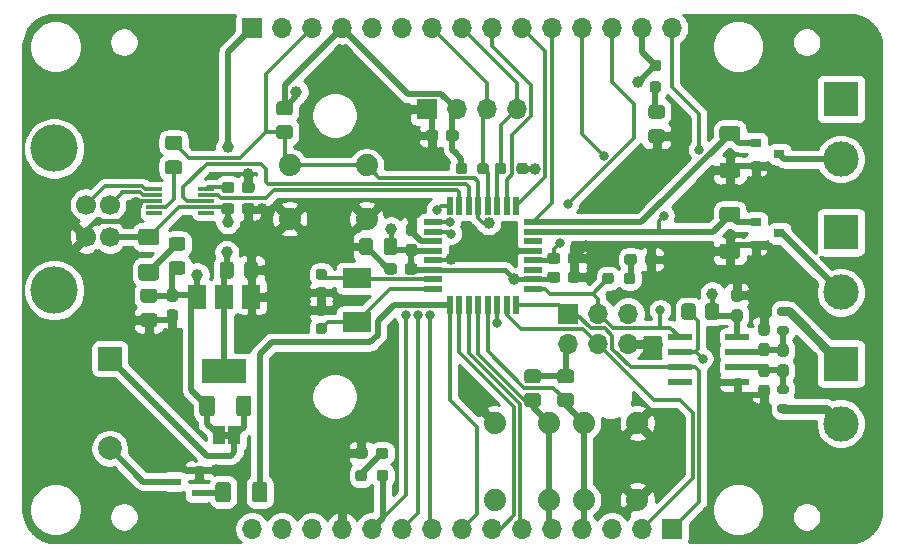
<source format=gbr>
%TF.GenerationSoftware,KiCad,Pcbnew,(5.1.9)-1*%
%TF.CreationDate,2021-06-02T07:50:44+02:00*%
%TF.ProjectId,MyReflowController,4d795265-666c-46f7-9743-6f6e74726f6c,rev?*%
%TF.SameCoordinates,Original*%
%TF.FileFunction,Copper,L1,Top*%
%TF.FilePolarity,Positive*%
%FSLAX46Y46*%
G04 Gerber Fmt 4.6, Leading zero omitted, Abs format (unit mm)*
G04 Created by KiCad (PCBNEW (5.1.9)-1) date 2021-06-02 07:50:44*
%MOMM*%
%LPD*%
G01*
G04 APERTURE LIST*
%TA.AperFunction,EtchedComponent*%
%ADD10C,0.100000*%
%TD*%
%TA.AperFunction,ComponentPad*%
%ADD11R,2.000000X2.000000*%
%TD*%
%TA.AperFunction,ComponentPad*%
%ADD12C,2.000000*%
%TD*%
%TA.AperFunction,ComponentPad*%
%ADD13R,1.700000X1.700000*%
%TD*%
%TA.AperFunction,ComponentPad*%
%ADD14O,1.700000X1.700000*%
%TD*%
%TA.AperFunction,ComponentPad*%
%ADD15R,3.000000X3.000000*%
%TD*%
%TA.AperFunction,ComponentPad*%
%ADD16C,3.000000*%
%TD*%
%TA.AperFunction,ComponentPad*%
%ADD17C,4.000000*%
%TD*%
%TA.AperFunction,ComponentPad*%
%ADD18C,1.700000*%
%TD*%
%TA.AperFunction,SMDPad,CuDef*%
%ADD19R,1.000000X1.500000*%
%TD*%
%TA.AperFunction,SMDPad,CuDef*%
%ADD20R,1.300000X0.600000*%
%TD*%
%TA.AperFunction,SMDPad,CuDef*%
%ADD21R,0.900000X0.800000*%
%TD*%
%TA.AperFunction,ComponentPad*%
%ADD22C,1.879600*%
%TD*%
%TA.AperFunction,SMDPad,CuDef*%
%ADD23R,0.550000X1.500000*%
%TD*%
%TA.AperFunction,SMDPad,CuDef*%
%ADD24R,1.500000X0.550000*%
%TD*%
%TA.AperFunction,SMDPad,CuDef*%
%ADD25R,2.000000X0.600000*%
%TD*%
%TA.AperFunction,SMDPad,CuDef*%
%ADD26R,3.800000X2.000000*%
%TD*%
%TA.AperFunction,SMDPad,CuDef*%
%ADD27R,1.500000X2.000000*%
%TD*%
%TA.AperFunction,SMDPad,CuDef*%
%ADD28R,1.400000X0.300000*%
%TD*%
%TA.AperFunction,SMDPad,CuDef*%
%ADD29R,2.400000X1.700000*%
%TD*%
%TA.AperFunction,ViaPad*%
%ADD30C,1.200000*%
%TD*%
%TA.AperFunction,ViaPad*%
%ADD31C,1.000000*%
%TD*%
%TA.AperFunction,ViaPad*%
%ADD32C,0.800000*%
%TD*%
%TA.AperFunction,Conductor*%
%ADD33C,0.500000*%
%TD*%
%TA.AperFunction,Conductor*%
%ADD34C,0.300000*%
%TD*%
%TA.AperFunction,Conductor*%
%ADD35C,0.400000*%
%TD*%
%TA.AperFunction,Conductor*%
%ADD36C,0.750000*%
%TD*%
%TA.AperFunction,Conductor*%
%ADD37C,0.254000*%
%TD*%
%TA.AperFunction,Conductor*%
%ADD38C,0.100000*%
%TD*%
G04 APERTURE END LIST*
D10*
%TO.C,JP1*%
G36*
X47650000Y-61000000D02*
G01*
X48150000Y-61000000D01*
X48150000Y-61600000D01*
X47650000Y-61600000D01*
X47650000Y-61000000D01*
G37*
%TD*%
D11*
%TO.P,BZ1,1*%
%TO.N,Net-(BZ1-Pad1)*%
X38000000Y-54800000D03*
D12*
%TO.P,BZ1,2*%
%TO.N,Net-(BZ1-Pad2)*%
X38000000Y-62400000D03*
%TD*%
D13*
%TO.P,J5,1*%
%TO.N,Masse*%
X64844000Y-33688000D03*
D14*
%TO.P,J5,2*%
%TO.N,3V3*%
X67384000Y-33688000D03*
%TO.P,J5,3*%
%TO.N,SCL*%
X69924000Y-33688000D03*
%TO.P,J5,4*%
%TO.N,SDA*%
X72464000Y-33688000D03*
%TD*%
%TO.P,C1,2*%
%TO.N,Masse*%
%TA.AperFunction,SMDPad,CuDef*%
G36*
G01*
X63797500Y-44412500D02*
X63322500Y-44412500D01*
G75*
G02*
X63085000Y-44175000I0J237500D01*
G01*
X63085000Y-43575000D01*
G75*
G02*
X63322500Y-43337500I237500J0D01*
G01*
X63797500Y-43337500D01*
G75*
G02*
X64035000Y-43575000I0J-237500D01*
G01*
X64035000Y-44175000D01*
G75*
G02*
X63797500Y-44412500I-237500J0D01*
G01*
G37*
%TD.AperFunction*%
%TO.P,C1,1*%
%TO.N,3V3*%
%TA.AperFunction,SMDPad,CuDef*%
G36*
G01*
X63797500Y-46137500D02*
X63322500Y-46137500D01*
G75*
G02*
X63085000Y-45900000I0J237500D01*
G01*
X63085000Y-45300000D01*
G75*
G02*
X63322500Y-45062500I237500J0D01*
G01*
X63797500Y-45062500D01*
G75*
G02*
X64035000Y-45300000I0J-237500D01*
G01*
X64035000Y-45900000D01*
G75*
G02*
X63797500Y-46137500I-237500J0D01*
G01*
G37*
%TD.AperFunction*%
%TD*%
%TO.P,C2,1*%
%TO.N,3V3*%
%TA.AperFunction,SMDPad,CuDef*%
G36*
G01*
X64037500Y-46962500D02*
X64037500Y-47437500D01*
G75*
G02*
X63800000Y-47675000I-237500J0D01*
G01*
X63200000Y-47675000D01*
G75*
G02*
X62962500Y-47437500I0J237500D01*
G01*
X62962500Y-46962500D01*
G75*
G02*
X63200000Y-46725000I237500J0D01*
G01*
X63800000Y-46725000D01*
G75*
G02*
X64037500Y-46962500I0J-237500D01*
G01*
G37*
%TD.AperFunction*%
%TO.P,C2,2*%
%TO.N,Masse*%
%TA.AperFunction,SMDPad,CuDef*%
G36*
G01*
X62312500Y-46962500D02*
X62312500Y-47437500D01*
G75*
G02*
X62075000Y-47675000I-237500J0D01*
G01*
X61475000Y-47675000D01*
G75*
G02*
X61237500Y-47437500I0J237500D01*
G01*
X61237500Y-46962500D01*
G75*
G02*
X61475000Y-46725000I237500J0D01*
G01*
X62075000Y-46725000D01*
G75*
G02*
X62312500Y-46962500I0J-237500D01*
G01*
G37*
%TD.AperFunction*%
%TD*%
%TO.P,C3,2*%
%TO.N,Masse*%
%TA.AperFunction,SMDPad,CuDef*%
G36*
G01*
X60287500Y-44825000D02*
X60287500Y-45775000D01*
G75*
G02*
X60037500Y-46025000I-250000J0D01*
G01*
X59362500Y-46025000D01*
G75*
G02*
X59112500Y-45775000I0J250000D01*
G01*
X59112500Y-44825000D01*
G75*
G02*
X59362500Y-44575000I250000J0D01*
G01*
X60037500Y-44575000D01*
G75*
G02*
X60287500Y-44825000I0J-250000D01*
G01*
G37*
%TD.AperFunction*%
%TO.P,C3,1*%
%TO.N,3V3*%
%TA.AperFunction,SMDPad,CuDef*%
G36*
G01*
X62362500Y-44825000D02*
X62362500Y-45775000D01*
G75*
G02*
X62112500Y-46025000I-250000J0D01*
G01*
X61437500Y-46025000D01*
G75*
G02*
X61187500Y-45775000I0J250000D01*
G01*
X61187500Y-44825000D01*
G75*
G02*
X61437500Y-44575000I250000J0D01*
G01*
X62112500Y-44575000D01*
G75*
G02*
X62362500Y-44825000I0J-250000D01*
G01*
G37*
%TD.AperFunction*%
%TD*%
%TO.P,C4,1*%
%TO.N,Masse*%
%TA.AperFunction,SMDPad,CuDef*%
G36*
G01*
X77862500Y-46062500D02*
X77862500Y-46537500D01*
G75*
G02*
X77625000Y-46775000I-237500J0D01*
G01*
X77025000Y-46775000D01*
G75*
G02*
X76787500Y-46537500I0J237500D01*
G01*
X76787500Y-46062500D01*
G75*
G02*
X77025000Y-45825000I237500J0D01*
G01*
X77625000Y-45825000D01*
G75*
G02*
X77862500Y-46062500I0J-237500D01*
G01*
G37*
%TD.AperFunction*%
%TO.P,C4,2*%
%TO.N,AREF*%
%TA.AperFunction,SMDPad,CuDef*%
G36*
G01*
X76137500Y-46062500D02*
X76137500Y-46537500D01*
G75*
G02*
X75900000Y-46775000I-237500J0D01*
G01*
X75300000Y-46775000D01*
G75*
G02*
X75062500Y-46537500I0J237500D01*
G01*
X75062500Y-46062500D01*
G75*
G02*
X75300000Y-45825000I237500J0D01*
G01*
X75900000Y-45825000D01*
G75*
G02*
X76137500Y-46062500I0J-237500D01*
G01*
G37*
%TD.AperFunction*%
%TD*%
%TO.P,C5,1*%
%TO.N,Net-(C5-Pad1)*%
%TA.AperFunction,SMDPad,CuDef*%
G36*
G01*
X55650000Y-47200000D02*
X56150000Y-47200000D01*
G75*
G02*
X56375000Y-47425000I0J-225000D01*
G01*
X56375000Y-47875000D01*
G75*
G02*
X56150000Y-48100000I-225000J0D01*
G01*
X55650000Y-48100000D01*
G75*
G02*
X55425000Y-47875000I0J225000D01*
G01*
X55425000Y-47425000D01*
G75*
G02*
X55650000Y-47200000I225000J0D01*
G01*
G37*
%TD.AperFunction*%
%TO.P,C5,2*%
%TO.N,Masse*%
%TA.AperFunction,SMDPad,CuDef*%
G36*
G01*
X55650000Y-48750000D02*
X56150000Y-48750000D01*
G75*
G02*
X56375000Y-48975000I0J-225000D01*
G01*
X56375000Y-49425000D01*
G75*
G02*
X56150000Y-49650000I-225000J0D01*
G01*
X55650000Y-49650000D01*
G75*
G02*
X55425000Y-49425000I0J225000D01*
G01*
X55425000Y-48975000D01*
G75*
G02*
X55650000Y-48750000I225000J0D01*
G01*
G37*
%TD.AperFunction*%
%TD*%
%TO.P,C6,2*%
%TO.N,3V3*%
%TA.AperFunction,SMDPad,CuDef*%
G36*
G01*
X76137500Y-47662500D02*
X76137500Y-48137500D01*
G75*
G02*
X75900000Y-48375000I-237500J0D01*
G01*
X75300000Y-48375000D01*
G75*
G02*
X75062500Y-48137500I0J237500D01*
G01*
X75062500Y-47662500D01*
G75*
G02*
X75300000Y-47425000I237500J0D01*
G01*
X75900000Y-47425000D01*
G75*
G02*
X76137500Y-47662500I0J-237500D01*
G01*
G37*
%TD.AperFunction*%
%TO.P,C6,1*%
%TO.N,Masse*%
%TA.AperFunction,SMDPad,CuDef*%
G36*
G01*
X77862500Y-47662500D02*
X77862500Y-48137500D01*
G75*
G02*
X77625000Y-48375000I-237500J0D01*
G01*
X77025000Y-48375000D01*
G75*
G02*
X76787500Y-48137500I0J237500D01*
G01*
X76787500Y-47662500D01*
G75*
G02*
X77025000Y-47425000I237500J0D01*
G01*
X77625000Y-47425000D01*
G75*
G02*
X77862500Y-47662500I0J-237500D01*
G01*
G37*
%TD.AperFunction*%
%TD*%
%TO.P,C7,2*%
%TO.N,Net-(C7-Pad2)*%
%TA.AperFunction,SMDPad,CuDef*%
G36*
G01*
X93637500Y-56337500D02*
X93162500Y-56337500D01*
G75*
G02*
X92925000Y-56100000I0J237500D01*
G01*
X92925000Y-55500000D01*
G75*
G02*
X93162500Y-55262500I237500J0D01*
G01*
X93637500Y-55262500D01*
G75*
G02*
X93875000Y-55500000I0J-237500D01*
G01*
X93875000Y-56100000D01*
G75*
G02*
X93637500Y-56337500I-237500J0D01*
G01*
G37*
%TD.AperFunction*%
%TO.P,C7,1*%
%TO.N,Masse*%
%TA.AperFunction,SMDPad,CuDef*%
G36*
G01*
X93637500Y-58062500D02*
X93162500Y-58062500D01*
G75*
G02*
X92925000Y-57825000I0J237500D01*
G01*
X92925000Y-57225000D01*
G75*
G02*
X93162500Y-56987500I237500J0D01*
G01*
X93637500Y-56987500D01*
G75*
G02*
X93875000Y-57225000I0J-237500D01*
G01*
X93875000Y-57825000D01*
G75*
G02*
X93637500Y-58062500I-237500J0D01*
G01*
G37*
%TD.AperFunction*%
%TD*%
%TO.P,C8,2*%
%TO.N,Net-(C10-Pad1)*%
%TA.AperFunction,SMDPad,CuDef*%
G36*
G01*
X95237500Y-54637500D02*
X94762500Y-54637500D01*
G75*
G02*
X94525000Y-54400000I0J237500D01*
G01*
X94525000Y-53800000D01*
G75*
G02*
X94762500Y-53562500I237500J0D01*
G01*
X95237500Y-53562500D01*
G75*
G02*
X95475000Y-53800000I0J-237500D01*
G01*
X95475000Y-54400000D01*
G75*
G02*
X95237500Y-54637500I-237500J0D01*
G01*
G37*
%TD.AperFunction*%
%TO.P,C8,1*%
%TO.N,Net-(C7-Pad2)*%
%TA.AperFunction,SMDPad,CuDef*%
G36*
G01*
X95237500Y-56362500D02*
X94762500Y-56362500D01*
G75*
G02*
X94525000Y-56125000I0J237500D01*
G01*
X94525000Y-55525000D01*
G75*
G02*
X94762500Y-55287500I237500J0D01*
G01*
X95237500Y-55287500D01*
G75*
G02*
X95475000Y-55525000I0J-237500D01*
G01*
X95475000Y-56125000D01*
G75*
G02*
X95237500Y-56362500I-237500J0D01*
G01*
G37*
%TD.AperFunction*%
%TD*%
%TO.P,C9,2*%
%TO.N,Net-(C9-Pad2)*%
%TA.AperFunction,SMDPad,CuDef*%
G36*
G01*
X55650000Y-51800000D02*
X56150000Y-51800000D01*
G75*
G02*
X56375000Y-52025000I0J-225000D01*
G01*
X56375000Y-52475000D01*
G75*
G02*
X56150000Y-52700000I-225000J0D01*
G01*
X55650000Y-52700000D01*
G75*
G02*
X55425000Y-52475000I0J225000D01*
G01*
X55425000Y-52025000D01*
G75*
G02*
X55650000Y-51800000I225000J0D01*
G01*
G37*
%TD.AperFunction*%
%TO.P,C9,1*%
%TO.N,Masse*%
%TA.AperFunction,SMDPad,CuDef*%
G36*
G01*
X55650000Y-50250000D02*
X56150000Y-50250000D01*
G75*
G02*
X56375000Y-50475000I0J-225000D01*
G01*
X56375000Y-50925000D01*
G75*
G02*
X56150000Y-51150000I-225000J0D01*
G01*
X55650000Y-51150000D01*
G75*
G02*
X55425000Y-50925000I0J225000D01*
G01*
X55425000Y-50475000D01*
G75*
G02*
X55650000Y-50250000I225000J0D01*
G01*
G37*
%TD.AperFunction*%
%TD*%
%TO.P,C10,1*%
%TO.N,Net-(C10-Pad1)*%
%TA.AperFunction,SMDPad,CuDef*%
G36*
G01*
X93637500Y-54562500D02*
X93162500Y-54562500D01*
G75*
G02*
X92925000Y-54325000I0J237500D01*
G01*
X92925000Y-53725000D01*
G75*
G02*
X93162500Y-53487500I237500J0D01*
G01*
X93637500Y-53487500D01*
G75*
G02*
X93875000Y-53725000I0J-237500D01*
G01*
X93875000Y-54325000D01*
G75*
G02*
X93637500Y-54562500I-237500J0D01*
G01*
G37*
%TD.AperFunction*%
%TO.P,C10,2*%
%TO.N,Masse*%
%TA.AperFunction,SMDPad,CuDef*%
G36*
G01*
X93637500Y-52837500D02*
X93162500Y-52837500D01*
G75*
G02*
X92925000Y-52600000I0J237500D01*
G01*
X92925000Y-52000000D01*
G75*
G02*
X93162500Y-51762500I237500J0D01*
G01*
X93637500Y-51762500D01*
G75*
G02*
X93875000Y-52000000I0J-237500D01*
G01*
X93875000Y-52600000D01*
G75*
G02*
X93637500Y-52837500I-237500J0D01*
G01*
G37*
%TD.AperFunction*%
%TD*%
%TO.P,C11,1*%
%TO.N,Masse*%
%TA.AperFunction,SMDPad,CuDef*%
G36*
G01*
X41775000Y-52125000D02*
X40825000Y-52125000D01*
G75*
G02*
X40575000Y-51875000I0J250000D01*
G01*
X40575000Y-51200000D01*
G75*
G02*
X40825000Y-50950000I250000J0D01*
G01*
X41775000Y-50950000D01*
G75*
G02*
X42025000Y-51200000I0J-250000D01*
G01*
X42025000Y-51875000D01*
G75*
G02*
X41775000Y-52125000I-250000J0D01*
G01*
G37*
%TD.AperFunction*%
%TO.P,C11,2*%
%TO.N,+5V*%
%TA.AperFunction,SMDPad,CuDef*%
G36*
G01*
X41775000Y-50050000D02*
X40825000Y-50050000D01*
G75*
G02*
X40575000Y-49800000I0J250000D01*
G01*
X40575000Y-49125000D01*
G75*
G02*
X40825000Y-48875000I250000J0D01*
G01*
X41775000Y-48875000D01*
G75*
G02*
X42025000Y-49125000I0J-250000D01*
G01*
X42025000Y-49800000D01*
G75*
G02*
X41775000Y-50050000I-250000J0D01*
G01*
G37*
%TD.AperFunction*%
%TD*%
%TO.P,C12,1*%
%TO.N,3V3*%
%TA.AperFunction,SMDPad,CuDef*%
G36*
G01*
X91337500Y-51700000D02*
X90862500Y-51700000D01*
G75*
G02*
X90625000Y-51462500I0J237500D01*
G01*
X90625000Y-50862500D01*
G75*
G02*
X90862500Y-50625000I237500J0D01*
G01*
X91337500Y-50625000D01*
G75*
G02*
X91575000Y-50862500I0J-237500D01*
G01*
X91575000Y-51462500D01*
G75*
G02*
X91337500Y-51700000I-237500J0D01*
G01*
G37*
%TD.AperFunction*%
%TO.P,C12,2*%
%TO.N,Masse*%
%TA.AperFunction,SMDPad,CuDef*%
G36*
G01*
X91337500Y-49975000D02*
X90862500Y-49975000D01*
G75*
G02*
X90625000Y-49737500I0J237500D01*
G01*
X90625000Y-49137500D01*
G75*
G02*
X90862500Y-48900000I237500J0D01*
G01*
X91337500Y-48900000D01*
G75*
G02*
X91575000Y-49137500I0J-237500D01*
G01*
X91575000Y-49737500D01*
G75*
G02*
X91337500Y-49975000I-237500J0D01*
G01*
G37*
%TD.AperFunction*%
%TD*%
%TO.P,C13,1*%
%TO.N,+5V*%
%TA.AperFunction,SMDPad,CuDef*%
G36*
G01*
X43062500Y-48900000D02*
X43537500Y-48900000D01*
G75*
G02*
X43775000Y-49137500I0J-237500D01*
G01*
X43775000Y-49737500D01*
G75*
G02*
X43537500Y-49975000I-237500J0D01*
G01*
X43062500Y-49975000D01*
G75*
G02*
X42825000Y-49737500I0J237500D01*
G01*
X42825000Y-49137500D01*
G75*
G02*
X43062500Y-48900000I237500J0D01*
G01*
G37*
%TD.AperFunction*%
%TO.P,C13,2*%
%TO.N,Masse*%
%TA.AperFunction,SMDPad,CuDef*%
G36*
G01*
X43062500Y-50625000D02*
X43537500Y-50625000D01*
G75*
G02*
X43775000Y-50862500I0J-237500D01*
G01*
X43775000Y-51462500D01*
G75*
G02*
X43537500Y-51700000I-237500J0D01*
G01*
X43062500Y-51700000D01*
G75*
G02*
X42825000Y-51462500I0J237500D01*
G01*
X42825000Y-50862500D01*
G75*
G02*
X43062500Y-50625000I237500J0D01*
G01*
G37*
%TD.AperFunction*%
%TD*%
%TO.P,C14,1*%
%TO.N,3V3*%
%TA.AperFunction,SMDPad,CuDef*%
G36*
G01*
X47312500Y-47775000D02*
X47312500Y-46825000D01*
G75*
G02*
X47562500Y-46575000I250000J0D01*
G01*
X48237500Y-46575000D01*
G75*
G02*
X48487500Y-46825000I0J-250000D01*
G01*
X48487500Y-47775000D01*
G75*
G02*
X48237500Y-48025000I-250000J0D01*
G01*
X47562500Y-48025000D01*
G75*
G02*
X47312500Y-47775000I0J250000D01*
G01*
G37*
%TD.AperFunction*%
%TO.P,C14,2*%
%TO.N,Masse*%
%TA.AperFunction,SMDPad,CuDef*%
G36*
G01*
X49387500Y-47775000D02*
X49387500Y-46825000D01*
G75*
G02*
X49637500Y-46575000I250000J0D01*
G01*
X50312500Y-46575000D01*
G75*
G02*
X50562500Y-46825000I0J-250000D01*
G01*
X50562500Y-47775000D01*
G75*
G02*
X50312500Y-48025000I-250000J0D01*
G01*
X49637500Y-48025000D01*
G75*
G02*
X49387500Y-47775000I0J250000D01*
G01*
G37*
%TD.AperFunction*%
%TD*%
%TO.P,C15,1*%
%TO.N,3V3*%
%TA.AperFunction,SMDPad,CuDef*%
G36*
G01*
X67537500Y-35662500D02*
X67537500Y-36137500D01*
G75*
G02*
X67300000Y-36375000I-237500J0D01*
G01*
X66700000Y-36375000D01*
G75*
G02*
X66462500Y-36137500I0J237500D01*
G01*
X66462500Y-35662500D01*
G75*
G02*
X66700000Y-35425000I237500J0D01*
G01*
X67300000Y-35425000D01*
G75*
G02*
X67537500Y-35662500I0J-237500D01*
G01*
G37*
%TD.AperFunction*%
%TO.P,C15,2*%
%TO.N,Masse*%
%TA.AperFunction,SMDPad,CuDef*%
G36*
G01*
X65812500Y-35662500D02*
X65812500Y-36137500D01*
G75*
G02*
X65575000Y-36375000I-237500J0D01*
G01*
X64975000Y-36375000D01*
G75*
G02*
X64737500Y-36137500I0J237500D01*
G01*
X64737500Y-35662500D01*
G75*
G02*
X64975000Y-35425000I237500J0D01*
G01*
X65575000Y-35425000D01*
G75*
G02*
X65812500Y-35662500I0J-237500D01*
G01*
G37*
%TD.AperFunction*%
%TD*%
%TO.P,C16,2*%
%TO.N,VUSB*%
%TA.AperFunction,SMDPad,CuDef*%
G36*
G01*
X48537500Y-41862500D02*
X48537500Y-42337500D01*
G75*
G02*
X48300000Y-42575000I-237500J0D01*
G01*
X47700000Y-42575000D01*
G75*
G02*
X47462500Y-42337500I0J237500D01*
G01*
X47462500Y-41862500D01*
G75*
G02*
X47700000Y-41625000I237500J0D01*
G01*
X48300000Y-41625000D01*
G75*
G02*
X48537500Y-41862500I0J-237500D01*
G01*
G37*
%TD.AperFunction*%
%TO.P,C16,1*%
%TO.N,Masse*%
%TA.AperFunction,SMDPad,CuDef*%
G36*
G01*
X50262500Y-41862500D02*
X50262500Y-42337500D01*
G75*
G02*
X50025000Y-42575000I-237500J0D01*
G01*
X49425000Y-42575000D01*
G75*
G02*
X49187500Y-42337500I0J237500D01*
G01*
X49187500Y-41862500D01*
G75*
G02*
X49425000Y-41625000I237500J0D01*
G01*
X50025000Y-41625000D01*
G75*
G02*
X50262500Y-41862500I0J-237500D01*
G01*
G37*
%TD.AperFunction*%
%TD*%
%TO.P,C17,2*%
%TO.N,RST*%
%TA.AperFunction,SMDPad,CuDef*%
G36*
G01*
X43875000Y-37112500D02*
X42925000Y-37112500D01*
G75*
G02*
X42675000Y-36862500I0J250000D01*
G01*
X42675000Y-36187500D01*
G75*
G02*
X42925000Y-35937500I250000J0D01*
G01*
X43875000Y-35937500D01*
G75*
G02*
X44125000Y-36187500I0J-250000D01*
G01*
X44125000Y-36862500D01*
G75*
G02*
X43875000Y-37112500I-250000J0D01*
G01*
G37*
%TD.AperFunction*%
%TO.P,C17,1*%
%TO.N,Net-(C17-Pad1)*%
%TA.AperFunction,SMDPad,CuDef*%
G36*
G01*
X43875000Y-39187500D02*
X42925000Y-39187500D01*
G75*
G02*
X42675000Y-38937500I0J250000D01*
G01*
X42675000Y-38262500D01*
G75*
G02*
X42925000Y-38012500I250000J0D01*
G01*
X43875000Y-38012500D01*
G75*
G02*
X44125000Y-38262500I0J-250000D01*
G01*
X44125000Y-38937500D01*
G75*
G02*
X43875000Y-39187500I-250000J0D01*
G01*
G37*
%TD.AperFunction*%
%TD*%
%TO.P,C18,2*%
%TO.N,Net-(C18-Pad2)*%
%TA.AperFunction,SMDPad,CuDef*%
G36*
G01*
X48537500Y-40062500D02*
X48537500Y-40537500D01*
G75*
G02*
X48300000Y-40775000I-237500J0D01*
G01*
X47700000Y-40775000D01*
G75*
G02*
X47462500Y-40537500I0J237500D01*
G01*
X47462500Y-40062500D01*
G75*
G02*
X47700000Y-39825000I237500J0D01*
G01*
X48300000Y-39825000D01*
G75*
G02*
X48537500Y-40062500I0J-237500D01*
G01*
G37*
%TD.AperFunction*%
%TO.P,C18,1*%
%TO.N,Masse*%
%TA.AperFunction,SMDPad,CuDef*%
G36*
G01*
X50262500Y-40062500D02*
X50262500Y-40537500D01*
G75*
G02*
X50025000Y-40775000I-237500J0D01*
G01*
X49425000Y-40775000D01*
G75*
G02*
X49187500Y-40537500I0J237500D01*
G01*
X49187500Y-40062500D01*
G75*
G02*
X49425000Y-39825000I237500J0D01*
G01*
X50025000Y-39825000D01*
G75*
G02*
X50262500Y-40062500I0J-237500D01*
G01*
G37*
%TD.AperFunction*%
%TD*%
%TO.P,D1,1*%
%TO.N,Masse*%
%TA.AperFunction,SMDPad,CuDef*%
G36*
G01*
X84750001Y-36525000D02*
X83849999Y-36525000D01*
G75*
G02*
X83600000Y-36275001I0J249999D01*
G01*
X83600000Y-35624999D01*
G75*
G02*
X83849999Y-35375000I249999J0D01*
G01*
X84750001Y-35375000D01*
G75*
G02*
X85000000Y-35624999I0J-249999D01*
G01*
X85000000Y-36275001D01*
G75*
G02*
X84750001Y-36525000I-249999J0D01*
G01*
G37*
%TD.AperFunction*%
%TO.P,D1,2*%
%TO.N,Net-(D1-Pad2)*%
%TA.AperFunction,SMDPad,CuDef*%
G36*
G01*
X84750001Y-34475000D02*
X83849999Y-34475000D01*
G75*
G02*
X83600000Y-34225001I0J249999D01*
G01*
X83600000Y-33574999D01*
G75*
G02*
X83849999Y-33325000I249999J0D01*
G01*
X84750001Y-33325000D01*
G75*
G02*
X85000000Y-33574999I0J-249999D01*
G01*
X85000000Y-34225001D01*
G75*
G02*
X84750001Y-34475000I-249999J0D01*
G01*
G37*
%TD.AperFunction*%
%TD*%
%TO.P,D2,1*%
%TO.N,Masse*%
%TA.AperFunction,SMDPad,CuDef*%
G36*
G01*
X58775000Y-63037500D02*
X58775000Y-62562500D01*
G75*
G02*
X59012500Y-62325000I237500J0D01*
G01*
X59587500Y-62325000D01*
G75*
G02*
X59825000Y-62562500I0J-237500D01*
G01*
X59825000Y-63037500D01*
G75*
G02*
X59587500Y-63275000I-237500J0D01*
G01*
X59012500Y-63275000D01*
G75*
G02*
X58775000Y-63037500I0J237500D01*
G01*
G37*
%TD.AperFunction*%
%TO.P,D2,2*%
%TO.N,Net-(D2-Pad2)*%
%TA.AperFunction,SMDPad,CuDef*%
G36*
G01*
X60525000Y-63037500D02*
X60525000Y-62562500D01*
G75*
G02*
X60762500Y-62325000I237500J0D01*
G01*
X61337500Y-62325000D01*
G75*
G02*
X61575000Y-62562500I0J-237500D01*
G01*
X61575000Y-63037500D01*
G75*
G02*
X61337500Y-63275000I-237500J0D01*
G01*
X60762500Y-63275000D01*
G75*
G02*
X60525000Y-63037500I0J237500D01*
G01*
G37*
%TD.AperFunction*%
%TD*%
%TO.P,D3,1*%
%TO.N,Masse*%
%TA.AperFunction,SMDPad,CuDef*%
G36*
G01*
X84375000Y-46162500D02*
X84375000Y-46637500D01*
G75*
G02*
X84137500Y-46875000I-237500J0D01*
G01*
X83562500Y-46875000D01*
G75*
G02*
X83325000Y-46637500I0J237500D01*
G01*
X83325000Y-46162500D01*
G75*
G02*
X83562500Y-45925000I237500J0D01*
G01*
X84137500Y-45925000D01*
G75*
G02*
X84375000Y-46162500I0J-237500D01*
G01*
G37*
%TD.AperFunction*%
%TO.P,D3,2*%
%TO.N,Net-(D3-Pad2)*%
%TA.AperFunction,SMDPad,CuDef*%
G36*
G01*
X82625000Y-46162500D02*
X82625000Y-46637500D01*
G75*
G02*
X82387500Y-46875000I-237500J0D01*
G01*
X81812500Y-46875000D01*
G75*
G02*
X81575000Y-46637500I0J237500D01*
G01*
X81575000Y-46162500D01*
G75*
G02*
X81812500Y-45925000I237500J0D01*
G01*
X82387500Y-45925000D01*
G75*
G02*
X82625000Y-46162500I0J-237500D01*
G01*
G37*
%TD.AperFunction*%
%TD*%
%TO.P,F1,1*%
%TO.N,VUSB*%
%TA.AperFunction,SMDPad,CuDef*%
G36*
G01*
X40675000Y-43787500D02*
X41925000Y-43787500D01*
G75*
G02*
X42175000Y-44037500I0J-250000D01*
G01*
X42175000Y-44962500D01*
G75*
G02*
X41925000Y-45212500I-250000J0D01*
G01*
X40675000Y-45212500D01*
G75*
G02*
X40425000Y-44962500I0J250000D01*
G01*
X40425000Y-44037500D01*
G75*
G02*
X40675000Y-43787500I250000J0D01*
G01*
G37*
%TD.AperFunction*%
%TO.P,F1,2*%
%TO.N,Net-(F1-Pad2)*%
%TA.AperFunction,SMDPad,CuDef*%
G36*
G01*
X40675000Y-46762500D02*
X41925000Y-46762500D01*
G75*
G02*
X42175000Y-47012500I0J-250000D01*
G01*
X42175000Y-47937500D01*
G75*
G02*
X41925000Y-48187500I-250000J0D01*
G01*
X40675000Y-48187500D01*
G75*
G02*
X40425000Y-47937500I0J250000D01*
G01*
X40425000Y-47012500D01*
G75*
G02*
X40675000Y-46762500I250000J0D01*
G01*
G37*
%TD.AperFunction*%
%TD*%
%TO.P,FB1,1*%
%TO.N,+5V*%
%TA.AperFunction,SMDPad,CuDef*%
G36*
G01*
X44150001Y-47700000D02*
X43249999Y-47700000D01*
G75*
G02*
X43000000Y-47450001I0J249999D01*
G01*
X43000000Y-46799999D01*
G75*
G02*
X43249999Y-46550000I249999J0D01*
G01*
X44150001Y-46550000D01*
G75*
G02*
X44400000Y-46799999I0J-249999D01*
G01*
X44400000Y-47450001D01*
G75*
G02*
X44150001Y-47700000I-249999J0D01*
G01*
G37*
%TD.AperFunction*%
%TO.P,FB1,2*%
%TO.N,Net-(F1-Pad2)*%
%TA.AperFunction,SMDPad,CuDef*%
G36*
G01*
X44150001Y-45650000D02*
X43249999Y-45650000D01*
G75*
G02*
X43000000Y-45400001I0J249999D01*
G01*
X43000000Y-44749999D01*
G75*
G02*
X43249999Y-44500000I249999J0D01*
G01*
X44150001Y-44500000D01*
G75*
G02*
X44400000Y-44749999I0J-249999D01*
G01*
X44400000Y-45400001D01*
G75*
G02*
X44150001Y-45650000I-249999J0D01*
G01*
G37*
%TD.AperFunction*%
%TD*%
D15*
%TO.P,J1,1*%
%TO.N,+5V*%
X99900000Y-32820000D03*
D16*
%TO.P,J1,2*%
%TO.N,Net-(J1-Pad2)*%
X99900000Y-37900000D03*
%TD*%
%TO.P,J2,2*%
%TO.N,Net-(J2-Pad2)*%
X99900000Y-49180000D03*
D15*
%TO.P,J2,1*%
%TO.N,+5V*%
X99900000Y-44100000D03*
%TD*%
D13*
%TO.P,J3,1*%
%TO.N,D12*%
X76800000Y-51000000D03*
D14*
%TO.P,J3,2*%
%TO.N,3V3*%
X76800000Y-53540000D03*
%TO.P,J3,3*%
%TO.N,D13*%
X79340000Y-51000000D03*
%TO.P,J3,4*%
%TO.N,D11*%
X79340000Y-53540000D03*
%TO.P,J3,5*%
%TO.N,RST*%
X81880000Y-51000000D03*
%TO.P,J3,6*%
%TO.N,Masse*%
X81880000Y-53540000D03*
%TD*%
D15*
%TO.P,J4,1*%
%TO.N,TC+*%
X99900000Y-55220000D03*
D16*
%TO.P,J4,2*%
%TO.N,TC-*%
X99900000Y-60300000D03*
%TD*%
D17*
%TO.P,J6,6*%
%TO.N,Net-(J6-Pad6)*%
X33300000Y-37000000D03*
%TO.P,J6,4*%
%TO.N,Net-(J6-Pad4)*%
X33300000Y-49000000D03*
D18*
%TO.P,J6,2*%
%TO.N,Net-(J6-Pad2)*%
X38010000Y-41770000D03*
%TO.P,J6,1*%
%TO.N,VUSB*%
X38010000Y-44500000D03*
%TO.P,J6,3*%
%TO.N,Net-(J6-Pad3)*%
X36010000Y-41770000D03*
%TO.P,J6,5*%
%TO.N,Masse*%
X36010000Y-44500000D03*
%TD*%
D13*
%TO.P,J7,1*%
%TO.N,D12*%
X85600000Y-69200000D03*
D14*
%TO.P,J7,2*%
%TO.N,D11*%
X83060000Y-69200000D03*
%TO.P,J7,3*%
%TO.N,D10*%
X80520000Y-69200000D03*
%TO.P,J7,4*%
%TO.N,D9*%
X77980000Y-69200000D03*
%TO.P,J7,5*%
%TO.N,D8*%
X75440000Y-69200000D03*
%TO.P,J7,6*%
%TO.N,D7*%
X72900000Y-69200000D03*
%TO.P,J7,7*%
%TO.N,D6*%
X70360000Y-69200000D03*
%TO.P,J7,8*%
%TO.N,D5*%
X67820000Y-69200000D03*
%TO.P,J7,9*%
%TO.N,D4*%
X65280000Y-69200000D03*
%TO.P,J7,10*%
%TO.N,D3*%
X62740000Y-69200000D03*
%TO.P,J7,11*%
%TO.N,D2*%
X60200000Y-69200000D03*
%TO.P,J7,12*%
%TO.N,Masse*%
X57660000Y-69200000D03*
%TO.P,J7,13*%
%TO.N,Net-(J7-Pad13)*%
X55120000Y-69200000D03*
%TO.P,J7,14*%
%TO.N,Net-(J7-Pad14)*%
X52580000Y-69200000D03*
%TO.P,J7,15*%
%TO.N,Net-(J7-Pad15)*%
X50040000Y-69200000D03*
%TD*%
%TO.P,J8,15*%
%TO.N,D13*%
X85600000Y-26800000D03*
%TO.P,J8,14*%
%TO.N,3V3*%
X83060000Y-26800000D03*
%TO.P,J8,13*%
%TO.N,AREF*%
X80520000Y-26800000D03*
%TO.P,J8,12*%
%TO.N,A0*%
X77980000Y-26800000D03*
%TO.P,J8,11*%
%TO.N,A1*%
X75440000Y-26800000D03*
%TO.P,J8,10*%
%TO.N,A2*%
X72900000Y-26800000D03*
%TO.P,J8,9*%
%TO.N,A3*%
X70360000Y-26800000D03*
%TO.P,J8,8*%
%TO.N,SDA*%
X67820000Y-26800000D03*
%TO.P,J8,7*%
%TO.N,SCL*%
X65280000Y-26800000D03*
%TO.P,J8,6*%
%TO.N,Net-(J8-Pad6)*%
X62740000Y-26800000D03*
%TO.P,J8,5*%
%TO.N,Net-(J8-Pad5)*%
X60200000Y-26800000D03*
%TO.P,J8,4*%
%TO.N,3V3*%
X57660000Y-26800000D03*
%TO.P,J8,3*%
%TO.N,RST*%
X55120000Y-26800000D03*
%TO.P,J8,2*%
%TO.N,Masse*%
X52580000Y-26800000D03*
D13*
%TO.P,J8,1*%
%TO.N,VUSB*%
X50040000Y-26800000D03*
%TD*%
D19*
%TO.P,JP1,1*%
%TO.N,+5V*%
X47250000Y-61300000D03*
%TO.P,JP1,2*%
%TO.N,Net-(BZ1-Pad1)*%
X48550000Y-61300000D03*
%TD*%
D20*
%TO.P,Q1,3*%
%TO.N,Net-(BZ1-Pad2)*%
X43450000Y-65200000D03*
%TO.P,Q1,2*%
%TO.N,Masse*%
X45550000Y-64250000D03*
%TO.P,Q1,1*%
%TO.N,Net-(Q1-Pad1)*%
X45550000Y-66150000D03*
%TD*%
D21*
%TO.P,Q2,1*%
%TO.N,A1*%
X92700000Y-36550000D03*
%TO.P,Q2,2*%
%TO.N,Masse*%
X92700000Y-38450000D03*
%TO.P,Q2,3*%
%TO.N,Net-(J1-Pad2)*%
X94700000Y-37500000D03*
%TD*%
%TO.P,Q3,3*%
%TO.N,Net-(J2-Pad2)*%
X94700000Y-44200000D03*
%TO.P,Q3,2*%
%TO.N,Masse*%
X92700000Y-45150000D03*
%TO.P,Q3,1*%
%TO.N,A0*%
X92700000Y-43250000D03*
%TD*%
%TO.P,R1,2*%
%TO.N,SCL*%
%TA.AperFunction,SMDPad,CuDef*%
G36*
G01*
X69112500Y-38937500D02*
X69112500Y-38462500D01*
G75*
G02*
X69350000Y-38225000I237500J0D01*
G01*
X69850000Y-38225000D01*
G75*
G02*
X70087500Y-38462500I0J-237500D01*
G01*
X70087500Y-38937500D01*
G75*
G02*
X69850000Y-39175000I-237500J0D01*
G01*
X69350000Y-39175000D01*
G75*
G02*
X69112500Y-38937500I0J237500D01*
G01*
G37*
%TD.AperFunction*%
%TO.P,R1,1*%
%TO.N,3V3*%
%TA.AperFunction,SMDPad,CuDef*%
G36*
G01*
X67287500Y-38937500D02*
X67287500Y-38462500D01*
G75*
G02*
X67525000Y-38225000I237500J0D01*
G01*
X68025000Y-38225000D01*
G75*
G02*
X68262500Y-38462500I0J-237500D01*
G01*
X68262500Y-38937500D01*
G75*
G02*
X68025000Y-39175000I-237500J0D01*
G01*
X67525000Y-39175000D01*
G75*
G02*
X67287500Y-38937500I0J237500D01*
G01*
G37*
%TD.AperFunction*%
%TD*%
%TO.P,R2,2*%
%TO.N,SDA*%
%TA.AperFunction,SMDPad,CuDef*%
G36*
G01*
X71587500Y-38462500D02*
X71587500Y-38937500D01*
G75*
G02*
X71350000Y-39175000I-237500J0D01*
G01*
X70850000Y-39175000D01*
G75*
G02*
X70612500Y-38937500I0J237500D01*
G01*
X70612500Y-38462500D01*
G75*
G02*
X70850000Y-38225000I237500J0D01*
G01*
X71350000Y-38225000D01*
G75*
G02*
X71587500Y-38462500I0J-237500D01*
G01*
G37*
%TD.AperFunction*%
%TO.P,R2,1*%
%TO.N,3V3*%
%TA.AperFunction,SMDPad,CuDef*%
G36*
G01*
X73412500Y-38462500D02*
X73412500Y-38937500D01*
G75*
G02*
X73175000Y-39175000I-237500J0D01*
G01*
X72675000Y-39175000D01*
G75*
G02*
X72437500Y-38937500I0J237500D01*
G01*
X72437500Y-38462500D01*
G75*
G02*
X72675000Y-38225000I237500J0D01*
G01*
X73175000Y-38225000D01*
G75*
G02*
X73412500Y-38462500I0J-237500D01*
G01*
G37*
%TD.AperFunction*%
%TD*%
%TO.P,R3,2*%
%TO.N,RST*%
%TA.AperFunction,SMDPad,CuDef*%
G36*
G01*
X52349999Y-35000000D02*
X53250001Y-35000000D01*
G75*
G02*
X53500000Y-35249999I0J-249999D01*
G01*
X53500000Y-35950001D01*
G75*
G02*
X53250001Y-36200000I-249999J0D01*
G01*
X52349999Y-36200000D01*
G75*
G02*
X52100000Y-35950001I0J249999D01*
G01*
X52100000Y-35249999D01*
G75*
G02*
X52349999Y-35000000I249999J0D01*
G01*
G37*
%TD.AperFunction*%
%TO.P,R3,1*%
%TO.N,3V3*%
%TA.AperFunction,SMDPad,CuDef*%
G36*
G01*
X52349999Y-33000000D02*
X53250001Y-33000000D01*
G75*
G02*
X53500000Y-33249999I0J-249999D01*
G01*
X53500000Y-33950001D01*
G75*
G02*
X53250001Y-34200000I-249999J0D01*
G01*
X52349999Y-34200000D01*
G75*
G02*
X52100000Y-33950001I0J249999D01*
G01*
X52100000Y-33249999D01*
G75*
G02*
X52349999Y-33000000I249999J0D01*
G01*
G37*
%TD.AperFunction*%
%TD*%
%TO.P,R4,1*%
%TO.N,3V3*%
%TA.AperFunction,SMDPad,CuDef*%
G36*
G01*
X76149999Y-55700000D02*
X77050001Y-55700000D01*
G75*
G02*
X77300000Y-55949999I0J-249999D01*
G01*
X77300000Y-56650001D01*
G75*
G02*
X77050001Y-56900000I-249999J0D01*
G01*
X76149999Y-56900000D01*
G75*
G02*
X75900000Y-56650001I0J249999D01*
G01*
X75900000Y-55949999D01*
G75*
G02*
X76149999Y-55700000I249999J0D01*
G01*
G37*
%TD.AperFunction*%
%TO.P,R4,2*%
%TO.N,D9*%
%TA.AperFunction,SMDPad,CuDef*%
G36*
G01*
X76149999Y-57700000D02*
X77050001Y-57700000D01*
G75*
G02*
X77300000Y-57949999I0J-249999D01*
G01*
X77300000Y-58650001D01*
G75*
G02*
X77050001Y-58900000I-249999J0D01*
G01*
X76149999Y-58900000D01*
G75*
G02*
X75900000Y-58650001I0J249999D01*
G01*
X75900000Y-57949999D01*
G75*
G02*
X76149999Y-57700000I249999J0D01*
G01*
G37*
%TD.AperFunction*%
%TD*%
%TO.P,R5,2*%
%TO.N,Net-(BZ1-Pad1)*%
%TA.AperFunction,SMDPad,CuDef*%
G36*
G01*
X48700000Y-59425001D02*
X48700000Y-58174999D01*
G75*
G02*
X48949999Y-57925000I249999J0D01*
G01*
X49750001Y-57925000D01*
G75*
G02*
X50000000Y-58174999I0J-249999D01*
G01*
X50000000Y-59425001D01*
G75*
G02*
X49750001Y-59675000I-249999J0D01*
G01*
X48949999Y-59675000D01*
G75*
G02*
X48700000Y-59425001I0J249999D01*
G01*
G37*
%TD.AperFunction*%
%TO.P,R5,1*%
%TO.N,+5V*%
%TA.AperFunction,SMDPad,CuDef*%
G36*
G01*
X45600000Y-59425001D02*
X45600000Y-58174999D01*
G75*
G02*
X45849999Y-57925000I249999J0D01*
G01*
X46650001Y-57925000D01*
G75*
G02*
X46900000Y-58174999I0J-249999D01*
G01*
X46900000Y-59425001D01*
G75*
G02*
X46650001Y-59675000I-249999J0D01*
G01*
X45849999Y-59675000D01*
G75*
G02*
X45600000Y-59425001I0J249999D01*
G01*
G37*
%TD.AperFunction*%
%TD*%
%TO.P,R6,2*%
%TO.N,D8*%
%TA.AperFunction,SMDPad,CuDef*%
G36*
G01*
X73349999Y-57700000D02*
X74250001Y-57700000D01*
G75*
G02*
X74500000Y-57949999I0J-249999D01*
G01*
X74500000Y-58650001D01*
G75*
G02*
X74250001Y-58900000I-249999J0D01*
G01*
X73349999Y-58900000D01*
G75*
G02*
X73100000Y-58650001I0J249999D01*
G01*
X73100000Y-57949999D01*
G75*
G02*
X73349999Y-57700000I249999J0D01*
G01*
G37*
%TD.AperFunction*%
%TO.P,R6,1*%
%TO.N,3V3*%
%TA.AperFunction,SMDPad,CuDef*%
G36*
G01*
X73349999Y-55700000D02*
X74250001Y-55700000D01*
G75*
G02*
X74500000Y-55949999I0J-249999D01*
G01*
X74500000Y-56650001D01*
G75*
G02*
X74250001Y-56900000I-249999J0D01*
G01*
X73349999Y-56900000D01*
G75*
G02*
X73100000Y-56650001I0J249999D01*
G01*
X73100000Y-55949999D01*
G75*
G02*
X73349999Y-55700000I249999J0D01*
G01*
G37*
%TD.AperFunction*%
%TD*%
%TO.P,R7,2*%
%TO.N,D5*%
%TA.AperFunction,SMDPad,CuDef*%
G36*
G01*
X50050000Y-66725001D02*
X50050000Y-65474999D01*
G75*
G02*
X50299999Y-65225000I249999J0D01*
G01*
X51100001Y-65225000D01*
G75*
G02*
X51350000Y-65474999I0J-249999D01*
G01*
X51350000Y-66725001D01*
G75*
G02*
X51100001Y-66975000I-249999J0D01*
G01*
X50299999Y-66975000D01*
G75*
G02*
X50050000Y-66725001I0J249999D01*
G01*
G37*
%TD.AperFunction*%
%TO.P,R7,1*%
%TO.N,Net-(Q1-Pad1)*%
%TA.AperFunction,SMDPad,CuDef*%
G36*
G01*
X46950000Y-66725001D02*
X46950000Y-65474999D01*
G75*
G02*
X47199999Y-65225000I249999J0D01*
G01*
X48000001Y-65225000D01*
G75*
G02*
X48250000Y-65474999I0J-249999D01*
G01*
X48250000Y-66725001D01*
G75*
G02*
X48000001Y-66975000I-249999J0D01*
G01*
X47199999Y-66975000D01*
G75*
G02*
X46950000Y-66725001I0J249999D01*
G01*
G37*
%TD.AperFunction*%
%TD*%
%TO.P,R8,1*%
%TO.N,Masse*%
%TA.AperFunction,SMDPad,CuDef*%
G36*
G01*
X91125001Y-39500000D02*
X89874999Y-39500000D01*
G75*
G02*
X89625000Y-39250001I0J249999D01*
G01*
X89625000Y-38449999D01*
G75*
G02*
X89874999Y-38200000I249999J0D01*
G01*
X91125001Y-38200000D01*
G75*
G02*
X91375000Y-38449999I0J-249999D01*
G01*
X91375000Y-39250001D01*
G75*
G02*
X91125001Y-39500000I-249999J0D01*
G01*
G37*
%TD.AperFunction*%
%TO.P,R8,2*%
%TO.N,A1*%
%TA.AperFunction,SMDPad,CuDef*%
G36*
G01*
X91125001Y-36400000D02*
X89874999Y-36400000D01*
G75*
G02*
X89625000Y-36150001I0J249999D01*
G01*
X89625000Y-35349999D01*
G75*
G02*
X89874999Y-35100000I249999J0D01*
G01*
X91125001Y-35100000D01*
G75*
G02*
X91375000Y-35349999I0J-249999D01*
G01*
X91375000Y-36150001D01*
G75*
G02*
X91125001Y-36400000I-249999J0D01*
G01*
G37*
%TD.AperFunction*%
%TD*%
%TO.P,R9,1*%
%TO.N,Masse*%
%TA.AperFunction,SMDPad,CuDef*%
G36*
G01*
X91125001Y-46350000D02*
X89874999Y-46350000D01*
G75*
G02*
X89625000Y-46100001I0J249999D01*
G01*
X89625000Y-45299999D01*
G75*
G02*
X89874999Y-45050000I249999J0D01*
G01*
X91125001Y-45050000D01*
G75*
G02*
X91375000Y-45299999I0J-249999D01*
G01*
X91375000Y-46100001D01*
G75*
G02*
X91125001Y-46350000I-249999J0D01*
G01*
G37*
%TD.AperFunction*%
%TO.P,R9,2*%
%TO.N,A0*%
%TA.AperFunction,SMDPad,CuDef*%
G36*
G01*
X91125001Y-43250000D02*
X89874999Y-43250000D01*
G75*
G02*
X89625000Y-43000001I0J249999D01*
G01*
X89625000Y-42199999D01*
G75*
G02*
X89874999Y-41950000I249999J0D01*
G01*
X91125001Y-41950000D01*
G75*
G02*
X91375000Y-42199999I0J-249999D01*
G01*
X91375000Y-43000001D01*
G75*
G02*
X91125001Y-43250000I-249999J0D01*
G01*
G37*
%TD.AperFunction*%
%TD*%
%TO.P,R10,1*%
%TO.N,3V3*%
%TA.AperFunction,SMDPad,CuDef*%
G36*
G01*
X83962500Y-29487500D02*
X84437500Y-29487500D01*
G75*
G02*
X84675000Y-29725000I0J-237500D01*
G01*
X84675000Y-30225000D01*
G75*
G02*
X84437500Y-30462500I-237500J0D01*
G01*
X83962500Y-30462500D01*
G75*
G02*
X83725000Y-30225000I0J237500D01*
G01*
X83725000Y-29725000D01*
G75*
G02*
X83962500Y-29487500I237500J0D01*
G01*
G37*
%TD.AperFunction*%
%TO.P,R10,2*%
%TO.N,Net-(D1-Pad2)*%
%TA.AperFunction,SMDPad,CuDef*%
G36*
G01*
X83962500Y-31312500D02*
X84437500Y-31312500D01*
G75*
G02*
X84675000Y-31550000I0J-237500D01*
G01*
X84675000Y-32050000D01*
G75*
G02*
X84437500Y-32287500I-237500J0D01*
G01*
X83962500Y-32287500D01*
G75*
G02*
X83725000Y-32050000I0J237500D01*
G01*
X83725000Y-31550000D01*
G75*
G02*
X83962500Y-31312500I237500J0D01*
G01*
G37*
%TD.AperFunction*%
%TD*%
%TO.P,R11,1*%
%TO.N,D2*%
%TA.AperFunction,SMDPad,CuDef*%
G36*
G01*
X61587500Y-64462500D02*
X61587500Y-64937500D01*
G75*
G02*
X61350000Y-65175000I-237500J0D01*
G01*
X60850000Y-65175000D01*
G75*
G02*
X60612500Y-64937500I0J237500D01*
G01*
X60612500Y-64462500D01*
G75*
G02*
X60850000Y-64225000I237500J0D01*
G01*
X61350000Y-64225000D01*
G75*
G02*
X61587500Y-64462500I0J-237500D01*
G01*
G37*
%TD.AperFunction*%
%TO.P,R11,2*%
%TO.N,Net-(D2-Pad2)*%
%TA.AperFunction,SMDPad,CuDef*%
G36*
G01*
X59762500Y-64462500D02*
X59762500Y-64937500D01*
G75*
G02*
X59525000Y-65175000I-237500J0D01*
G01*
X59025000Y-65175000D01*
G75*
G02*
X58787500Y-64937500I0J237500D01*
G01*
X58787500Y-64462500D01*
G75*
G02*
X59025000Y-64225000I237500J0D01*
G01*
X59525000Y-64225000D01*
G75*
G02*
X59762500Y-64462500I0J-237500D01*
G01*
G37*
%TD.AperFunction*%
%TD*%
%TO.P,R12,1*%
%TO.N,3V3*%
%TA.AperFunction,SMDPad,CuDef*%
G36*
G01*
X89600000Y-50349999D02*
X89600000Y-51250001D01*
G75*
G02*
X89350001Y-51500000I-249999J0D01*
G01*
X88649999Y-51500000D01*
G75*
G02*
X88400000Y-51250001I0J249999D01*
G01*
X88400000Y-50349999D01*
G75*
G02*
X88649999Y-50100000I249999J0D01*
G01*
X89350001Y-50100000D01*
G75*
G02*
X89600000Y-50349999I0J-249999D01*
G01*
G37*
%TD.AperFunction*%
%TO.P,R12,2*%
%TO.N,D10*%
%TA.AperFunction,SMDPad,CuDef*%
G36*
G01*
X87600000Y-50349999D02*
X87600000Y-51250001D01*
G75*
G02*
X87350001Y-51500000I-249999J0D01*
G01*
X86649999Y-51500000D01*
G75*
G02*
X86400000Y-51250001I0J249999D01*
G01*
X86400000Y-50349999D01*
G75*
G02*
X86649999Y-50100000I249999J0D01*
G01*
X87350001Y-50100000D01*
G75*
G02*
X87600000Y-50349999I0J-249999D01*
G01*
G37*
%TD.AperFunction*%
%TD*%
%TO.P,R13,2*%
%TO.N,TC-*%
%TA.AperFunction,SMDPad,CuDef*%
G36*
G01*
X94725000Y-58625000D02*
X95275000Y-58625000D01*
G75*
G02*
X95475000Y-58825000I0J-200000D01*
G01*
X95475000Y-59225000D01*
G75*
G02*
X95275000Y-59425000I-200000J0D01*
G01*
X94725000Y-59425000D01*
G75*
G02*
X94525000Y-59225000I0J200000D01*
G01*
X94525000Y-58825000D01*
G75*
G02*
X94725000Y-58625000I200000J0D01*
G01*
G37*
%TD.AperFunction*%
%TO.P,R13,1*%
%TO.N,Net-(C7-Pad2)*%
%TA.AperFunction,SMDPad,CuDef*%
G36*
G01*
X94725000Y-56975000D02*
X95275000Y-56975000D01*
G75*
G02*
X95475000Y-57175000I0J-200000D01*
G01*
X95475000Y-57575000D01*
G75*
G02*
X95275000Y-57775000I-200000J0D01*
G01*
X94725000Y-57775000D01*
G75*
G02*
X94525000Y-57575000I0J200000D01*
G01*
X94525000Y-57175000D01*
G75*
G02*
X94725000Y-56975000I200000J0D01*
G01*
G37*
%TD.AperFunction*%
%TD*%
%TO.P,R14,1*%
%TO.N,Net-(C10-Pad1)*%
%TA.AperFunction,SMDPad,CuDef*%
G36*
G01*
X95275000Y-52850000D02*
X94725000Y-52850000D01*
G75*
G02*
X94525000Y-52650000I0J200000D01*
G01*
X94525000Y-52250000D01*
G75*
G02*
X94725000Y-52050000I200000J0D01*
G01*
X95275000Y-52050000D01*
G75*
G02*
X95475000Y-52250000I0J-200000D01*
G01*
X95475000Y-52650000D01*
G75*
G02*
X95275000Y-52850000I-200000J0D01*
G01*
G37*
%TD.AperFunction*%
%TO.P,R14,2*%
%TO.N,TC+*%
%TA.AperFunction,SMDPad,CuDef*%
G36*
G01*
X95275000Y-51200000D02*
X94725000Y-51200000D01*
G75*
G02*
X94525000Y-51000000I0J200000D01*
G01*
X94525000Y-50600000D01*
G75*
G02*
X94725000Y-50400000I200000J0D01*
G01*
X95275000Y-50400000D01*
G75*
G02*
X95475000Y-50600000I0J-200000D01*
G01*
X95475000Y-51000000D01*
G75*
G02*
X95275000Y-51200000I-200000J0D01*
G01*
G37*
%TD.AperFunction*%
%TD*%
%TO.P,R15,1*%
%TO.N,D13*%
%TA.AperFunction,SMDPad,CuDef*%
G36*
G01*
X79700000Y-48237500D02*
X79700000Y-47762500D01*
G75*
G02*
X79937500Y-47525000I237500J0D01*
G01*
X80437500Y-47525000D01*
G75*
G02*
X80675000Y-47762500I0J-237500D01*
G01*
X80675000Y-48237500D01*
G75*
G02*
X80437500Y-48475000I-237500J0D01*
G01*
X79937500Y-48475000D01*
G75*
G02*
X79700000Y-48237500I0J237500D01*
G01*
G37*
%TD.AperFunction*%
%TO.P,R15,2*%
%TO.N,Net-(D3-Pad2)*%
%TA.AperFunction,SMDPad,CuDef*%
G36*
G01*
X81525000Y-48237500D02*
X81525000Y-47762500D01*
G75*
G02*
X81762500Y-47525000I237500J0D01*
G01*
X82262500Y-47525000D01*
G75*
G02*
X82500000Y-47762500I0J-237500D01*
G01*
X82500000Y-48237500D01*
G75*
G02*
X82262500Y-48475000I-237500J0D01*
G01*
X81762500Y-48475000D01*
G75*
G02*
X81525000Y-48237500I0J237500D01*
G01*
G37*
%TD.AperFunction*%
%TD*%
D22*
%TO.P,SW1,1*%
%TO.N,Masse*%
X82660600Y-60248800D03*
%TO.P,SW1,2*%
X82660600Y-66751200D03*
%TO.P,SW1,3*%
%TO.N,D9*%
X78139400Y-60248800D03*
%TO.P,SW1,4*%
X78139400Y-66751200D03*
%TD*%
%TO.P,SW2,1*%
%TO.N,Masse*%
X59751200Y-42960600D03*
%TO.P,SW2,2*%
X53248800Y-42960600D03*
%TO.P,SW2,3*%
%TO.N,RST*%
X59751200Y-38439400D03*
%TO.P,SW2,4*%
X53248800Y-38439400D03*
%TD*%
%TO.P,SW3,4*%
%TO.N,D8*%
X75160600Y-60248800D03*
%TO.P,SW3,3*%
X75160600Y-66751200D03*
%TO.P,SW3,2*%
%TO.N,Masse*%
X70639400Y-60248800D03*
%TO.P,SW3,1*%
X70639400Y-66751200D03*
%TD*%
D23*
%TO.P,U1,9*%
%TO.N,D5*%
X66800000Y-50264000D03*
D24*
%TO.P,U1,1*%
%TO.N,D3*%
X65400000Y-43264000D03*
%TO.P,U1,2*%
%TO.N,D4*%
X65400000Y-44064000D03*
%TO.P,U1,3*%
%TO.N,Masse*%
X65400000Y-44864000D03*
%TO.P,U1,4*%
%TO.N,3V3*%
X65400000Y-45664000D03*
%TO.P,U1,5*%
%TO.N,Masse*%
X65400000Y-46464000D03*
%TO.P,U1,6*%
%TO.N,3V3*%
X65400000Y-47264000D03*
%TO.P,U1,7*%
%TO.N,Net-(C5-Pad1)*%
X65400000Y-48064000D03*
%TO.P,U1,8*%
%TO.N,Net-(C9-Pad2)*%
X65400000Y-48864000D03*
D23*
%TO.P,U1,10*%
%TO.N,D6*%
X67600000Y-50264000D03*
%TO.P,U1,11*%
%TO.N,D7*%
X68400000Y-50264000D03*
%TO.P,U1,12*%
%TO.N,D8*%
X69200000Y-50264000D03*
%TO.P,U1,13*%
%TO.N,D9*%
X70000000Y-50264000D03*
%TO.P,U1,14*%
%TO.N,D10*%
X70800000Y-50264000D03*
%TO.P,U1,15*%
%TO.N,D11*%
X71600000Y-50264000D03*
%TO.P,U1,16*%
%TO.N,D12*%
X72400000Y-50264000D03*
D24*
%TO.P,U1,17*%
%TO.N,D13*%
X73800000Y-48864000D03*
%TO.P,U1,18*%
%TO.N,3V3*%
X73800000Y-48064000D03*
%TO.P,U1,19*%
%TO.N,A6*%
X73800000Y-47264000D03*
%TO.P,U1,20*%
%TO.N,AREF*%
X73800000Y-46464000D03*
%TO.P,U1,21*%
%TO.N,Masse*%
X73800000Y-45664000D03*
%TO.P,U1,22*%
%TO.N,A7*%
X73800000Y-44864000D03*
%TO.P,U1,23*%
%TO.N,A0*%
X73800000Y-44064000D03*
%TO.P,U1,24*%
%TO.N,A1*%
X73800000Y-43264000D03*
D23*
%TO.P,U1,25*%
%TO.N,A2*%
X72400000Y-41864000D03*
%TO.P,U1,26*%
%TO.N,A3*%
X71600000Y-41864000D03*
%TO.P,U1,27*%
%TO.N,SDA*%
X70800000Y-41864000D03*
%TO.P,U1,28*%
%TO.N,SCL*%
X70000000Y-41864000D03*
%TO.P,U1,29*%
%TO.N,RST*%
X69200000Y-41864000D03*
%TO.P,U1,30*%
%TO.N,RX*%
X68400000Y-41864000D03*
%TO.P,U1,31*%
%TO.N,TX*%
X67600000Y-41864000D03*
%TO.P,U1,32*%
%TO.N,D2*%
X66800000Y-41864000D03*
%TD*%
D25*
%TO.P,U2,1*%
%TO.N,Masse*%
X91150000Y-56805000D03*
%TO.P,U2,2*%
%TO.N,Net-(C7-Pad2)*%
X91150000Y-55535000D03*
%TO.P,U2,4*%
%TO.N,3V3*%
X91150000Y-52995000D03*
%TO.P,U2,5*%
%TO.N,D13*%
X86250000Y-52995000D03*
%TO.P,U2,6*%
%TO.N,D10*%
X86250000Y-54265000D03*
%TO.P,U2,7*%
%TO.N,D12*%
X86250000Y-55535000D03*
%TO.P,U2,8*%
%TO.N,Net-(U2-Pad8)*%
X86250000Y-56805000D03*
%TO.P,U2,3*%
%TO.N,Net-(C10-Pad1)*%
X91150000Y-54265000D03*
%TD*%
D26*
%TO.P,U3,2*%
%TO.N,3V3*%
X47700000Y-55850000D03*
D27*
X47700000Y-49550000D03*
%TO.P,U3,3*%
%TO.N,+5V*%
X45400000Y-49550000D03*
%TO.P,U3,1*%
%TO.N,Masse*%
X50000000Y-49550000D03*
%TD*%
D28*
%TO.P,U4,1*%
%TO.N,Net-(J6-Pad3)*%
X41784000Y-40424000D03*
%TO.P,U4,2*%
%TO.N,Net-(J6-Pad2)*%
X41784000Y-40924000D03*
%TO.P,U4,3*%
%TO.N,Masse*%
X41784000Y-41424000D03*
%TO.P,U4,4*%
%TO.N,Net-(C17-Pad1)*%
X41784000Y-41924000D03*
%TO.P,U4,5*%
%TO.N,Net-(U4-Pad5)*%
X41784000Y-42424000D03*
%TO.P,U4,6*%
%TO.N,Net-(U4-Pad6)*%
X46184000Y-42424000D03*
%TO.P,U4,7*%
%TO.N,VUSB*%
X46184000Y-41924000D03*
%TO.P,U4,8*%
%TO.N,RX*%
X46184000Y-41424000D03*
%TO.P,U4,9*%
%TO.N,TX*%
X46184000Y-40924000D03*
%TO.P,U4,10*%
%TO.N,Net-(C18-Pad2)*%
X46184000Y-40424000D03*
%TD*%
D29*
%TO.P,Y1,1*%
%TO.N,Net-(C9-Pad2)*%
X58900000Y-51700000D03*
%TO.P,Y1,2*%
%TO.N,Net-(C5-Pad1)*%
X58900000Y-48000000D03*
%TD*%
D30*
%TO.N,Masse*%
X40200000Y-41700000D03*
D31*
X92300000Y-49400000D03*
X90500000Y-47100000D03*
X93400000Y-51000000D03*
X91200000Y-57900000D03*
X90500000Y-40300000D03*
X85800000Y-36000000D03*
X64000000Y-35900000D03*
X85400000Y-46400000D03*
X78300000Y-45300000D03*
X51200000Y-47300000D03*
X51450000Y-49550000D03*
X54700000Y-49200000D03*
X54700000Y-50700000D03*
X43300000Y-52500000D03*
X39837500Y-51537500D03*
X49700000Y-39200000D03*
X50900000Y-42100000D03*
X59300000Y-61700000D03*
X47000000Y-64200000D03*
X63500000Y-42700000D03*
X66900000Y-46364000D03*
D32*
X72400000Y-45700000D03*
D31*
%TO.N,3V3*%
X74000000Y-38700000D03*
X47900000Y-45800000D03*
X89000000Y-49300000D03*
X53800000Y-32200000D03*
X72236000Y-48064000D03*
X61800000Y-43800000D03*
X82700000Y-31400000D03*
D32*
%TO.N,AREF*%
X76100000Y-45000000D03*
X76800000Y-41700000D03*
D31*
%TO.N,+5V*%
X45400000Y-47700000D03*
%TO.N,VUSB*%
X48000000Y-36900000D03*
X48000000Y-43200000D03*
%TO.N,RST*%
X70092184Y-43314002D03*
D32*
%TO.N,D13*%
X84600000Y-50700000D03*
X87900000Y-37100000D03*
%TO.N,D10*%
X88200000Y-54800000D03*
X70800000Y-51800000D03*
%TO.N,D4*%
X66912357Y-44207456D03*
X65100006Y-51114000D03*
%TO.N,D3*%
X66798107Y-43214002D03*
X64100003Y-51114000D03*
%TO.N,D2*%
X65700000Y-42200000D03*
X63100000Y-51114000D03*
%TO.N,A0*%
X84900000Y-42700000D03*
X79819669Y-37619669D03*
%TD*%
D33*
%TO.N,Net-(BZ1-Pad1)*%
X48550000Y-61300000D02*
X48600000Y-61300000D01*
X49350000Y-60550000D02*
X49350000Y-58800000D01*
X48600000Y-61300000D02*
X49350000Y-60550000D01*
X48550000Y-62060002D02*
X48550000Y-61300000D01*
X48550000Y-62700000D02*
X48550000Y-62060002D01*
X48250000Y-63000000D02*
X48550000Y-62700000D01*
X46200000Y-63000000D02*
X48250000Y-63000000D01*
X38000000Y-54800000D02*
X46200000Y-63000000D01*
%TO.N,Net-(BZ1-Pad2)*%
X40800000Y-65200000D02*
X38000000Y-62400000D01*
X43450000Y-65200000D02*
X40800000Y-65200000D01*
%TO.N,Masse*%
X90900000Y-38450000D02*
X90500000Y-38850000D01*
X92700000Y-38450000D02*
X90900000Y-38450000D01*
X91050000Y-45150000D02*
X90500000Y-45700000D01*
X92700000Y-45150000D02*
X91050000Y-45150000D01*
D34*
X40476000Y-41424000D02*
X40200000Y-41700000D01*
X41784000Y-41424000D02*
X40476000Y-41424000D01*
D33*
X92262500Y-49437500D02*
X92300000Y-49400000D01*
X91100000Y-49437500D02*
X92262500Y-49437500D01*
X90500000Y-45700000D02*
X90500000Y-47100000D01*
X93400000Y-52300000D02*
X93400000Y-51000000D01*
X91150000Y-57850000D02*
X91200000Y-57900000D01*
X91150000Y-56805000D02*
X91150000Y-57850000D01*
X93025000Y-57900000D02*
X93400000Y-57525000D01*
X91200000Y-57900000D02*
X93025000Y-57900000D01*
X92300000Y-49900000D02*
X93400000Y-51000000D01*
X92300000Y-49400000D02*
X92300000Y-49900000D01*
X90500000Y-38850000D02*
X90500000Y-40300000D01*
X85750000Y-35950000D02*
X85800000Y-36000000D01*
X84300000Y-35950000D02*
X85750000Y-35950000D01*
X42925000Y-51537500D02*
X43300000Y-51162500D01*
X41300000Y-51537500D02*
X42925000Y-51537500D01*
X55900000Y-49200000D02*
X55900000Y-50700000D01*
X49975000Y-49525000D02*
X50000000Y-49550000D01*
X49975000Y-47300000D02*
X49975000Y-49525000D01*
X65275000Y-34119000D02*
X64844000Y-33688000D01*
X65275000Y-35900000D02*
X65275000Y-34119000D01*
X65275000Y-35900000D02*
X64000000Y-35900000D01*
X63560000Y-44059002D02*
X63560000Y-43875000D01*
X64364998Y-44864000D02*
X63560000Y-44059002D01*
X65400000Y-44864000D02*
X64364998Y-44864000D01*
X61775000Y-47200000D02*
X61600000Y-47200000D01*
X83850000Y-46400000D02*
X85400000Y-46400000D01*
X77325000Y-47900000D02*
X77325000Y-46300000D01*
X77325000Y-46275000D02*
X78300000Y-45300000D01*
X77325000Y-46300000D02*
X77325000Y-46275000D01*
X51200000Y-47300000D02*
X49975000Y-47300000D01*
X51450000Y-49550000D02*
X50000000Y-49550000D01*
X55900000Y-49200000D02*
X54700000Y-49200000D01*
X55900000Y-50700000D02*
X54700000Y-50700000D01*
X43300000Y-51162500D02*
X43300000Y-52500000D01*
X39837500Y-51537500D02*
X41300000Y-51537500D01*
X49725000Y-39775000D02*
X49725000Y-40300000D01*
X49700000Y-39200000D02*
X49725000Y-39775000D01*
X49725000Y-42100000D02*
X50900000Y-42100000D01*
X59300000Y-62800000D02*
X59300000Y-61700000D01*
X46950000Y-64250000D02*
X47000000Y-64200000D01*
X45550000Y-64250000D02*
X46950000Y-64250000D01*
X63560000Y-42760000D02*
X63500000Y-42700000D01*
X63560000Y-43875000D02*
X63560000Y-42760000D01*
X61600000Y-47200000D02*
X59700000Y-45300000D01*
D34*
X66800000Y-46464000D02*
X66900000Y-46364000D01*
X65400000Y-46464000D02*
X66800000Y-46464000D01*
D33*
X72436000Y-45664000D02*
X72400000Y-45700000D01*
X73800000Y-45664000D02*
X72436000Y-45664000D01*
D35*
X36010000Y-43890000D02*
X36010000Y-44500000D01*
X36750000Y-43150000D02*
X36010000Y-43890000D01*
X38750000Y-43150000D02*
X36750000Y-43150000D01*
X40200000Y-41700000D02*
X38750000Y-43150000D01*
D33*
%TO.N,3V3*%
X63624000Y-45664000D02*
X63560000Y-45600000D01*
X65400000Y-45664000D02*
X63624000Y-45664000D01*
X63564000Y-47264000D02*
X63500000Y-47200000D01*
X65400000Y-47264000D02*
X63564000Y-47264000D01*
X62075000Y-45600000D02*
X61775000Y-45300000D01*
X63560000Y-45600000D02*
X62075000Y-45600000D01*
X47700000Y-47500000D02*
X47900000Y-47300000D01*
X47700000Y-49550000D02*
X47700000Y-47500000D01*
X73800000Y-56300000D02*
X76600000Y-56300000D01*
D35*
X75436000Y-48064000D02*
X75600000Y-47900000D01*
X73800000Y-48064000D02*
X75436000Y-48064000D01*
D33*
X91150000Y-51212500D02*
X91100000Y-51162500D01*
X91150000Y-52995000D02*
X91150000Y-51212500D01*
X89362500Y-51162500D02*
X89000000Y-50800000D01*
X91100000Y-51162500D02*
X89362500Y-51162500D01*
X76600000Y-53740000D02*
X76800000Y-53540000D01*
X76600000Y-56300000D02*
X76600000Y-53740000D01*
X47700000Y-49550000D02*
X47700000Y-55850000D01*
X83060000Y-28835000D02*
X84200000Y-29975000D01*
X83060000Y-26800000D02*
X83060000Y-28835000D01*
X52800000Y-31660000D02*
X57660000Y-26800000D01*
X52800000Y-33600000D02*
X52800000Y-31660000D01*
X67000000Y-34072000D02*
X67384000Y-33688000D01*
X67000000Y-35900000D02*
X67000000Y-34072000D01*
X63500000Y-45660000D02*
X63560000Y-45600000D01*
X63500000Y-47200000D02*
X63500000Y-45660000D01*
X72925000Y-38700000D02*
X74000000Y-38700000D01*
X67000000Y-37100000D02*
X67200000Y-37300000D01*
X67000000Y-35900000D02*
X67000000Y-37100000D01*
X67775000Y-37875000D02*
X67200000Y-37300000D01*
X67775000Y-38700000D02*
X67775000Y-37875000D01*
X63247999Y-32387999D02*
X57660000Y-26800000D01*
X66083999Y-32387999D02*
X63247999Y-32387999D01*
X67384000Y-33688000D02*
X66083999Y-32387999D01*
X47900000Y-47300000D02*
X47900000Y-45800000D01*
D35*
X89000000Y-49300000D02*
X89000000Y-50800000D01*
D33*
X53800000Y-32600000D02*
X52800000Y-33600000D01*
X53800000Y-32200000D02*
X53800000Y-32600000D01*
D35*
X72236000Y-48064000D02*
X73800000Y-48064000D01*
X71436000Y-47264000D02*
X72236000Y-48064000D01*
X65400000Y-47264000D02*
X71436000Y-47264000D01*
X61800000Y-45275000D02*
X61775000Y-45300000D01*
X61800000Y-43800000D02*
X61800000Y-45275000D01*
D33*
X82775000Y-31400000D02*
X84200000Y-29975000D01*
X82700000Y-31400000D02*
X82775000Y-31400000D01*
D35*
%TO.N,AREF*%
X75436000Y-46464000D02*
X73800000Y-46464000D01*
X75600000Y-46300000D02*
X75436000Y-46464000D01*
D34*
X75600000Y-45500000D02*
X76100000Y-45000000D01*
X75600000Y-46300000D02*
X75600000Y-45500000D01*
X82350001Y-33239999D02*
X82350001Y-36149999D01*
X80520000Y-31409998D02*
X82350001Y-33239999D01*
X82350001Y-36149999D02*
X76800000Y-41700000D01*
X80520000Y-26800000D02*
X80520000Y-31409998D01*
%TO.N,Net-(C5-Pad1)*%
X58964000Y-48064000D02*
X58900000Y-48000000D01*
X65400000Y-48064000D02*
X58964000Y-48064000D01*
X56250000Y-48000000D02*
X55900000Y-47650000D01*
X58900000Y-48000000D02*
X56250000Y-48000000D01*
D33*
%TO.N,Net-(C7-Pad2)*%
X93135000Y-55535000D02*
X93400000Y-55800000D01*
X91150000Y-55535000D02*
X93135000Y-55535000D01*
X94975000Y-55800000D02*
X95000000Y-55825000D01*
X93400000Y-55800000D02*
X94975000Y-55800000D01*
X95000000Y-57375000D02*
X95000000Y-55825000D01*
%TO.N,Net-(C10-Pad1)*%
X93160000Y-54265000D02*
X93400000Y-54025000D01*
X91150000Y-54265000D02*
X93160000Y-54265000D01*
X94925000Y-54025000D02*
X95000000Y-54100000D01*
X93400000Y-54025000D02*
X94925000Y-54025000D01*
X95000000Y-54100000D02*
X95000000Y-52450000D01*
D34*
%TO.N,Net-(C9-Pad2)*%
X61736000Y-48864000D02*
X58900000Y-51700000D01*
X65400000Y-48864000D02*
X61736000Y-48864000D01*
X56450000Y-51700000D02*
X55900000Y-52250000D01*
X58900000Y-51700000D02*
X56450000Y-51700000D01*
D33*
%TO.N,+5V*%
X43275000Y-49462500D02*
X43300000Y-49437500D01*
X41300000Y-49462500D02*
X43275000Y-49462500D01*
X43300000Y-47525000D02*
X43700000Y-47125000D01*
X43300000Y-49437500D02*
X43300000Y-47525000D01*
X45287500Y-49437500D02*
X45400000Y-49550000D01*
X43300000Y-49437500D02*
X45287500Y-49437500D01*
X46250000Y-60300000D02*
X47250000Y-61300000D01*
X46250000Y-58800000D02*
X46250000Y-60300000D01*
X46250000Y-58800000D02*
X44900000Y-57450000D01*
X44900000Y-50050000D02*
X45400000Y-49550000D01*
X44900000Y-57450000D02*
X44900000Y-50050000D01*
X45400000Y-49550000D02*
X45400000Y-47700000D01*
D34*
%TO.N,VUSB*%
X47824000Y-41924000D02*
X48000000Y-42100000D01*
X46184000Y-41924000D02*
X47824000Y-41924000D01*
D33*
X41100000Y-44700000D02*
X41300000Y-44500000D01*
D34*
X43876000Y-41924000D02*
X41300000Y-44500000D01*
X46184000Y-41924000D02*
X43876000Y-41924000D01*
D33*
X38010000Y-44500000D02*
X41300000Y-44500000D01*
X48000000Y-28840000D02*
X50040000Y-26800000D01*
X48000000Y-36800000D02*
X48000000Y-36900000D01*
X48000000Y-28840000D02*
X48000000Y-36800000D01*
X48000000Y-42100000D02*
X48000000Y-43200000D01*
D34*
%TO.N,RST*%
X69200000Y-42600000D02*
X69200000Y-41864000D01*
X51200000Y-30720000D02*
X55120000Y-26800000D01*
X51200000Y-35600000D02*
X51200000Y-30720000D01*
X51200000Y-35600000D02*
X52800000Y-35600000D01*
X44674990Y-37799990D02*
X43400000Y-36525000D01*
X49000010Y-37799990D02*
X44674990Y-37799990D01*
X51200000Y-35600000D02*
X49000010Y-37799990D01*
X69600002Y-43314002D02*
X70092184Y-43314002D01*
X69200000Y-42914000D02*
X69600002Y-43314002D01*
X69200000Y-41864000D02*
X69200000Y-42914000D01*
X52800000Y-37990600D02*
X53248800Y-38439400D01*
X52800000Y-35600000D02*
X52800000Y-37990600D01*
X53248800Y-38439400D02*
X59751200Y-38439400D01*
X60836810Y-39525010D02*
X59751200Y-38439400D01*
X68925010Y-39525010D02*
X60836810Y-39525010D01*
X69200000Y-39800000D02*
X68925010Y-39525010D01*
X69200000Y-41864000D02*
X69200000Y-39800000D01*
%TO.N,Net-(C17-Pad1)*%
X43400000Y-41308000D02*
X43400000Y-38600000D01*
X42784000Y-41924000D02*
X43400000Y-41308000D01*
X41784000Y-41924000D02*
X42784000Y-41924000D01*
%TO.N,Net-(C18-Pad2)*%
X46308000Y-40300000D02*
X46184000Y-40424000D01*
X48000000Y-40300000D02*
X46308000Y-40300000D01*
D33*
%TO.N,Net-(D1-Pad2)*%
X84200000Y-33800000D02*
X84300000Y-33900000D01*
X84200000Y-31800000D02*
X84200000Y-33800000D01*
%TO.N,Net-(D2-Pad2)*%
X59275000Y-64575000D02*
X61050000Y-62800000D01*
%TO.N,Net-(D3-Pad2)*%
X82100000Y-47912500D02*
X82012500Y-48000000D01*
X82100000Y-46400000D02*
X82100000Y-47912500D01*
%TO.N,Net-(F1-Pad2)*%
X43700000Y-45075000D02*
X41300000Y-47475000D01*
%TO.N,Net-(J1-Pad2)*%
X95100000Y-37900000D02*
X94700000Y-37500000D01*
X99900000Y-37900000D02*
X95100000Y-37900000D01*
%TO.N,Net-(J2-Pad2)*%
X94920000Y-44200000D02*
X94700000Y-44200000D01*
X99900000Y-49180000D02*
X94920000Y-44200000D01*
D34*
%TO.N,D12*%
X76064000Y-50264000D02*
X76800000Y-51000000D01*
X72400000Y-50264000D02*
X76064000Y-50264000D01*
X77507120Y-51000000D02*
X76800000Y-51000000D01*
X79900001Y-52200001D02*
X78707121Y-52200001D01*
X78707121Y-52200001D02*
X77507120Y-51000000D01*
X80540001Y-52840001D02*
X79900001Y-52200001D01*
X80540001Y-53976003D02*
X80540001Y-52840001D01*
X82098998Y-55535000D02*
X80540001Y-53976003D01*
X86250000Y-55535000D02*
X82098998Y-55535000D01*
X87900000Y-66900000D02*
X85600000Y-69200000D01*
X87900000Y-55885000D02*
X87900000Y-66900000D01*
X87550000Y-55535000D02*
X87900000Y-55885000D01*
X86250000Y-55535000D02*
X87550000Y-55535000D01*
%TO.N,D13*%
X73800000Y-48864000D02*
X74864000Y-48864000D01*
X74864000Y-48864000D02*
X75300000Y-49300000D01*
X75300000Y-49300000D02*
X77640000Y-49300000D01*
X78887500Y-49300000D02*
X80187500Y-48000000D01*
X77640000Y-49300000D02*
X78887500Y-49300000D01*
X79340000Y-49752500D02*
X78887500Y-49300000D01*
X79340000Y-51000000D02*
X79340000Y-49752500D01*
X79407120Y-51000000D02*
X79340000Y-51000000D01*
X80607121Y-52200001D02*
X79407120Y-51000000D01*
X86250000Y-52995000D02*
X85455001Y-52200001D01*
X84599999Y-51265686D02*
X84599999Y-52200001D01*
X84600000Y-50700000D02*
X84599999Y-51265686D01*
X84599999Y-52200001D02*
X80607121Y-52200001D01*
X85455001Y-52200001D02*
X84599999Y-52200001D01*
X87900000Y-34100000D02*
X87900000Y-37100000D01*
X85600000Y-31800000D02*
X87900000Y-34100000D01*
X85600000Y-26800000D02*
X85600000Y-31800000D01*
%TO.N,D11*%
X79340000Y-53540000D02*
X78100000Y-52300000D01*
X71600000Y-51119002D02*
X71600000Y-50264000D01*
X72780998Y-52300000D02*
X71600000Y-51119002D01*
X78100000Y-52300000D02*
X72780998Y-52300000D01*
X79340000Y-53540000D02*
X84100000Y-58300000D01*
X86300000Y-58300000D02*
X87399990Y-59399990D01*
X84100000Y-58300000D02*
X86300000Y-58300000D01*
X87399990Y-64860010D02*
X83060000Y-69200000D01*
X87399990Y-59399990D02*
X87399990Y-64860010D01*
D36*
%TO.N,TC+*%
X95480000Y-50800000D02*
X99900000Y-55220000D01*
X95000000Y-50800000D02*
X95480000Y-50800000D01*
%TO.N,TC-*%
X98625000Y-59025000D02*
X99900000Y-60300000D01*
X95000000Y-59025000D02*
X98625000Y-59025000D01*
D34*
%TO.N,SCL*%
X69924000Y-31444000D02*
X65280000Y-26800000D01*
X69924000Y-33688000D02*
X69924000Y-31444000D01*
X70000000Y-39100000D02*
X69600000Y-38700000D01*
X70000000Y-41864000D02*
X70000000Y-39100000D01*
X69600000Y-34012000D02*
X69924000Y-33688000D01*
X69600000Y-38700000D02*
X69600000Y-34012000D01*
%TO.N,SDA*%
X72464000Y-31444000D02*
X67820000Y-26800000D01*
X72464000Y-33688000D02*
X72464000Y-31444000D01*
X70800000Y-39000000D02*
X71100000Y-38700000D01*
X70800000Y-41864000D02*
X70800000Y-39000000D01*
X71100000Y-35052000D02*
X72464000Y-33688000D01*
X71100000Y-38700000D02*
X71100000Y-35052000D01*
%TO.N,Net-(J6-Pad2)*%
X39030001Y-40749999D02*
X38010000Y-41770000D01*
X39080000Y-40700000D02*
X39030001Y-40749999D01*
X40560000Y-40700000D02*
X39080000Y-40700000D01*
X40784000Y-40924000D02*
X40560000Y-40700000D01*
X41784000Y-40924000D02*
X40784000Y-40924000D01*
%TO.N,Net-(J6-Pad3)*%
X37580010Y-40199990D02*
X36010000Y-41770000D01*
X40767110Y-40199990D02*
X37580010Y-40199990D01*
X40991120Y-40424000D02*
X40767110Y-40199990D01*
X41784000Y-40424000D02*
X40991120Y-40424000D01*
%TO.N,D10*%
X87550000Y-54265000D02*
X87800000Y-54015000D01*
X86250000Y-54265000D02*
X87550000Y-54265000D01*
X87800000Y-51600000D02*
X87000000Y-50800000D01*
X87800000Y-54015000D02*
X87800000Y-51600000D01*
X87665000Y-54265000D02*
X88200000Y-54800000D01*
X86250000Y-54265000D02*
X87665000Y-54265000D01*
X70800000Y-51800000D02*
X70800000Y-50264000D01*
D33*
%TO.N,D9*%
X76600000Y-58709400D02*
X78139400Y-60248800D01*
X76600000Y-58300000D02*
X76600000Y-58709400D01*
X78139400Y-69040600D02*
X77980000Y-69200000D01*
X78139400Y-66751200D02*
X78139400Y-69040600D01*
X78139400Y-60248800D02*
X78139400Y-66751200D01*
D34*
X70000000Y-54148546D02*
X70000000Y-50264000D01*
X73101464Y-57250010D02*
X70000000Y-54148546D01*
X75550010Y-57250010D02*
X73101464Y-57250010D01*
X76600000Y-58300000D02*
X75550010Y-57250010D01*
D33*
%TO.N,D8*%
X73800000Y-58888200D02*
X75160600Y-60248800D01*
X73800000Y-58300000D02*
X73800000Y-58888200D01*
X75160600Y-68920600D02*
X75440000Y-69200000D01*
X75160600Y-66751200D02*
X75160600Y-68920600D01*
X75160600Y-60248800D02*
X75160600Y-66751200D01*
D34*
X69200000Y-54400000D02*
X69200000Y-50264000D01*
X73100000Y-58300000D02*
X69200000Y-54400000D01*
X73800000Y-58300000D02*
X73100000Y-58300000D01*
%TO.N,D7*%
X72749990Y-69049990D02*
X72900000Y-69200000D01*
X72749990Y-58657110D02*
X72749990Y-69049990D01*
X68400000Y-54307120D02*
X72749990Y-58657110D01*
X68400000Y-50264000D02*
X68400000Y-54307120D01*
%TO.N,D6*%
X72249980Y-68074018D02*
X71123998Y-69200000D01*
X72249980Y-58864220D02*
X72249980Y-68074018D01*
X71123998Y-69200000D02*
X70360000Y-69200000D01*
X67600000Y-54214240D02*
X72249980Y-58864220D01*
X67600000Y-50264000D02*
X67600000Y-54214240D01*
%TO.N,D5*%
X66800000Y-58318306D02*
X69100000Y-60618306D01*
X66800000Y-50264000D02*
X66800000Y-58318306D01*
X69100000Y-67920000D02*
X67820000Y-69200000D01*
X69100000Y-60618306D02*
X69100000Y-67920000D01*
D33*
X62036000Y-50264000D02*
X66800000Y-50264000D01*
X60700000Y-51600000D02*
X62036000Y-50264000D01*
X60700000Y-52760002D02*
X60700000Y-51600000D01*
X60060002Y-53400000D02*
X60700000Y-52760002D01*
X51700000Y-53400000D02*
X60060002Y-53400000D01*
X50700000Y-54400000D02*
X51700000Y-53400000D01*
X50700000Y-66100000D02*
X50700000Y-54400000D01*
D34*
%TO.N,D4*%
X66768901Y-44064000D02*
X66912357Y-44207456D01*
X65400000Y-44064000D02*
X66768901Y-44064000D01*
X65100006Y-69020006D02*
X65280000Y-69200000D01*
X65100006Y-51114000D02*
X65100006Y-69020006D01*
%TO.N,D3*%
X66748109Y-43264000D02*
X66798107Y-43214002D01*
X65400000Y-43264000D02*
X66748109Y-43264000D01*
X64100003Y-67839997D02*
X62740000Y-69200000D01*
X64100003Y-51114000D02*
X64100003Y-67839997D01*
%TO.N,D2*%
X66036000Y-41864000D02*
X65700000Y-42200000D01*
X66800000Y-41864000D02*
X66036000Y-41864000D01*
X63100000Y-66300000D02*
X60200000Y-69200000D01*
X63100000Y-51114000D02*
X63100000Y-66300000D01*
D33*
X61100000Y-68300000D02*
X60200000Y-69200000D01*
X61100000Y-64700000D02*
X61100000Y-68300000D01*
D34*
%TO.N,RX*%
X44524000Y-41424000D02*
X46184000Y-41424000D01*
X44200000Y-41100000D02*
X44524000Y-41424000D01*
X44200000Y-40300000D02*
X44200000Y-41100000D01*
X46200000Y-38300000D02*
X44200000Y-40300000D01*
X50800000Y-38300000D02*
X46200000Y-38300000D01*
X51200000Y-38700000D02*
X50800000Y-38300000D01*
X51425020Y-40025020D02*
X51200000Y-39800000D01*
X68200000Y-40025020D02*
X51425020Y-40025020D01*
X68400000Y-40225020D02*
X68200000Y-40025020D01*
X51200000Y-39800000D02*
X51200000Y-38700000D01*
X68400000Y-41864000D02*
X68400000Y-40225020D01*
%TO.N,TX*%
X47440002Y-41200000D02*
X47164002Y-40924000D01*
X51228590Y-41200000D02*
X47440002Y-41200000D01*
X51903560Y-40525030D02*
X51228590Y-41200000D01*
X67425030Y-40525030D02*
X51903560Y-40525030D01*
X47164002Y-40924000D02*
X46184000Y-40924000D01*
X67600000Y-40700000D02*
X67425030Y-40525030D01*
X67600000Y-41864000D02*
X67600000Y-40700000D01*
D33*
%TO.N,A0*%
X91150000Y-43250000D02*
X90500000Y-42600000D01*
X92700000Y-43250000D02*
X91150000Y-43250000D01*
X89036000Y-44064000D02*
X90500000Y-42600000D01*
D34*
X84464000Y-43136000D02*
X84900000Y-42700000D01*
X84464000Y-44064000D02*
X84464000Y-43136000D01*
D33*
X73800000Y-44064000D02*
X84464000Y-44064000D01*
X84464000Y-44064000D02*
X89036000Y-44064000D01*
D34*
X77980000Y-34664080D02*
X77980000Y-26800000D01*
X77980000Y-35780000D02*
X77980000Y-34664080D01*
X79819669Y-37619669D02*
X77980000Y-35780000D01*
D33*
%TO.N,A1*%
X91300000Y-36550000D02*
X90500000Y-35750000D01*
X92700000Y-36550000D02*
X91300000Y-36550000D01*
X82986000Y-43264000D02*
X90500000Y-35750000D01*
X73800000Y-43264000D02*
X82986000Y-43264000D01*
D34*
X75440000Y-41624000D02*
X75440000Y-26800000D01*
X73800000Y-43264000D02*
X75440000Y-41624000D01*
%TO.N,A2*%
X74850001Y-39413999D02*
X74850001Y-28750001D01*
X74850001Y-28750001D02*
X72900000Y-26800000D01*
X72400000Y-41864000D02*
X74850001Y-39413999D01*
%TO.N,A3*%
X73664001Y-34264001D02*
X73664001Y-31664001D01*
X72087490Y-35840512D02*
X73664001Y-34264001D01*
X72087490Y-39180856D02*
X72087490Y-35840512D01*
X71600000Y-39668346D02*
X72087490Y-39180856D01*
X71600000Y-41864000D02*
X71600000Y-39668346D01*
X70360000Y-28360000D02*
X70360000Y-26800000D01*
X73664001Y-31664001D02*
X70360000Y-28360000D01*
D33*
%TO.N,Net-(Q1-Pad1)*%
X47550000Y-66150000D02*
X47600000Y-66100000D01*
X45550000Y-66150000D02*
X47550000Y-66150000D01*
%TD*%
D37*
%TO.N,Masse*%
X101131586Y-25715287D02*
X101642927Y-25869670D01*
X102114540Y-26120431D01*
X102528467Y-26458022D01*
X102868940Y-26869583D01*
X103122987Y-27339433D01*
X103280937Y-27849688D01*
X103340001Y-28411647D01*
X103340000Y-67567722D01*
X103284713Y-68131586D01*
X103130330Y-68642927D01*
X102879569Y-69114540D01*
X102541976Y-69528470D01*
X102130418Y-69868940D01*
X101660567Y-70122987D01*
X101150314Y-70280937D01*
X100588362Y-70340000D01*
X87015010Y-70340000D01*
X87039502Y-70294180D01*
X87075812Y-70174482D01*
X87088072Y-70050000D01*
X87088072Y-68822085D01*
X88427816Y-67482342D01*
X88457764Y-67457764D01*
X88482351Y-67427806D01*
X88521689Y-67379872D01*
X88965000Y-67379872D01*
X88965000Y-67820128D01*
X89050890Y-68251925D01*
X89219369Y-68658669D01*
X89463962Y-69024729D01*
X89775271Y-69336038D01*
X90141331Y-69580631D01*
X90548075Y-69749110D01*
X90979872Y-69835000D01*
X91420128Y-69835000D01*
X91851925Y-69749110D01*
X92258669Y-69580631D01*
X92624729Y-69336038D01*
X92936038Y-69024729D01*
X93180631Y-68658669D01*
X93349110Y-68251925D01*
X93383926Y-68076890D01*
X95750048Y-68076890D01*
X95750048Y-68323110D01*
X95798083Y-68564598D01*
X95892307Y-68792074D01*
X96029099Y-68996798D01*
X96203202Y-69170901D01*
X96407926Y-69307693D01*
X96635402Y-69401917D01*
X96876890Y-69449952D01*
X97123110Y-69449952D01*
X97364598Y-69401917D01*
X97592074Y-69307693D01*
X97796798Y-69170901D01*
X97970901Y-68996798D01*
X98107693Y-68792074D01*
X98201917Y-68564598D01*
X98249952Y-68323110D01*
X98249952Y-68076890D01*
X98201917Y-67835402D01*
X98107693Y-67607926D01*
X97970901Y-67403202D01*
X97796798Y-67229099D01*
X97592074Y-67092307D01*
X97364598Y-66998083D01*
X97123110Y-66950048D01*
X96876890Y-66950048D01*
X96635402Y-66998083D01*
X96407926Y-67092307D01*
X96203202Y-67229099D01*
X96029099Y-67403202D01*
X95892307Y-67607926D01*
X95798083Y-67835402D01*
X95750048Y-68076890D01*
X93383926Y-68076890D01*
X93435000Y-67820128D01*
X93435000Y-67379872D01*
X93349110Y-66948075D01*
X93180631Y-66541331D01*
X92936038Y-66175271D01*
X92624729Y-65863962D01*
X92258669Y-65619369D01*
X91851925Y-65450890D01*
X91420128Y-65365000D01*
X90979872Y-65365000D01*
X90548075Y-65450890D01*
X90141331Y-65619369D01*
X89775271Y-65863962D01*
X89463962Y-66175271D01*
X89219369Y-66541331D01*
X89050890Y-66948075D01*
X88965000Y-67379872D01*
X88521689Y-67379872D01*
X88555862Y-67338233D01*
X88628754Y-67201860D01*
X88634518Y-67182860D01*
X88673641Y-67053888D01*
X88679746Y-66991905D01*
X88685000Y-66938561D01*
X88685000Y-66938554D01*
X88688797Y-66900001D01*
X88685000Y-66861448D01*
X88685000Y-57136750D01*
X89515000Y-57136750D01*
X89525734Y-57237013D01*
X89563483Y-57356264D01*
X89623772Y-57465860D01*
X89704284Y-57561588D01*
X89801924Y-57639770D01*
X89912941Y-57697401D01*
X90033067Y-57732266D01*
X90157688Y-57743026D01*
X90743250Y-57740000D01*
X90902000Y-57581250D01*
X90902000Y-56978000D01*
X89673750Y-56978000D01*
X89515000Y-57136750D01*
X88685000Y-57136750D01*
X88685000Y-55923556D01*
X88688797Y-55885000D01*
X88685000Y-55846440D01*
X88685000Y-55846439D01*
X88679956Y-55795226D01*
X88673642Y-55731113D01*
X88671749Y-55724871D01*
X88690256Y-55717205D01*
X88859774Y-55603937D01*
X89003937Y-55459774D01*
X89117205Y-55290256D01*
X89195226Y-55101898D01*
X89235000Y-54901939D01*
X89235000Y-54698061D01*
X89195226Y-54498102D01*
X89117205Y-54309744D01*
X89003937Y-54140226D01*
X88859774Y-53996063D01*
X88690256Y-53882795D01*
X88585000Y-53839196D01*
X88585000Y-52131670D01*
X88649999Y-52138072D01*
X89350001Y-52138072D01*
X89523255Y-52121008D01*
X89689851Y-52070472D01*
X89732828Y-52047500D01*
X90215373Y-52047500D01*
X90223110Y-52056928D01*
X90150000Y-52056928D01*
X90025518Y-52069188D01*
X89905820Y-52105498D01*
X89795506Y-52164463D01*
X89698815Y-52243815D01*
X89619463Y-52340506D01*
X89560498Y-52450820D01*
X89524188Y-52570518D01*
X89511928Y-52695000D01*
X89511928Y-53295000D01*
X89524188Y-53419482D01*
X89560498Y-53539180D01*
X89609043Y-53630000D01*
X89560498Y-53720820D01*
X89524188Y-53840518D01*
X89511928Y-53965000D01*
X89511928Y-54565000D01*
X89524188Y-54689482D01*
X89560498Y-54809180D01*
X89609043Y-54900000D01*
X89560498Y-54990820D01*
X89524188Y-55110518D01*
X89511928Y-55235000D01*
X89511928Y-55835000D01*
X89524188Y-55959482D01*
X89560498Y-56079180D01*
X89609291Y-56170464D01*
X89563483Y-56253736D01*
X89525734Y-56372987D01*
X89515000Y-56473250D01*
X89673750Y-56632000D01*
X90902000Y-56632000D01*
X90902000Y-56537000D01*
X91398000Y-56537000D01*
X91398000Y-56632000D01*
X91418000Y-56632000D01*
X91418000Y-56978000D01*
X91398000Y-56978000D01*
X91398000Y-57581250D01*
X91556750Y-57740000D01*
X92142312Y-57743026D01*
X92266933Y-57732266D01*
X92290000Y-57725571D01*
X92290000Y-57773002D01*
X92448748Y-57773002D01*
X92290000Y-57931750D01*
X92286928Y-58062500D01*
X92299188Y-58186982D01*
X92335498Y-58306680D01*
X92394463Y-58416994D01*
X92473815Y-58513685D01*
X92570506Y-58593037D01*
X92680820Y-58652002D01*
X92800518Y-58688312D01*
X92925000Y-58700572D01*
X92993250Y-58697500D01*
X93152000Y-58538750D01*
X93152000Y-57773000D01*
X93132000Y-57773000D01*
X93132000Y-57277000D01*
X93152000Y-57277000D01*
X93152000Y-57257000D01*
X93648000Y-57257000D01*
X93648000Y-57277000D01*
X93668000Y-57277000D01*
X93668000Y-57773000D01*
X93648000Y-57773000D01*
X93648000Y-58538750D01*
X93806750Y-58697500D01*
X93875000Y-58700572D01*
X93899420Y-58698167D01*
X93886928Y-58825000D01*
X93886928Y-59225000D01*
X93903031Y-59388500D01*
X93950722Y-59545716D01*
X94028169Y-59690608D01*
X94132394Y-59817606D01*
X94259392Y-59921831D01*
X94404284Y-59999278D01*
X94561500Y-60046969D01*
X94725000Y-60063072D01*
X95275000Y-60063072D01*
X95438500Y-60046969D01*
X95477956Y-60035000D01*
X97775885Y-60035000D01*
X97765000Y-60089721D01*
X97765000Y-60510279D01*
X97847047Y-60922756D01*
X98007988Y-61311302D01*
X98241637Y-61660983D01*
X98539017Y-61958363D01*
X98888698Y-62192012D01*
X99277244Y-62352953D01*
X99689721Y-62435000D01*
X100110279Y-62435000D01*
X100522756Y-62352953D01*
X100911302Y-62192012D01*
X101260983Y-61958363D01*
X101558363Y-61660983D01*
X101792012Y-61311302D01*
X101952953Y-60922756D01*
X102035000Y-60510279D01*
X102035000Y-60089721D01*
X101952953Y-59677244D01*
X101792012Y-59288698D01*
X101558363Y-58939017D01*
X101260983Y-58641637D01*
X100911302Y-58407988D01*
X100522756Y-58247047D01*
X100110279Y-58165000D01*
X99689721Y-58165000D01*
X99277244Y-58247047D01*
X99271853Y-58249280D01*
X99188840Y-58181153D01*
X99013380Y-58087368D01*
X98822994Y-58029615D01*
X98674608Y-58015000D01*
X98625000Y-58010114D01*
X98575392Y-58015000D01*
X95985519Y-58015000D01*
X96049278Y-57895716D01*
X96096969Y-57738500D01*
X96113072Y-57575000D01*
X96113072Y-57175000D01*
X96096969Y-57011500D01*
X96049278Y-56854284D01*
X95971831Y-56709392D01*
X95928479Y-56656567D01*
X95965512Y-56611442D01*
X96046423Y-56460067D01*
X96096248Y-56295816D01*
X96113072Y-56125000D01*
X96113072Y-55525000D01*
X96096248Y-55354184D01*
X96046423Y-55189933D01*
X95965512Y-55038558D01*
X95903093Y-54962500D01*
X95965512Y-54886442D01*
X96046423Y-54735067D01*
X96096248Y-54570816D01*
X96113072Y-54400000D01*
X96113072Y-53800000D01*
X96096248Y-53629184D01*
X96046423Y-53464933D01*
X95965512Y-53313558D01*
X95887444Y-53218433D01*
X95971831Y-53115608D01*
X96049278Y-52970716D01*
X96089562Y-52837917D01*
X97761928Y-54510284D01*
X97761928Y-56720000D01*
X97774188Y-56844482D01*
X97810498Y-56964180D01*
X97869463Y-57074494D01*
X97948815Y-57171185D01*
X98045506Y-57250537D01*
X98155820Y-57309502D01*
X98275518Y-57345812D01*
X98400000Y-57358072D01*
X101400000Y-57358072D01*
X101524482Y-57345812D01*
X101644180Y-57309502D01*
X101754494Y-57250537D01*
X101851185Y-57171185D01*
X101930537Y-57074494D01*
X101989502Y-56964180D01*
X102025812Y-56844482D01*
X102038072Y-56720000D01*
X102038072Y-53720000D01*
X102025812Y-53595518D01*
X101989502Y-53475820D01*
X101930537Y-53365506D01*
X101851185Y-53268815D01*
X101754494Y-53189463D01*
X101644180Y-53130498D01*
X101524482Y-53094188D01*
X101400000Y-53081928D01*
X99190284Y-53081928D01*
X96229261Y-50120906D01*
X96197633Y-50082367D01*
X96043840Y-49956153D01*
X95868380Y-49862368D01*
X95677994Y-49804615D01*
X95529608Y-49790000D01*
X95480000Y-49785114D01*
X95466298Y-49786464D01*
X95438500Y-49778031D01*
X95275000Y-49761928D01*
X94725000Y-49761928D01*
X94561500Y-49778031D01*
X94404284Y-49825722D01*
X94259392Y-49903169D01*
X94132394Y-50007394D01*
X94028169Y-50134392D01*
X93950722Y-50279284D01*
X93903031Y-50436500D01*
X93886928Y-50600000D01*
X93886928Y-51000000D01*
X93899420Y-51126833D01*
X93875000Y-51124428D01*
X93806750Y-51127500D01*
X93648000Y-51286250D01*
X93648000Y-52052000D01*
X93668000Y-52052000D01*
X93668000Y-52548000D01*
X93648000Y-52548000D01*
X93648000Y-52568000D01*
X93152000Y-52568000D01*
X93152000Y-52548000D01*
X93132000Y-52548000D01*
X93132000Y-52052000D01*
X93152000Y-52052000D01*
X93152000Y-51286250D01*
X92993250Y-51127500D01*
X92925000Y-51124428D01*
X92800518Y-51136688D01*
X92680820Y-51172998D01*
X92570506Y-51231963D01*
X92473815Y-51311315D01*
X92394463Y-51408006D01*
X92335498Y-51518320D01*
X92299188Y-51638018D01*
X92286928Y-51762500D01*
X92290000Y-51893250D01*
X92448748Y-52051998D01*
X92290000Y-52051998D01*
X92290000Y-52073895D01*
X92274482Y-52069188D01*
X92150000Y-52056928D01*
X92035000Y-52056928D01*
X92035000Y-51986121D01*
X92065512Y-51948942D01*
X92146423Y-51797567D01*
X92196248Y-51633316D01*
X92213072Y-51462500D01*
X92213072Y-50862500D01*
X92196248Y-50691684D01*
X92146423Y-50527433D01*
X92066226Y-50377394D01*
X92105537Y-50329494D01*
X92164502Y-50219180D01*
X92200812Y-50099482D01*
X92213072Y-49975000D01*
X92210000Y-49844250D01*
X92051250Y-49685500D01*
X91348000Y-49685500D01*
X91348000Y-49705500D01*
X90852000Y-49705500D01*
X90852000Y-49685500D01*
X90832000Y-49685500D01*
X90832000Y-49189500D01*
X90852000Y-49189500D01*
X90852000Y-48423750D01*
X91348000Y-48423750D01*
X91348000Y-49189500D01*
X92051250Y-49189500D01*
X92210000Y-49030750D01*
X92213072Y-48900000D01*
X92200812Y-48775518D01*
X92164502Y-48655820D01*
X92105537Y-48545506D01*
X92026185Y-48448815D01*
X91929494Y-48369463D01*
X91819180Y-48310498D01*
X91699482Y-48274188D01*
X91575000Y-48261928D01*
X91506750Y-48265000D01*
X91348000Y-48423750D01*
X90852000Y-48423750D01*
X90693250Y-48265000D01*
X90625000Y-48261928D01*
X90500518Y-48274188D01*
X90380820Y-48310498D01*
X90270506Y-48369463D01*
X90173815Y-48448815D01*
X90094463Y-48545506D01*
X90035498Y-48655820D01*
X90004002Y-48759649D01*
X89881612Y-48576480D01*
X89723520Y-48418388D01*
X89537624Y-48294176D01*
X89331067Y-48208617D01*
X89111788Y-48165000D01*
X88888212Y-48165000D01*
X88668933Y-48208617D01*
X88462376Y-48294176D01*
X88276480Y-48418388D01*
X88118388Y-48576480D01*
X87994176Y-48762376D01*
X87908617Y-48968933D01*
X87865000Y-49188212D01*
X87865000Y-49411788D01*
X87908617Y-49631067D01*
X87929992Y-49682670D01*
X87843387Y-49611595D01*
X87689851Y-49529528D01*
X87523255Y-49478992D01*
X87350001Y-49461928D01*
X86649999Y-49461928D01*
X86476745Y-49478992D01*
X86310149Y-49529528D01*
X86156613Y-49611595D01*
X86022038Y-49722038D01*
X85911595Y-49856613D01*
X85829528Y-50010149D01*
X85778992Y-50176745D01*
X85761928Y-50349999D01*
X85761928Y-51250001D01*
X85778992Y-51423255D01*
X85800650Y-51494652D01*
X85756861Y-51471247D01*
X85608888Y-51426360D01*
X85493562Y-51415001D01*
X85493554Y-51415001D01*
X85455001Y-51411204D01*
X85416448Y-51415001D01*
X85384999Y-51415001D01*
X85384999Y-51378712D01*
X85403937Y-51359774D01*
X85517205Y-51190256D01*
X85595226Y-51001898D01*
X85635000Y-50801939D01*
X85635000Y-50598061D01*
X85595226Y-50398102D01*
X85517205Y-50209744D01*
X85403937Y-50040226D01*
X85259774Y-49896063D01*
X85090256Y-49782795D01*
X84901898Y-49704774D01*
X84701939Y-49665000D01*
X84498061Y-49665000D01*
X84298102Y-49704774D01*
X84109744Y-49782795D01*
X83940226Y-49896063D01*
X83796063Y-50040226D01*
X83682795Y-50209744D01*
X83604774Y-50398102D01*
X83565000Y-50598061D01*
X83565000Y-50801939D01*
X83604774Y-51001898D01*
X83682795Y-51190256D01*
X83796063Y-51359774D01*
X83814999Y-51378710D01*
X83814999Y-51415001D01*
X83311544Y-51415001D01*
X83365000Y-51146260D01*
X83365000Y-50853740D01*
X83307932Y-50566842D01*
X83195990Y-50296589D01*
X83033475Y-50053368D01*
X82826632Y-49846525D01*
X82583411Y-49684010D01*
X82313158Y-49572068D01*
X82026260Y-49515000D01*
X81733740Y-49515000D01*
X81446842Y-49572068D01*
X81176589Y-49684010D01*
X80933368Y-49846525D01*
X80726525Y-50053368D01*
X80610000Y-50227760D01*
X80493475Y-50053368D01*
X80286632Y-49846525D01*
X80127591Y-49740257D01*
X80125000Y-49713944D01*
X80125000Y-49713939D01*
X80120180Y-49665000D01*
X80113642Y-49598613D01*
X80068754Y-49450640D01*
X80064356Y-49442412D01*
X79995862Y-49314267D01*
X79990240Y-49307417D01*
X80184585Y-49113072D01*
X80437500Y-49113072D01*
X80608316Y-49096248D01*
X80772567Y-49046423D01*
X80923942Y-48965512D01*
X81056623Y-48856623D01*
X81100000Y-48803768D01*
X81143377Y-48856623D01*
X81276058Y-48965512D01*
X81427433Y-49046423D01*
X81591684Y-49096248D01*
X81762500Y-49113072D01*
X82262500Y-49113072D01*
X82433316Y-49096248D01*
X82597567Y-49046423D01*
X82748942Y-48965512D01*
X82881623Y-48856623D01*
X82990512Y-48723942D01*
X83071423Y-48572567D01*
X83121248Y-48408316D01*
X83138072Y-48237500D01*
X83138072Y-47762500D01*
X83121248Y-47591684D01*
X83082855Y-47465119D01*
X83200518Y-47500812D01*
X83325000Y-47513072D01*
X83443250Y-47510000D01*
X83602000Y-47351250D01*
X83602000Y-46648000D01*
X84098000Y-46648000D01*
X84098000Y-47351250D01*
X84256750Y-47510000D01*
X84375000Y-47513072D01*
X84499482Y-47500812D01*
X84619180Y-47464502D01*
X84729494Y-47405537D01*
X84826185Y-47326185D01*
X84905537Y-47229494D01*
X84964502Y-47119180D01*
X85000812Y-46999482D01*
X85013072Y-46875000D01*
X85010000Y-46806750D01*
X84851250Y-46648000D01*
X84098000Y-46648000D01*
X83602000Y-46648000D01*
X83582000Y-46648000D01*
X83582000Y-46350000D01*
X88986928Y-46350000D01*
X88999188Y-46474482D01*
X89035498Y-46594180D01*
X89094463Y-46704494D01*
X89173815Y-46801185D01*
X89270506Y-46880537D01*
X89380820Y-46939502D01*
X89500518Y-46975812D01*
X89625000Y-46988072D01*
X90093250Y-46985000D01*
X90252000Y-46826250D01*
X90252000Y-45948000D01*
X89148750Y-45948000D01*
X88990000Y-46106750D01*
X88986928Y-46350000D01*
X83582000Y-46350000D01*
X83582000Y-46152000D01*
X83602000Y-46152000D01*
X83602000Y-45448750D01*
X84098000Y-45448750D01*
X84098000Y-46152000D01*
X84851250Y-46152000D01*
X85010000Y-45993250D01*
X85013072Y-45925000D01*
X85000812Y-45800518D01*
X84964502Y-45680820D01*
X84905537Y-45570506D01*
X84826185Y-45473815D01*
X84729494Y-45394463D01*
X84619180Y-45335498D01*
X84499482Y-45299188D01*
X84375000Y-45286928D01*
X84256750Y-45290000D01*
X84098000Y-45448750D01*
X83602000Y-45448750D01*
X83443250Y-45290000D01*
X83325000Y-45286928D01*
X83200518Y-45299188D01*
X83080820Y-45335498D01*
X82970506Y-45394463D01*
X82897839Y-45454099D01*
X82873942Y-45434488D01*
X82722567Y-45353577D01*
X82558316Y-45303752D01*
X82387500Y-45286928D01*
X81812500Y-45286928D01*
X81641684Y-45303752D01*
X81477433Y-45353577D01*
X81326058Y-45434488D01*
X81193377Y-45543377D01*
X81084488Y-45676058D01*
X81003577Y-45827433D01*
X80953752Y-45991684D01*
X80936928Y-46162500D01*
X80936928Y-46637500D01*
X80953752Y-46808316D01*
X81003577Y-46972567D01*
X81084488Y-47123942D01*
X81121907Y-47169538D01*
X81100000Y-47196232D01*
X81056623Y-47143377D01*
X80923942Y-47034488D01*
X80772567Y-46953577D01*
X80608316Y-46903752D01*
X80437500Y-46886928D01*
X79937500Y-46886928D01*
X79766684Y-46903752D01*
X79602433Y-46953577D01*
X79451058Y-47034488D01*
X79318377Y-47143377D01*
X79209488Y-47276058D01*
X79128577Y-47427433D01*
X79078752Y-47591684D01*
X79061928Y-47762500D01*
X79061928Y-48015415D01*
X78562343Y-48515000D01*
X78483605Y-48515000D01*
X78488312Y-48499482D01*
X78500572Y-48375000D01*
X78497500Y-48306750D01*
X78338750Y-48148000D01*
X77573000Y-48148000D01*
X77573000Y-48168000D01*
X77077000Y-48168000D01*
X77077000Y-48148000D01*
X77057000Y-48148000D01*
X77057000Y-47652000D01*
X77077000Y-47652000D01*
X77077000Y-46548000D01*
X77573000Y-46548000D01*
X77573000Y-47652000D01*
X78338750Y-47652000D01*
X78497500Y-47493250D01*
X78500572Y-47425000D01*
X78488312Y-47300518D01*
X78452002Y-47180820D01*
X78408802Y-47100000D01*
X78452002Y-47019180D01*
X78488312Y-46899482D01*
X78500572Y-46775000D01*
X78497500Y-46706750D01*
X78338750Y-46548000D01*
X77573000Y-46548000D01*
X77077000Y-46548000D01*
X77057000Y-46548000D01*
X77057000Y-46052000D01*
X77077000Y-46052000D01*
X77077000Y-45348750D01*
X77573000Y-45348750D01*
X77573000Y-46052000D01*
X78338750Y-46052000D01*
X78497500Y-45893250D01*
X78500572Y-45825000D01*
X78488312Y-45700518D01*
X78452002Y-45580820D01*
X78393037Y-45470506D01*
X78313685Y-45373815D01*
X78216994Y-45294463D01*
X78106680Y-45235498D01*
X77986982Y-45199188D01*
X77862500Y-45186928D01*
X77731750Y-45190000D01*
X77573000Y-45348750D01*
X77077000Y-45348750D01*
X77076165Y-45347915D01*
X77095226Y-45301898D01*
X77135000Y-45101939D01*
X77135000Y-44949000D01*
X88992531Y-44949000D01*
X88996834Y-44949424D01*
X88986928Y-45050000D01*
X88990000Y-45293250D01*
X89148750Y-45452000D01*
X90252000Y-45452000D01*
X90252000Y-44573750D01*
X90093250Y-44415000D01*
X89937599Y-44413979D01*
X90463507Y-43888072D01*
X90532460Y-43888072D01*
X90554951Y-43906530D01*
X90554953Y-43906532D01*
X90609136Y-43950999D01*
X90655941Y-43989411D01*
X90809687Y-44071589D01*
X90976510Y-44122195D01*
X91106523Y-44135000D01*
X91106531Y-44135000D01*
X91150000Y-44139281D01*
X91193469Y-44135000D01*
X91840019Y-44135000D01*
X91895506Y-44180537D01*
X91931812Y-44199943D01*
X91897843Y-44217909D01*
X91800803Y-44296835D01*
X91721026Y-44393177D01*
X91669991Y-44487657D01*
X91619180Y-44460498D01*
X91499482Y-44424188D01*
X91375000Y-44411928D01*
X90906750Y-44415000D01*
X90748000Y-44573750D01*
X90748000Y-45452000D01*
X90768000Y-45452000D01*
X90768000Y-45948000D01*
X90748000Y-45948000D01*
X90748000Y-46826250D01*
X90906750Y-46985000D01*
X91375000Y-46988072D01*
X91499482Y-46975812D01*
X91619180Y-46939502D01*
X91729494Y-46880537D01*
X91826185Y-46801185D01*
X91905537Y-46704494D01*
X91964502Y-46594180D01*
X92000812Y-46474482D01*
X92013072Y-46350000D01*
X92010435Y-46141173D01*
X92128271Y-46176353D01*
X92252806Y-46188066D01*
X92293250Y-46185000D01*
X92452000Y-46026250D01*
X92452000Y-45398000D01*
X92948000Y-45398000D01*
X92948000Y-46026250D01*
X93106750Y-46185000D01*
X93147194Y-46188066D01*
X93271729Y-46176353D01*
X93391585Y-46140570D01*
X93502157Y-46082091D01*
X93599197Y-46003165D01*
X93678974Y-45906823D01*
X93738422Y-45796769D01*
X93775258Y-45677232D01*
X93785000Y-45556750D01*
X93626250Y-45398000D01*
X92948000Y-45398000D01*
X92452000Y-45398000D01*
X92432000Y-45398000D01*
X92432000Y-44902000D01*
X92452000Y-44902000D01*
X92452000Y-44882000D01*
X92948000Y-44882000D01*
X92948000Y-44902000D01*
X93626250Y-44902000D01*
X93668709Y-44859541D01*
X93719463Y-44954494D01*
X93798815Y-45051185D01*
X93895506Y-45130537D01*
X94005820Y-45189502D01*
X94125518Y-45225812D01*
X94250000Y-45238072D01*
X94706494Y-45238072D01*
X97899363Y-48430942D01*
X97847047Y-48557244D01*
X97765000Y-48969721D01*
X97765000Y-49390279D01*
X97847047Y-49802756D01*
X98007988Y-50191302D01*
X98241637Y-50540983D01*
X98539017Y-50838363D01*
X98888698Y-51072012D01*
X99277244Y-51232953D01*
X99689721Y-51315000D01*
X100110279Y-51315000D01*
X100522756Y-51232953D01*
X100911302Y-51072012D01*
X101260983Y-50838363D01*
X101558363Y-50540983D01*
X101792012Y-50191302D01*
X101952953Y-49802756D01*
X102035000Y-49390279D01*
X102035000Y-48969721D01*
X101952953Y-48557244D01*
X101792012Y-48168698D01*
X101558363Y-47819017D01*
X101260983Y-47521637D01*
X100911302Y-47287988D01*
X100522756Y-47127047D01*
X100110279Y-47045000D01*
X99689721Y-47045000D01*
X99277244Y-47127047D01*
X99150942Y-47179363D01*
X98163371Y-46191793D01*
X98275518Y-46225812D01*
X98400000Y-46238072D01*
X101400000Y-46238072D01*
X101524482Y-46225812D01*
X101644180Y-46189502D01*
X101754494Y-46130537D01*
X101851185Y-46051185D01*
X101930537Y-45954494D01*
X101989502Y-45844180D01*
X102025812Y-45724482D01*
X102038072Y-45600000D01*
X102038072Y-42600000D01*
X102025812Y-42475518D01*
X101989502Y-42355820D01*
X101930537Y-42245506D01*
X101851185Y-42148815D01*
X101754494Y-42069463D01*
X101644180Y-42010498D01*
X101524482Y-41974188D01*
X101400000Y-41961928D01*
X98400000Y-41961928D01*
X98275518Y-41974188D01*
X98155820Y-42010498D01*
X98045506Y-42069463D01*
X97948815Y-42148815D01*
X97869463Y-42245506D01*
X97810498Y-42355820D01*
X97774188Y-42475518D01*
X97761928Y-42600000D01*
X97761928Y-45600000D01*
X97774188Y-45724482D01*
X97808207Y-45836629D01*
X95788072Y-43816494D01*
X95788072Y-43800000D01*
X95775812Y-43675518D01*
X95739502Y-43555820D01*
X95680537Y-43445506D01*
X95601185Y-43348815D01*
X95504494Y-43269463D01*
X95394180Y-43210498D01*
X95274482Y-43174188D01*
X95150000Y-43161928D01*
X94250000Y-43161928D01*
X94125518Y-43174188D01*
X94005820Y-43210498D01*
X93895506Y-43269463D01*
X93798815Y-43348815D01*
X93788072Y-43361905D01*
X93788072Y-42850000D01*
X93775812Y-42725518D01*
X93739502Y-42605820D01*
X93680537Y-42495506D01*
X93601185Y-42398815D01*
X93504494Y-42319463D01*
X93394180Y-42260498D01*
X93274482Y-42224188D01*
X93150000Y-42211928D01*
X92250000Y-42211928D01*
X92125518Y-42224188D01*
X92013072Y-42258298D01*
X92013072Y-42199999D01*
X91996008Y-42026745D01*
X91945472Y-41860149D01*
X91863405Y-41706613D01*
X91752962Y-41572038D01*
X91618387Y-41461595D01*
X91464851Y-41379528D01*
X91298255Y-41328992D01*
X91125001Y-41311928D01*
X89874999Y-41311928D01*
X89701745Y-41328992D01*
X89535149Y-41379528D01*
X89381613Y-41461595D01*
X89247038Y-41572038D01*
X89136595Y-41706613D01*
X89054528Y-41860149D01*
X89003992Y-42026745D01*
X88986928Y-42199999D01*
X88986928Y-42861494D01*
X88669422Y-43179000D01*
X85821867Y-43179000D01*
X85895226Y-43001898D01*
X85935000Y-42801939D01*
X85935000Y-42598061D01*
X85895226Y-42398102D01*
X85817205Y-42209744D01*
X85703937Y-42040226D01*
X85582645Y-41918934D01*
X88001578Y-39500000D01*
X88986928Y-39500000D01*
X88999188Y-39624482D01*
X89035498Y-39744180D01*
X89094463Y-39854494D01*
X89173815Y-39951185D01*
X89270506Y-40030537D01*
X89380820Y-40089502D01*
X89500518Y-40125812D01*
X89625000Y-40138072D01*
X90093250Y-40135000D01*
X90252000Y-39976250D01*
X90252000Y-39098000D01*
X89148750Y-39098000D01*
X88990000Y-39256750D01*
X88986928Y-39500000D01*
X88001578Y-39500000D01*
X89024164Y-38477414D01*
X89148750Y-38602000D01*
X90252000Y-38602000D01*
X90252000Y-37723750D01*
X90093250Y-37565000D01*
X89937600Y-37563979D01*
X90463507Y-37038072D01*
X90536493Y-37038072D01*
X90643470Y-37145049D01*
X90671183Y-37178817D01*
X90704951Y-37206530D01*
X90704953Y-37206532D01*
X90734849Y-37231067D01*
X90805941Y-37289411D01*
X90959687Y-37371589D01*
X91126510Y-37422195D01*
X91256523Y-37435000D01*
X91256531Y-37435000D01*
X91300000Y-37439281D01*
X91343469Y-37435000D01*
X91840019Y-37435000D01*
X91895506Y-37480537D01*
X91931812Y-37499943D01*
X91897843Y-37517909D01*
X91800803Y-37596835D01*
X91736144Y-37674920D01*
X91729494Y-37669463D01*
X91619180Y-37610498D01*
X91499482Y-37574188D01*
X91375000Y-37561928D01*
X90906750Y-37565000D01*
X90748000Y-37723750D01*
X90748000Y-38602000D01*
X90768000Y-38602000D01*
X90768000Y-39098000D01*
X90748000Y-39098000D01*
X90748000Y-39976250D01*
X90906750Y-40135000D01*
X91375000Y-40138072D01*
X91499482Y-40125812D01*
X91619180Y-40089502D01*
X91729494Y-40030537D01*
X91826185Y-39951185D01*
X91905537Y-39854494D01*
X91964502Y-39744180D01*
X92000812Y-39624482D01*
X92013072Y-39500000D01*
X92012336Y-39441741D01*
X92128271Y-39476353D01*
X92252806Y-39488066D01*
X92293250Y-39485000D01*
X92452000Y-39326250D01*
X92452000Y-38698000D01*
X92948000Y-38698000D01*
X92948000Y-39326250D01*
X93106750Y-39485000D01*
X93147194Y-39488066D01*
X93271729Y-39476353D01*
X93391585Y-39440570D01*
X93502157Y-39382091D01*
X93599197Y-39303165D01*
X93678974Y-39206823D01*
X93738422Y-39096769D01*
X93775258Y-38977232D01*
X93785000Y-38856750D01*
X93626250Y-38698000D01*
X92948000Y-38698000D01*
X92452000Y-38698000D01*
X92432000Y-38698000D01*
X92432000Y-38202000D01*
X92452000Y-38202000D01*
X92452000Y-38182000D01*
X92948000Y-38182000D01*
X92948000Y-38202000D01*
X93626250Y-38202000D01*
X93668709Y-38159541D01*
X93719463Y-38254494D01*
X93798815Y-38351185D01*
X93895506Y-38430537D01*
X94005820Y-38489502D01*
X94125518Y-38525812D01*
X94250000Y-38538072D01*
X94482460Y-38538072D01*
X94605941Y-38639411D01*
X94759687Y-38721589D01*
X94926510Y-38772195D01*
X95056523Y-38785000D01*
X95056533Y-38785000D01*
X95099999Y-38789281D01*
X95143465Y-38785000D01*
X97955672Y-38785000D01*
X98007988Y-38911302D01*
X98241637Y-39260983D01*
X98539017Y-39558363D01*
X98888698Y-39792012D01*
X99277244Y-39952953D01*
X99689721Y-40035000D01*
X100110279Y-40035000D01*
X100522756Y-39952953D01*
X100911302Y-39792012D01*
X101260983Y-39558363D01*
X101558363Y-39260983D01*
X101792012Y-38911302D01*
X101952953Y-38522756D01*
X102035000Y-38110279D01*
X102035000Y-37689721D01*
X101952953Y-37277244D01*
X101792012Y-36888698D01*
X101558363Y-36539017D01*
X101260983Y-36241637D01*
X100911302Y-36007988D01*
X100522756Y-35847047D01*
X100110279Y-35765000D01*
X99689721Y-35765000D01*
X99277244Y-35847047D01*
X98888698Y-36007988D01*
X98539017Y-36241637D01*
X98241637Y-36539017D01*
X98007988Y-36888698D01*
X97955672Y-37015000D01*
X95779701Y-37015000D01*
X95775812Y-36975518D01*
X95739502Y-36855820D01*
X95680537Y-36745506D01*
X95601185Y-36648815D01*
X95504494Y-36569463D01*
X95394180Y-36510498D01*
X95274482Y-36474188D01*
X95150000Y-36461928D01*
X94250000Y-36461928D01*
X94125518Y-36474188D01*
X94005820Y-36510498D01*
X93895506Y-36569463D01*
X93798815Y-36648815D01*
X93788072Y-36661905D01*
X93788072Y-36150000D01*
X93775812Y-36025518D01*
X93739502Y-35905820D01*
X93680537Y-35795506D01*
X93601185Y-35698815D01*
X93504494Y-35619463D01*
X93394180Y-35560498D01*
X93274482Y-35524188D01*
X93150000Y-35511928D01*
X92250000Y-35511928D01*
X92125518Y-35524188D01*
X92013072Y-35558298D01*
X92013072Y-35349999D01*
X91996008Y-35176745D01*
X91945472Y-35010149D01*
X91863405Y-34856613D01*
X91752962Y-34722038D01*
X91618387Y-34611595D01*
X91464851Y-34529528D01*
X91298255Y-34478992D01*
X91125001Y-34461928D01*
X89874999Y-34461928D01*
X89701745Y-34478992D01*
X89535149Y-34529528D01*
X89381613Y-34611595D01*
X89247038Y-34722038D01*
X89136595Y-34856613D01*
X89054528Y-35010149D01*
X89003992Y-35176745D01*
X88986928Y-35349999D01*
X88986928Y-36011493D01*
X88685000Y-36313421D01*
X88685000Y-34138552D01*
X88688797Y-34099999D01*
X88685000Y-34061446D01*
X88685000Y-34061439D01*
X88673641Y-33946113D01*
X88671882Y-33940312D01*
X88628754Y-33798140D01*
X88615578Y-33773489D01*
X88555862Y-33661767D01*
X88487067Y-33577941D01*
X88482345Y-33572187D01*
X88482342Y-33572184D01*
X88457764Y-33542236D01*
X88427817Y-33517659D01*
X86385000Y-31474843D01*
X86385000Y-31320000D01*
X97761928Y-31320000D01*
X97761928Y-34320000D01*
X97774188Y-34444482D01*
X97810498Y-34564180D01*
X97869463Y-34674494D01*
X97948815Y-34771185D01*
X98045506Y-34850537D01*
X98155820Y-34909502D01*
X98275518Y-34945812D01*
X98400000Y-34958072D01*
X101400000Y-34958072D01*
X101524482Y-34945812D01*
X101644180Y-34909502D01*
X101754494Y-34850537D01*
X101851185Y-34771185D01*
X101930537Y-34674494D01*
X101989502Y-34564180D01*
X102025812Y-34444482D01*
X102038072Y-34320000D01*
X102038072Y-31320000D01*
X102025812Y-31195518D01*
X101989502Y-31075820D01*
X101930537Y-30965506D01*
X101851185Y-30868815D01*
X101754494Y-30789463D01*
X101644180Y-30730498D01*
X101524482Y-30694188D01*
X101400000Y-30681928D01*
X98400000Y-30681928D01*
X98275518Y-30694188D01*
X98155820Y-30730498D01*
X98045506Y-30789463D01*
X97948815Y-30868815D01*
X97869463Y-30965506D01*
X97810498Y-31075820D01*
X97774188Y-31195518D01*
X97761928Y-31320000D01*
X86385000Y-31320000D01*
X86385000Y-28179872D01*
X88965000Y-28179872D01*
X88965000Y-28620128D01*
X89050890Y-29051925D01*
X89219369Y-29458669D01*
X89463962Y-29824729D01*
X89775271Y-30136038D01*
X90141331Y-30380631D01*
X90548075Y-30549110D01*
X90979872Y-30635000D01*
X91420128Y-30635000D01*
X91851925Y-30549110D01*
X92258669Y-30380631D01*
X92624729Y-30136038D01*
X92936038Y-29824729D01*
X93180631Y-29458669D01*
X93349110Y-29051925D01*
X93435000Y-28620128D01*
X93435000Y-28179872D01*
X93374733Y-27876890D01*
X95750048Y-27876890D01*
X95750048Y-28123110D01*
X95798083Y-28364598D01*
X95892307Y-28592074D01*
X96029099Y-28796798D01*
X96203202Y-28970901D01*
X96407926Y-29107693D01*
X96635402Y-29201917D01*
X96876890Y-29249952D01*
X97123110Y-29249952D01*
X97364598Y-29201917D01*
X97592074Y-29107693D01*
X97796798Y-28970901D01*
X97970901Y-28796798D01*
X98107693Y-28592074D01*
X98201917Y-28364598D01*
X98249952Y-28123110D01*
X98249952Y-27876890D01*
X98201917Y-27635402D01*
X98107693Y-27407926D01*
X97970901Y-27203202D01*
X97796798Y-27029099D01*
X97592074Y-26892307D01*
X97364598Y-26798083D01*
X97123110Y-26750048D01*
X96876890Y-26750048D01*
X96635402Y-26798083D01*
X96407926Y-26892307D01*
X96203202Y-27029099D01*
X96029099Y-27203202D01*
X95892307Y-27407926D01*
X95798083Y-27635402D01*
X95750048Y-27876890D01*
X93374733Y-27876890D01*
X93349110Y-27748075D01*
X93180631Y-27341331D01*
X92936038Y-26975271D01*
X92624729Y-26663962D01*
X92258669Y-26419369D01*
X91851925Y-26250890D01*
X91420128Y-26165000D01*
X90979872Y-26165000D01*
X90548075Y-26250890D01*
X90141331Y-26419369D01*
X89775271Y-26663962D01*
X89463962Y-26975271D01*
X89219369Y-27341331D01*
X89050890Y-27748075D01*
X88965000Y-28179872D01*
X86385000Y-28179872D01*
X86385000Y-28061474D01*
X86546632Y-27953475D01*
X86753475Y-27746632D01*
X86915990Y-27503411D01*
X87027932Y-27233158D01*
X87085000Y-26946260D01*
X87085000Y-26653740D01*
X87027932Y-26366842D01*
X86915990Y-26096589D01*
X86753475Y-25853368D01*
X86560107Y-25660000D01*
X100567722Y-25660000D01*
X101131586Y-25715287D01*
%TA.AperFunction,Conductor*%
D38*
G36*
X101131586Y-25715287D02*
G01*
X101642927Y-25869670D01*
X102114540Y-26120431D01*
X102528467Y-26458022D01*
X102868940Y-26869583D01*
X103122987Y-27339433D01*
X103280937Y-27849688D01*
X103340001Y-28411647D01*
X103340000Y-67567722D01*
X103284713Y-68131586D01*
X103130330Y-68642927D01*
X102879569Y-69114540D01*
X102541976Y-69528470D01*
X102130418Y-69868940D01*
X101660567Y-70122987D01*
X101150314Y-70280937D01*
X100588362Y-70340000D01*
X87015010Y-70340000D01*
X87039502Y-70294180D01*
X87075812Y-70174482D01*
X87088072Y-70050000D01*
X87088072Y-68822085D01*
X88427816Y-67482342D01*
X88457764Y-67457764D01*
X88482351Y-67427806D01*
X88521689Y-67379872D01*
X88965000Y-67379872D01*
X88965000Y-67820128D01*
X89050890Y-68251925D01*
X89219369Y-68658669D01*
X89463962Y-69024729D01*
X89775271Y-69336038D01*
X90141331Y-69580631D01*
X90548075Y-69749110D01*
X90979872Y-69835000D01*
X91420128Y-69835000D01*
X91851925Y-69749110D01*
X92258669Y-69580631D01*
X92624729Y-69336038D01*
X92936038Y-69024729D01*
X93180631Y-68658669D01*
X93349110Y-68251925D01*
X93383926Y-68076890D01*
X95750048Y-68076890D01*
X95750048Y-68323110D01*
X95798083Y-68564598D01*
X95892307Y-68792074D01*
X96029099Y-68996798D01*
X96203202Y-69170901D01*
X96407926Y-69307693D01*
X96635402Y-69401917D01*
X96876890Y-69449952D01*
X97123110Y-69449952D01*
X97364598Y-69401917D01*
X97592074Y-69307693D01*
X97796798Y-69170901D01*
X97970901Y-68996798D01*
X98107693Y-68792074D01*
X98201917Y-68564598D01*
X98249952Y-68323110D01*
X98249952Y-68076890D01*
X98201917Y-67835402D01*
X98107693Y-67607926D01*
X97970901Y-67403202D01*
X97796798Y-67229099D01*
X97592074Y-67092307D01*
X97364598Y-66998083D01*
X97123110Y-66950048D01*
X96876890Y-66950048D01*
X96635402Y-66998083D01*
X96407926Y-67092307D01*
X96203202Y-67229099D01*
X96029099Y-67403202D01*
X95892307Y-67607926D01*
X95798083Y-67835402D01*
X95750048Y-68076890D01*
X93383926Y-68076890D01*
X93435000Y-67820128D01*
X93435000Y-67379872D01*
X93349110Y-66948075D01*
X93180631Y-66541331D01*
X92936038Y-66175271D01*
X92624729Y-65863962D01*
X92258669Y-65619369D01*
X91851925Y-65450890D01*
X91420128Y-65365000D01*
X90979872Y-65365000D01*
X90548075Y-65450890D01*
X90141331Y-65619369D01*
X89775271Y-65863962D01*
X89463962Y-66175271D01*
X89219369Y-66541331D01*
X89050890Y-66948075D01*
X88965000Y-67379872D01*
X88521689Y-67379872D01*
X88555862Y-67338233D01*
X88628754Y-67201860D01*
X88634518Y-67182860D01*
X88673641Y-67053888D01*
X88679746Y-66991905D01*
X88685000Y-66938561D01*
X88685000Y-66938554D01*
X88688797Y-66900001D01*
X88685000Y-66861448D01*
X88685000Y-57136750D01*
X89515000Y-57136750D01*
X89525734Y-57237013D01*
X89563483Y-57356264D01*
X89623772Y-57465860D01*
X89704284Y-57561588D01*
X89801924Y-57639770D01*
X89912941Y-57697401D01*
X90033067Y-57732266D01*
X90157688Y-57743026D01*
X90743250Y-57740000D01*
X90902000Y-57581250D01*
X90902000Y-56978000D01*
X89673750Y-56978000D01*
X89515000Y-57136750D01*
X88685000Y-57136750D01*
X88685000Y-55923556D01*
X88688797Y-55885000D01*
X88685000Y-55846440D01*
X88685000Y-55846439D01*
X88679956Y-55795226D01*
X88673642Y-55731113D01*
X88671749Y-55724871D01*
X88690256Y-55717205D01*
X88859774Y-55603937D01*
X89003937Y-55459774D01*
X89117205Y-55290256D01*
X89195226Y-55101898D01*
X89235000Y-54901939D01*
X89235000Y-54698061D01*
X89195226Y-54498102D01*
X89117205Y-54309744D01*
X89003937Y-54140226D01*
X88859774Y-53996063D01*
X88690256Y-53882795D01*
X88585000Y-53839196D01*
X88585000Y-52131670D01*
X88649999Y-52138072D01*
X89350001Y-52138072D01*
X89523255Y-52121008D01*
X89689851Y-52070472D01*
X89732828Y-52047500D01*
X90215373Y-52047500D01*
X90223110Y-52056928D01*
X90150000Y-52056928D01*
X90025518Y-52069188D01*
X89905820Y-52105498D01*
X89795506Y-52164463D01*
X89698815Y-52243815D01*
X89619463Y-52340506D01*
X89560498Y-52450820D01*
X89524188Y-52570518D01*
X89511928Y-52695000D01*
X89511928Y-53295000D01*
X89524188Y-53419482D01*
X89560498Y-53539180D01*
X89609043Y-53630000D01*
X89560498Y-53720820D01*
X89524188Y-53840518D01*
X89511928Y-53965000D01*
X89511928Y-54565000D01*
X89524188Y-54689482D01*
X89560498Y-54809180D01*
X89609043Y-54900000D01*
X89560498Y-54990820D01*
X89524188Y-55110518D01*
X89511928Y-55235000D01*
X89511928Y-55835000D01*
X89524188Y-55959482D01*
X89560498Y-56079180D01*
X89609291Y-56170464D01*
X89563483Y-56253736D01*
X89525734Y-56372987D01*
X89515000Y-56473250D01*
X89673750Y-56632000D01*
X90902000Y-56632000D01*
X90902000Y-56537000D01*
X91398000Y-56537000D01*
X91398000Y-56632000D01*
X91418000Y-56632000D01*
X91418000Y-56978000D01*
X91398000Y-56978000D01*
X91398000Y-57581250D01*
X91556750Y-57740000D01*
X92142312Y-57743026D01*
X92266933Y-57732266D01*
X92290000Y-57725571D01*
X92290000Y-57773002D01*
X92448748Y-57773002D01*
X92290000Y-57931750D01*
X92286928Y-58062500D01*
X92299188Y-58186982D01*
X92335498Y-58306680D01*
X92394463Y-58416994D01*
X92473815Y-58513685D01*
X92570506Y-58593037D01*
X92680820Y-58652002D01*
X92800518Y-58688312D01*
X92925000Y-58700572D01*
X92993250Y-58697500D01*
X93152000Y-58538750D01*
X93152000Y-57773000D01*
X93132000Y-57773000D01*
X93132000Y-57277000D01*
X93152000Y-57277000D01*
X93152000Y-57257000D01*
X93648000Y-57257000D01*
X93648000Y-57277000D01*
X93668000Y-57277000D01*
X93668000Y-57773000D01*
X93648000Y-57773000D01*
X93648000Y-58538750D01*
X93806750Y-58697500D01*
X93875000Y-58700572D01*
X93899420Y-58698167D01*
X93886928Y-58825000D01*
X93886928Y-59225000D01*
X93903031Y-59388500D01*
X93950722Y-59545716D01*
X94028169Y-59690608D01*
X94132394Y-59817606D01*
X94259392Y-59921831D01*
X94404284Y-59999278D01*
X94561500Y-60046969D01*
X94725000Y-60063072D01*
X95275000Y-60063072D01*
X95438500Y-60046969D01*
X95477956Y-60035000D01*
X97775885Y-60035000D01*
X97765000Y-60089721D01*
X97765000Y-60510279D01*
X97847047Y-60922756D01*
X98007988Y-61311302D01*
X98241637Y-61660983D01*
X98539017Y-61958363D01*
X98888698Y-62192012D01*
X99277244Y-62352953D01*
X99689721Y-62435000D01*
X100110279Y-62435000D01*
X100522756Y-62352953D01*
X100911302Y-62192012D01*
X101260983Y-61958363D01*
X101558363Y-61660983D01*
X101792012Y-61311302D01*
X101952953Y-60922756D01*
X102035000Y-60510279D01*
X102035000Y-60089721D01*
X101952953Y-59677244D01*
X101792012Y-59288698D01*
X101558363Y-58939017D01*
X101260983Y-58641637D01*
X100911302Y-58407988D01*
X100522756Y-58247047D01*
X100110279Y-58165000D01*
X99689721Y-58165000D01*
X99277244Y-58247047D01*
X99271853Y-58249280D01*
X99188840Y-58181153D01*
X99013380Y-58087368D01*
X98822994Y-58029615D01*
X98674608Y-58015000D01*
X98625000Y-58010114D01*
X98575392Y-58015000D01*
X95985519Y-58015000D01*
X96049278Y-57895716D01*
X96096969Y-57738500D01*
X96113072Y-57575000D01*
X96113072Y-57175000D01*
X96096969Y-57011500D01*
X96049278Y-56854284D01*
X95971831Y-56709392D01*
X95928479Y-56656567D01*
X95965512Y-56611442D01*
X96046423Y-56460067D01*
X96096248Y-56295816D01*
X96113072Y-56125000D01*
X96113072Y-55525000D01*
X96096248Y-55354184D01*
X96046423Y-55189933D01*
X95965512Y-55038558D01*
X95903093Y-54962500D01*
X95965512Y-54886442D01*
X96046423Y-54735067D01*
X96096248Y-54570816D01*
X96113072Y-54400000D01*
X96113072Y-53800000D01*
X96096248Y-53629184D01*
X96046423Y-53464933D01*
X95965512Y-53313558D01*
X95887444Y-53218433D01*
X95971831Y-53115608D01*
X96049278Y-52970716D01*
X96089562Y-52837917D01*
X97761928Y-54510284D01*
X97761928Y-56720000D01*
X97774188Y-56844482D01*
X97810498Y-56964180D01*
X97869463Y-57074494D01*
X97948815Y-57171185D01*
X98045506Y-57250537D01*
X98155820Y-57309502D01*
X98275518Y-57345812D01*
X98400000Y-57358072D01*
X101400000Y-57358072D01*
X101524482Y-57345812D01*
X101644180Y-57309502D01*
X101754494Y-57250537D01*
X101851185Y-57171185D01*
X101930537Y-57074494D01*
X101989502Y-56964180D01*
X102025812Y-56844482D01*
X102038072Y-56720000D01*
X102038072Y-53720000D01*
X102025812Y-53595518D01*
X101989502Y-53475820D01*
X101930537Y-53365506D01*
X101851185Y-53268815D01*
X101754494Y-53189463D01*
X101644180Y-53130498D01*
X101524482Y-53094188D01*
X101400000Y-53081928D01*
X99190284Y-53081928D01*
X96229261Y-50120906D01*
X96197633Y-50082367D01*
X96043840Y-49956153D01*
X95868380Y-49862368D01*
X95677994Y-49804615D01*
X95529608Y-49790000D01*
X95480000Y-49785114D01*
X95466298Y-49786464D01*
X95438500Y-49778031D01*
X95275000Y-49761928D01*
X94725000Y-49761928D01*
X94561500Y-49778031D01*
X94404284Y-49825722D01*
X94259392Y-49903169D01*
X94132394Y-50007394D01*
X94028169Y-50134392D01*
X93950722Y-50279284D01*
X93903031Y-50436500D01*
X93886928Y-50600000D01*
X93886928Y-51000000D01*
X93899420Y-51126833D01*
X93875000Y-51124428D01*
X93806750Y-51127500D01*
X93648000Y-51286250D01*
X93648000Y-52052000D01*
X93668000Y-52052000D01*
X93668000Y-52548000D01*
X93648000Y-52548000D01*
X93648000Y-52568000D01*
X93152000Y-52568000D01*
X93152000Y-52548000D01*
X93132000Y-52548000D01*
X93132000Y-52052000D01*
X93152000Y-52052000D01*
X93152000Y-51286250D01*
X92993250Y-51127500D01*
X92925000Y-51124428D01*
X92800518Y-51136688D01*
X92680820Y-51172998D01*
X92570506Y-51231963D01*
X92473815Y-51311315D01*
X92394463Y-51408006D01*
X92335498Y-51518320D01*
X92299188Y-51638018D01*
X92286928Y-51762500D01*
X92290000Y-51893250D01*
X92448748Y-52051998D01*
X92290000Y-52051998D01*
X92290000Y-52073895D01*
X92274482Y-52069188D01*
X92150000Y-52056928D01*
X92035000Y-52056928D01*
X92035000Y-51986121D01*
X92065512Y-51948942D01*
X92146423Y-51797567D01*
X92196248Y-51633316D01*
X92213072Y-51462500D01*
X92213072Y-50862500D01*
X92196248Y-50691684D01*
X92146423Y-50527433D01*
X92066226Y-50377394D01*
X92105537Y-50329494D01*
X92164502Y-50219180D01*
X92200812Y-50099482D01*
X92213072Y-49975000D01*
X92210000Y-49844250D01*
X92051250Y-49685500D01*
X91348000Y-49685500D01*
X91348000Y-49705500D01*
X90852000Y-49705500D01*
X90852000Y-49685500D01*
X90832000Y-49685500D01*
X90832000Y-49189500D01*
X90852000Y-49189500D01*
X90852000Y-48423750D01*
X91348000Y-48423750D01*
X91348000Y-49189500D01*
X92051250Y-49189500D01*
X92210000Y-49030750D01*
X92213072Y-48900000D01*
X92200812Y-48775518D01*
X92164502Y-48655820D01*
X92105537Y-48545506D01*
X92026185Y-48448815D01*
X91929494Y-48369463D01*
X91819180Y-48310498D01*
X91699482Y-48274188D01*
X91575000Y-48261928D01*
X91506750Y-48265000D01*
X91348000Y-48423750D01*
X90852000Y-48423750D01*
X90693250Y-48265000D01*
X90625000Y-48261928D01*
X90500518Y-48274188D01*
X90380820Y-48310498D01*
X90270506Y-48369463D01*
X90173815Y-48448815D01*
X90094463Y-48545506D01*
X90035498Y-48655820D01*
X90004002Y-48759649D01*
X89881612Y-48576480D01*
X89723520Y-48418388D01*
X89537624Y-48294176D01*
X89331067Y-48208617D01*
X89111788Y-48165000D01*
X88888212Y-48165000D01*
X88668933Y-48208617D01*
X88462376Y-48294176D01*
X88276480Y-48418388D01*
X88118388Y-48576480D01*
X87994176Y-48762376D01*
X87908617Y-48968933D01*
X87865000Y-49188212D01*
X87865000Y-49411788D01*
X87908617Y-49631067D01*
X87929992Y-49682670D01*
X87843387Y-49611595D01*
X87689851Y-49529528D01*
X87523255Y-49478992D01*
X87350001Y-49461928D01*
X86649999Y-49461928D01*
X86476745Y-49478992D01*
X86310149Y-49529528D01*
X86156613Y-49611595D01*
X86022038Y-49722038D01*
X85911595Y-49856613D01*
X85829528Y-50010149D01*
X85778992Y-50176745D01*
X85761928Y-50349999D01*
X85761928Y-51250001D01*
X85778992Y-51423255D01*
X85800650Y-51494652D01*
X85756861Y-51471247D01*
X85608888Y-51426360D01*
X85493562Y-51415001D01*
X85493554Y-51415001D01*
X85455001Y-51411204D01*
X85416448Y-51415001D01*
X85384999Y-51415001D01*
X85384999Y-51378712D01*
X85403937Y-51359774D01*
X85517205Y-51190256D01*
X85595226Y-51001898D01*
X85635000Y-50801939D01*
X85635000Y-50598061D01*
X85595226Y-50398102D01*
X85517205Y-50209744D01*
X85403937Y-50040226D01*
X85259774Y-49896063D01*
X85090256Y-49782795D01*
X84901898Y-49704774D01*
X84701939Y-49665000D01*
X84498061Y-49665000D01*
X84298102Y-49704774D01*
X84109744Y-49782795D01*
X83940226Y-49896063D01*
X83796063Y-50040226D01*
X83682795Y-50209744D01*
X83604774Y-50398102D01*
X83565000Y-50598061D01*
X83565000Y-50801939D01*
X83604774Y-51001898D01*
X83682795Y-51190256D01*
X83796063Y-51359774D01*
X83814999Y-51378710D01*
X83814999Y-51415001D01*
X83311544Y-51415001D01*
X83365000Y-51146260D01*
X83365000Y-50853740D01*
X83307932Y-50566842D01*
X83195990Y-50296589D01*
X83033475Y-50053368D01*
X82826632Y-49846525D01*
X82583411Y-49684010D01*
X82313158Y-49572068D01*
X82026260Y-49515000D01*
X81733740Y-49515000D01*
X81446842Y-49572068D01*
X81176589Y-49684010D01*
X80933368Y-49846525D01*
X80726525Y-50053368D01*
X80610000Y-50227760D01*
X80493475Y-50053368D01*
X80286632Y-49846525D01*
X80127591Y-49740257D01*
X80125000Y-49713944D01*
X80125000Y-49713939D01*
X80120180Y-49665000D01*
X80113642Y-49598613D01*
X80068754Y-49450640D01*
X80064356Y-49442412D01*
X79995862Y-49314267D01*
X79990240Y-49307417D01*
X80184585Y-49113072D01*
X80437500Y-49113072D01*
X80608316Y-49096248D01*
X80772567Y-49046423D01*
X80923942Y-48965512D01*
X81056623Y-48856623D01*
X81100000Y-48803768D01*
X81143377Y-48856623D01*
X81276058Y-48965512D01*
X81427433Y-49046423D01*
X81591684Y-49096248D01*
X81762500Y-49113072D01*
X82262500Y-49113072D01*
X82433316Y-49096248D01*
X82597567Y-49046423D01*
X82748942Y-48965512D01*
X82881623Y-48856623D01*
X82990512Y-48723942D01*
X83071423Y-48572567D01*
X83121248Y-48408316D01*
X83138072Y-48237500D01*
X83138072Y-47762500D01*
X83121248Y-47591684D01*
X83082855Y-47465119D01*
X83200518Y-47500812D01*
X83325000Y-47513072D01*
X83443250Y-47510000D01*
X83602000Y-47351250D01*
X83602000Y-46648000D01*
X84098000Y-46648000D01*
X84098000Y-47351250D01*
X84256750Y-47510000D01*
X84375000Y-47513072D01*
X84499482Y-47500812D01*
X84619180Y-47464502D01*
X84729494Y-47405537D01*
X84826185Y-47326185D01*
X84905537Y-47229494D01*
X84964502Y-47119180D01*
X85000812Y-46999482D01*
X85013072Y-46875000D01*
X85010000Y-46806750D01*
X84851250Y-46648000D01*
X84098000Y-46648000D01*
X83602000Y-46648000D01*
X83582000Y-46648000D01*
X83582000Y-46350000D01*
X88986928Y-46350000D01*
X88999188Y-46474482D01*
X89035498Y-46594180D01*
X89094463Y-46704494D01*
X89173815Y-46801185D01*
X89270506Y-46880537D01*
X89380820Y-46939502D01*
X89500518Y-46975812D01*
X89625000Y-46988072D01*
X90093250Y-46985000D01*
X90252000Y-46826250D01*
X90252000Y-45948000D01*
X89148750Y-45948000D01*
X88990000Y-46106750D01*
X88986928Y-46350000D01*
X83582000Y-46350000D01*
X83582000Y-46152000D01*
X83602000Y-46152000D01*
X83602000Y-45448750D01*
X84098000Y-45448750D01*
X84098000Y-46152000D01*
X84851250Y-46152000D01*
X85010000Y-45993250D01*
X85013072Y-45925000D01*
X85000812Y-45800518D01*
X84964502Y-45680820D01*
X84905537Y-45570506D01*
X84826185Y-45473815D01*
X84729494Y-45394463D01*
X84619180Y-45335498D01*
X84499482Y-45299188D01*
X84375000Y-45286928D01*
X84256750Y-45290000D01*
X84098000Y-45448750D01*
X83602000Y-45448750D01*
X83443250Y-45290000D01*
X83325000Y-45286928D01*
X83200518Y-45299188D01*
X83080820Y-45335498D01*
X82970506Y-45394463D01*
X82897839Y-45454099D01*
X82873942Y-45434488D01*
X82722567Y-45353577D01*
X82558316Y-45303752D01*
X82387500Y-45286928D01*
X81812500Y-45286928D01*
X81641684Y-45303752D01*
X81477433Y-45353577D01*
X81326058Y-45434488D01*
X81193377Y-45543377D01*
X81084488Y-45676058D01*
X81003577Y-45827433D01*
X80953752Y-45991684D01*
X80936928Y-46162500D01*
X80936928Y-46637500D01*
X80953752Y-46808316D01*
X81003577Y-46972567D01*
X81084488Y-47123942D01*
X81121907Y-47169538D01*
X81100000Y-47196232D01*
X81056623Y-47143377D01*
X80923942Y-47034488D01*
X80772567Y-46953577D01*
X80608316Y-46903752D01*
X80437500Y-46886928D01*
X79937500Y-46886928D01*
X79766684Y-46903752D01*
X79602433Y-46953577D01*
X79451058Y-47034488D01*
X79318377Y-47143377D01*
X79209488Y-47276058D01*
X79128577Y-47427433D01*
X79078752Y-47591684D01*
X79061928Y-47762500D01*
X79061928Y-48015415D01*
X78562343Y-48515000D01*
X78483605Y-48515000D01*
X78488312Y-48499482D01*
X78500572Y-48375000D01*
X78497500Y-48306750D01*
X78338750Y-48148000D01*
X77573000Y-48148000D01*
X77573000Y-48168000D01*
X77077000Y-48168000D01*
X77077000Y-48148000D01*
X77057000Y-48148000D01*
X77057000Y-47652000D01*
X77077000Y-47652000D01*
X77077000Y-46548000D01*
X77573000Y-46548000D01*
X77573000Y-47652000D01*
X78338750Y-47652000D01*
X78497500Y-47493250D01*
X78500572Y-47425000D01*
X78488312Y-47300518D01*
X78452002Y-47180820D01*
X78408802Y-47100000D01*
X78452002Y-47019180D01*
X78488312Y-46899482D01*
X78500572Y-46775000D01*
X78497500Y-46706750D01*
X78338750Y-46548000D01*
X77573000Y-46548000D01*
X77077000Y-46548000D01*
X77057000Y-46548000D01*
X77057000Y-46052000D01*
X77077000Y-46052000D01*
X77077000Y-45348750D01*
X77573000Y-45348750D01*
X77573000Y-46052000D01*
X78338750Y-46052000D01*
X78497500Y-45893250D01*
X78500572Y-45825000D01*
X78488312Y-45700518D01*
X78452002Y-45580820D01*
X78393037Y-45470506D01*
X78313685Y-45373815D01*
X78216994Y-45294463D01*
X78106680Y-45235498D01*
X77986982Y-45199188D01*
X77862500Y-45186928D01*
X77731750Y-45190000D01*
X77573000Y-45348750D01*
X77077000Y-45348750D01*
X77076165Y-45347915D01*
X77095226Y-45301898D01*
X77135000Y-45101939D01*
X77135000Y-44949000D01*
X88992531Y-44949000D01*
X88996834Y-44949424D01*
X88986928Y-45050000D01*
X88990000Y-45293250D01*
X89148750Y-45452000D01*
X90252000Y-45452000D01*
X90252000Y-44573750D01*
X90093250Y-44415000D01*
X89937599Y-44413979D01*
X90463507Y-43888072D01*
X90532460Y-43888072D01*
X90554951Y-43906530D01*
X90554953Y-43906532D01*
X90609136Y-43950999D01*
X90655941Y-43989411D01*
X90809687Y-44071589D01*
X90976510Y-44122195D01*
X91106523Y-44135000D01*
X91106531Y-44135000D01*
X91150000Y-44139281D01*
X91193469Y-44135000D01*
X91840019Y-44135000D01*
X91895506Y-44180537D01*
X91931812Y-44199943D01*
X91897843Y-44217909D01*
X91800803Y-44296835D01*
X91721026Y-44393177D01*
X91669991Y-44487657D01*
X91619180Y-44460498D01*
X91499482Y-44424188D01*
X91375000Y-44411928D01*
X90906750Y-44415000D01*
X90748000Y-44573750D01*
X90748000Y-45452000D01*
X90768000Y-45452000D01*
X90768000Y-45948000D01*
X90748000Y-45948000D01*
X90748000Y-46826250D01*
X90906750Y-46985000D01*
X91375000Y-46988072D01*
X91499482Y-46975812D01*
X91619180Y-46939502D01*
X91729494Y-46880537D01*
X91826185Y-46801185D01*
X91905537Y-46704494D01*
X91964502Y-46594180D01*
X92000812Y-46474482D01*
X92013072Y-46350000D01*
X92010435Y-46141173D01*
X92128271Y-46176353D01*
X92252806Y-46188066D01*
X92293250Y-46185000D01*
X92452000Y-46026250D01*
X92452000Y-45398000D01*
X92948000Y-45398000D01*
X92948000Y-46026250D01*
X93106750Y-46185000D01*
X93147194Y-46188066D01*
X93271729Y-46176353D01*
X93391585Y-46140570D01*
X93502157Y-46082091D01*
X93599197Y-46003165D01*
X93678974Y-45906823D01*
X93738422Y-45796769D01*
X93775258Y-45677232D01*
X93785000Y-45556750D01*
X93626250Y-45398000D01*
X92948000Y-45398000D01*
X92452000Y-45398000D01*
X92432000Y-45398000D01*
X92432000Y-44902000D01*
X92452000Y-44902000D01*
X92452000Y-44882000D01*
X92948000Y-44882000D01*
X92948000Y-44902000D01*
X93626250Y-44902000D01*
X93668709Y-44859541D01*
X93719463Y-44954494D01*
X93798815Y-45051185D01*
X93895506Y-45130537D01*
X94005820Y-45189502D01*
X94125518Y-45225812D01*
X94250000Y-45238072D01*
X94706494Y-45238072D01*
X97899363Y-48430942D01*
X97847047Y-48557244D01*
X97765000Y-48969721D01*
X97765000Y-49390279D01*
X97847047Y-49802756D01*
X98007988Y-50191302D01*
X98241637Y-50540983D01*
X98539017Y-50838363D01*
X98888698Y-51072012D01*
X99277244Y-51232953D01*
X99689721Y-51315000D01*
X100110279Y-51315000D01*
X100522756Y-51232953D01*
X100911302Y-51072012D01*
X101260983Y-50838363D01*
X101558363Y-50540983D01*
X101792012Y-50191302D01*
X101952953Y-49802756D01*
X102035000Y-49390279D01*
X102035000Y-48969721D01*
X101952953Y-48557244D01*
X101792012Y-48168698D01*
X101558363Y-47819017D01*
X101260983Y-47521637D01*
X100911302Y-47287988D01*
X100522756Y-47127047D01*
X100110279Y-47045000D01*
X99689721Y-47045000D01*
X99277244Y-47127047D01*
X99150942Y-47179363D01*
X98163371Y-46191793D01*
X98275518Y-46225812D01*
X98400000Y-46238072D01*
X101400000Y-46238072D01*
X101524482Y-46225812D01*
X101644180Y-46189502D01*
X101754494Y-46130537D01*
X101851185Y-46051185D01*
X101930537Y-45954494D01*
X101989502Y-45844180D01*
X102025812Y-45724482D01*
X102038072Y-45600000D01*
X102038072Y-42600000D01*
X102025812Y-42475518D01*
X101989502Y-42355820D01*
X101930537Y-42245506D01*
X101851185Y-42148815D01*
X101754494Y-42069463D01*
X101644180Y-42010498D01*
X101524482Y-41974188D01*
X101400000Y-41961928D01*
X98400000Y-41961928D01*
X98275518Y-41974188D01*
X98155820Y-42010498D01*
X98045506Y-42069463D01*
X97948815Y-42148815D01*
X97869463Y-42245506D01*
X97810498Y-42355820D01*
X97774188Y-42475518D01*
X97761928Y-42600000D01*
X97761928Y-45600000D01*
X97774188Y-45724482D01*
X97808207Y-45836629D01*
X95788072Y-43816494D01*
X95788072Y-43800000D01*
X95775812Y-43675518D01*
X95739502Y-43555820D01*
X95680537Y-43445506D01*
X95601185Y-43348815D01*
X95504494Y-43269463D01*
X95394180Y-43210498D01*
X95274482Y-43174188D01*
X95150000Y-43161928D01*
X94250000Y-43161928D01*
X94125518Y-43174188D01*
X94005820Y-43210498D01*
X93895506Y-43269463D01*
X93798815Y-43348815D01*
X93788072Y-43361905D01*
X93788072Y-42850000D01*
X93775812Y-42725518D01*
X93739502Y-42605820D01*
X93680537Y-42495506D01*
X93601185Y-42398815D01*
X93504494Y-42319463D01*
X93394180Y-42260498D01*
X93274482Y-42224188D01*
X93150000Y-42211928D01*
X92250000Y-42211928D01*
X92125518Y-42224188D01*
X92013072Y-42258298D01*
X92013072Y-42199999D01*
X91996008Y-42026745D01*
X91945472Y-41860149D01*
X91863405Y-41706613D01*
X91752962Y-41572038D01*
X91618387Y-41461595D01*
X91464851Y-41379528D01*
X91298255Y-41328992D01*
X91125001Y-41311928D01*
X89874999Y-41311928D01*
X89701745Y-41328992D01*
X89535149Y-41379528D01*
X89381613Y-41461595D01*
X89247038Y-41572038D01*
X89136595Y-41706613D01*
X89054528Y-41860149D01*
X89003992Y-42026745D01*
X88986928Y-42199999D01*
X88986928Y-42861494D01*
X88669422Y-43179000D01*
X85821867Y-43179000D01*
X85895226Y-43001898D01*
X85935000Y-42801939D01*
X85935000Y-42598061D01*
X85895226Y-42398102D01*
X85817205Y-42209744D01*
X85703937Y-42040226D01*
X85582645Y-41918934D01*
X88001578Y-39500000D01*
X88986928Y-39500000D01*
X88999188Y-39624482D01*
X89035498Y-39744180D01*
X89094463Y-39854494D01*
X89173815Y-39951185D01*
X89270506Y-40030537D01*
X89380820Y-40089502D01*
X89500518Y-40125812D01*
X89625000Y-40138072D01*
X90093250Y-40135000D01*
X90252000Y-39976250D01*
X90252000Y-39098000D01*
X89148750Y-39098000D01*
X88990000Y-39256750D01*
X88986928Y-39500000D01*
X88001578Y-39500000D01*
X89024164Y-38477414D01*
X89148750Y-38602000D01*
X90252000Y-38602000D01*
X90252000Y-37723750D01*
X90093250Y-37565000D01*
X89937600Y-37563979D01*
X90463507Y-37038072D01*
X90536493Y-37038072D01*
X90643470Y-37145049D01*
X90671183Y-37178817D01*
X90704951Y-37206530D01*
X90704953Y-37206532D01*
X90734849Y-37231067D01*
X90805941Y-37289411D01*
X90959687Y-37371589D01*
X91126510Y-37422195D01*
X91256523Y-37435000D01*
X91256531Y-37435000D01*
X91300000Y-37439281D01*
X91343469Y-37435000D01*
X91840019Y-37435000D01*
X91895506Y-37480537D01*
X91931812Y-37499943D01*
X91897843Y-37517909D01*
X91800803Y-37596835D01*
X91736144Y-37674920D01*
X91729494Y-37669463D01*
X91619180Y-37610498D01*
X91499482Y-37574188D01*
X91375000Y-37561928D01*
X90906750Y-37565000D01*
X90748000Y-37723750D01*
X90748000Y-38602000D01*
X90768000Y-38602000D01*
X90768000Y-39098000D01*
X90748000Y-39098000D01*
X90748000Y-39976250D01*
X90906750Y-40135000D01*
X91375000Y-40138072D01*
X91499482Y-40125812D01*
X91619180Y-40089502D01*
X91729494Y-40030537D01*
X91826185Y-39951185D01*
X91905537Y-39854494D01*
X91964502Y-39744180D01*
X92000812Y-39624482D01*
X92013072Y-39500000D01*
X92012336Y-39441741D01*
X92128271Y-39476353D01*
X92252806Y-39488066D01*
X92293250Y-39485000D01*
X92452000Y-39326250D01*
X92452000Y-38698000D01*
X92948000Y-38698000D01*
X92948000Y-39326250D01*
X93106750Y-39485000D01*
X93147194Y-39488066D01*
X93271729Y-39476353D01*
X93391585Y-39440570D01*
X93502157Y-39382091D01*
X93599197Y-39303165D01*
X93678974Y-39206823D01*
X93738422Y-39096769D01*
X93775258Y-38977232D01*
X93785000Y-38856750D01*
X93626250Y-38698000D01*
X92948000Y-38698000D01*
X92452000Y-38698000D01*
X92432000Y-38698000D01*
X92432000Y-38202000D01*
X92452000Y-38202000D01*
X92452000Y-38182000D01*
X92948000Y-38182000D01*
X92948000Y-38202000D01*
X93626250Y-38202000D01*
X93668709Y-38159541D01*
X93719463Y-38254494D01*
X93798815Y-38351185D01*
X93895506Y-38430537D01*
X94005820Y-38489502D01*
X94125518Y-38525812D01*
X94250000Y-38538072D01*
X94482460Y-38538072D01*
X94605941Y-38639411D01*
X94759687Y-38721589D01*
X94926510Y-38772195D01*
X95056523Y-38785000D01*
X95056533Y-38785000D01*
X95099999Y-38789281D01*
X95143465Y-38785000D01*
X97955672Y-38785000D01*
X98007988Y-38911302D01*
X98241637Y-39260983D01*
X98539017Y-39558363D01*
X98888698Y-39792012D01*
X99277244Y-39952953D01*
X99689721Y-40035000D01*
X100110279Y-40035000D01*
X100522756Y-39952953D01*
X100911302Y-39792012D01*
X101260983Y-39558363D01*
X101558363Y-39260983D01*
X101792012Y-38911302D01*
X101952953Y-38522756D01*
X102035000Y-38110279D01*
X102035000Y-37689721D01*
X101952953Y-37277244D01*
X101792012Y-36888698D01*
X101558363Y-36539017D01*
X101260983Y-36241637D01*
X100911302Y-36007988D01*
X100522756Y-35847047D01*
X100110279Y-35765000D01*
X99689721Y-35765000D01*
X99277244Y-35847047D01*
X98888698Y-36007988D01*
X98539017Y-36241637D01*
X98241637Y-36539017D01*
X98007988Y-36888698D01*
X97955672Y-37015000D01*
X95779701Y-37015000D01*
X95775812Y-36975518D01*
X95739502Y-36855820D01*
X95680537Y-36745506D01*
X95601185Y-36648815D01*
X95504494Y-36569463D01*
X95394180Y-36510498D01*
X95274482Y-36474188D01*
X95150000Y-36461928D01*
X94250000Y-36461928D01*
X94125518Y-36474188D01*
X94005820Y-36510498D01*
X93895506Y-36569463D01*
X93798815Y-36648815D01*
X93788072Y-36661905D01*
X93788072Y-36150000D01*
X93775812Y-36025518D01*
X93739502Y-35905820D01*
X93680537Y-35795506D01*
X93601185Y-35698815D01*
X93504494Y-35619463D01*
X93394180Y-35560498D01*
X93274482Y-35524188D01*
X93150000Y-35511928D01*
X92250000Y-35511928D01*
X92125518Y-35524188D01*
X92013072Y-35558298D01*
X92013072Y-35349999D01*
X91996008Y-35176745D01*
X91945472Y-35010149D01*
X91863405Y-34856613D01*
X91752962Y-34722038D01*
X91618387Y-34611595D01*
X91464851Y-34529528D01*
X91298255Y-34478992D01*
X91125001Y-34461928D01*
X89874999Y-34461928D01*
X89701745Y-34478992D01*
X89535149Y-34529528D01*
X89381613Y-34611595D01*
X89247038Y-34722038D01*
X89136595Y-34856613D01*
X89054528Y-35010149D01*
X89003992Y-35176745D01*
X88986928Y-35349999D01*
X88986928Y-36011493D01*
X88685000Y-36313421D01*
X88685000Y-34138552D01*
X88688797Y-34099999D01*
X88685000Y-34061446D01*
X88685000Y-34061439D01*
X88673641Y-33946113D01*
X88671882Y-33940312D01*
X88628754Y-33798140D01*
X88615578Y-33773489D01*
X88555862Y-33661767D01*
X88487067Y-33577941D01*
X88482345Y-33572187D01*
X88482342Y-33572184D01*
X88457764Y-33542236D01*
X88427817Y-33517659D01*
X86385000Y-31474843D01*
X86385000Y-31320000D01*
X97761928Y-31320000D01*
X97761928Y-34320000D01*
X97774188Y-34444482D01*
X97810498Y-34564180D01*
X97869463Y-34674494D01*
X97948815Y-34771185D01*
X98045506Y-34850537D01*
X98155820Y-34909502D01*
X98275518Y-34945812D01*
X98400000Y-34958072D01*
X101400000Y-34958072D01*
X101524482Y-34945812D01*
X101644180Y-34909502D01*
X101754494Y-34850537D01*
X101851185Y-34771185D01*
X101930537Y-34674494D01*
X101989502Y-34564180D01*
X102025812Y-34444482D01*
X102038072Y-34320000D01*
X102038072Y-31320000D01*
X102025812Y-31195518D01*
X101989502Y-31075820D01*
X101930537Y-30965506D01*
X101851185Y-30868815D01*
X101754494Y-30789463D01*
X101644180Y-30730498D01*
X101524482Y-30694188D01*
X101400000Y-30681928D01*
X98400000Y-30681928D01*
X98275518Y-30694188D01*
X98155820Y-30730498D01*
X98045506Y-30789463D01*
X97948815Y-30868815D01*
X97869463Y-30965506D01*
X97810498Y-31075820D01*
X97774188Y-31195518D01*
X97761928Y-31320000D01*
X86385000Y-31320000D01*
X86385000Y-28179872D01*
X88965000Y-28179872D01*
X88965000Y-28620128D01*
X89050890Y-29051925D01*
X89219369Y-29458669D01*
X89463962Y-29824729D01*
X89775271Y-30136038D01*
X90141331Y-30380631D01*
X90548075Y-30549110D01*
X90979872Y-30635000D01*
X91420128Y-30635000D01*
X91851925Y-30549110D01*
X92258669Y-30380631D01*
X92624729Y-30136038D01*
X92936038Y-29824729D01*
X93180631Y-29458669D01*
X93349110Y-29051925D01*
X93435000Y-28620128D01*
X93435000Y-28179872D01*
X93374733Y-27876890D01*
X95750048Y-27876890D01*
X95750048Y-28123110D01*
X95798083Y-28364598D01*
X95892307Y-28592074D01*
X96029099Y-28796798D01*
X96203202Y-28970901D01*
X96407926Y-29107693D01*
X96635402Y-29201917D01*
X96876890Y-29249952D01*
X97123110Y-29249952D01*
X97364598Y-29201917D01*
X97592074Y-29107693D01*
X97796798Y-28970901D01*
X97970901Y-28796798D01*
X98107693Y-28592074D01*
X98201917Y-28364598D01*
X98249952Y-28123110D01*
X98249952Y-27876890D01*
X98201917Y-27635402D01*
X98107693Y-27407926D01*
X97970901Y-27203202D01*
X97796798Y-27029099D01*
X97592074Y-26892307D01*
X97364598Y-26798083D01*
X97123110Y-26750048D01*
X96876890Y-26750048D01*
X96635402Y-26798083D01*
X96407926Y-26892307D01*
X96203202Y-27029099D01*
X96029099Y-27203202D01*
X95892307Y-27407926D01*
X95798083Y-27635402D01*
X95750048Y-27876890D01*
X93374733Y-27876890D01*
X93349110Y-27748075D01*
X93180631Y-27341331D01*
X92936038Y-26975271D01*
X92624729Y-26663962D01*
X92258669Y-26419369D01*
X91851925Y-26250890D01*
X91420128Y-26165000D01*
X90979872Y-26165000D01*
X90548075Y-26250890D01*
X90141331Y-26419369D01*
X89775271Y-26663962D01*
X89463962Y-26975271D01*
X89219369Y-27341331D01*
X89050890Y-27748075D01*
X88965000Y-28179872D01*
X86385000Y-28179872D01*
X86385000Y-28061474D01*
X86546632Y-27953475D01*
X86753475Y-27746632D01*
X86915990Y-27503411D01*
X87027932Y-27233158D01*
X87085000Y-26946260D01*
X87085000Y-26653740D01*
X87027932Y-26366842D01*
X86915990Y-26096589D01*
X86753475Y-25853368D01*
X86560107Y-25660000D01*
X100567722Y-25660000D01*
X101131586Y-25715287D01*
G37*
%TD.AperFunction*%
D37*
X48600498Y-25705820D02*
X48564188Y-25825518D01*
X48551928Y-25950000D01*
X48551928Y-27036493D01*
X47404956Y-28183466D01*
X47371183Y-28211183D01*
X47260589Y-28345942D01*
X47178411Y-28499688D01*
X47143157Y-28615904D01*
X47130424Y-28657879D01*
X47127805Y-28666511D01*
X47115000Y-28796524D01*
X47115000Y-28796531D01*
X47110719Y-28840000D01*
X47115000Y-28883469D01*
X47115001Y-36181549D01*
X46994176Y-36362376D01*
X46908617Y-36568933D01*
X46865000Y-36788212D01*
X46865000Y-37011788D01*
X46865637Y-37014990D01*
X45000148Y-37014990D01*
X44763072Y-36777914D01*
X44763072Y-36187500D01*
X44746008Y-36014246D01*
X44695472Y-35847650D01*
X44613405Y-35694114D01*
X44502962Y-35559538D01*
X44368386Y-35449095D01*
X44214850Y-35367028D01*
X44048254Y-35316492D01*
X43875000Y-35299428D01*
X42925000Y-35299428D01*
X42751746Y-35316492D01*
X42585150Y-35367028D01*
X42431614Y-35449095D01*
X42297038Y-35559538D01*
X42186595Y-35694114D01*
X42104528Y-35847650D01*
X42053992Y-36014246D01*
X42036928Y-36187500D01*
X42036928Y-36862500D01*
X42053992Y-37035754D01*
X42104528Y-37202350D01*
X42186595Y-37355886D01*
X42297038Y-37490462D01*
X42384817Y-37562500D01*
X42297038Y-37634538D01*
X42186595Y-37769114D01*
X42104528Y-37922650D01*
X42053992Y-38089246D01*
X42036928Y-38262500D01*
X42036928Y-38937500D01*
X42053992Y-39110754D01*
X42104528Y-39277350D01*
X42186595Y-39430886D01*
X42297038Y-39565462D01*
X42382902Y-39635928D01*
X41317200Y-39635928D01*
X41205343Y-39544128D01*
X41068970Y-39471236D01*
X40920997Y-39426349D01*
X40805671Y-39414990D01*
X40805663Y-39414990D01*
X40767110Y-39411193D01*
X40728557Y-39414990D01*
X37618562Y-39414990D01*
X37580009Y-39411193D01*
X37541456Y-39414990D01*
X37541449Y-39414990D01*
X37440500Y-39424933D01*
X37426122Y-39426349D01*
X37411166Y-39430886D01*
X37278150Y-39471236D01*
X37141777Y-39544128D01*
X37086758Y-39589282D01*
X37052197Y-39617645D01*
X37052194Y-39617648D01*
X37022246Y-39642226D01*
X36997668Y-39672174D01*
X36346918Y-40322925D01*
X36156260Y-40285000D01*
X35863740Y-40285000D01*
X35576842Y-40342068D01*
X35306589Y-40454010D01*
X35063368Y-40616525D01*
X34856525Y-40823368D01*
X34694010Y-41066589D01*
X34582068Y-41336842D01*
X34525000Y-41623740D01*
X34525000Y-41916260D01*
X34582068Y-42203158D01*
X34694010Y-42473411D01*
X34856525Y-42716632D01*
X35063368Y-42923475D01*
X35306589Y-43085990D01*
X35420114Y-43133014D01*
X35345750Y-43163816D01*
X35258932Y-43398207D01*
X36010000Y-44149275D01*
X36024143Y-44135133D01*
X36374868Y-44485858D01*
X36360725Y-44500000D01*
X36374868Y-44514143D01*
X36024143Y-44864868D01*
X36010000Y-44850725D01*
X35258932Y-45601793D01*
X35345750Y-45836184D01*
X35619191Y-45940098D01*
X35907649Y-45988670D01*
X36200041Y-45980034D01*
X36485129Y-45914520D01*
X36674250Y-45836184D01*
X36761067Y-45601795D01*
X36889336Y-45730064D01*
X37014647Y-45604754D01*
X37063368Y-45653475D01*
X37306589Y-45815990D01*
X37576842Y-45927932D01*
X37863740Y-45985000D01*
X38156260Y-45985000D01*
X38443158Y-45927932D01*
X38713411Y-45815990D01*
X38956632Y-45653475D01*
X39163475Y-45446632D01*
X39204656Y-45385000D01*
X39898706Y-45385000D01*
X39936595Y-45455886D01*
X40047038Y-45590462D01*
X40181614Y-45700905D01*
X40335150Y-45782972D01*
X40501746Y-45833508D01*
X40675000Y-45850572D01*
X41672850Y-45850572D01*
X41398994Y-46124428D01*
X40675000Y-46124428D01*
X40501746Y-46141492D01*
X40335150Y-46192028D01*
X40181614Y-46274095D01*
X40047038Y-46384538D01*
X39936595Y-46519114D01*
X39854528Y-46672650D01*
X39803992Y-46839246D01*
X39786928Y-47012500D01*
X39786928Y-47937500D01*
X39803992Y-48110754D01*
X39854528Y-48277350D01*
X39936595Y-48430886D01*
X40047038Y-48565462D01*
X40103116Y-48611483D01*
X40086595Y-48631614D01*
X40004528Y-48785150D01*
X39953992Y-48951746D01*
X39936928Y-49125000D01*
X39936928Y-49800000D01*
X39953992Y-49973254D01*
X40004528Y-50139850D01*
X40086595Y-50293386D01*
X40197038Y-50427962D01*
X40203594Y-50433342D01*
X40123815Y-50498815D01*
X40044463Y-50595506D01*
X39985498Y-50705820D01*
X39949188Y-50825518D01*
X39936928Y-50950000D01*
X39940000Y-51130750D01*
X40098750Y-51289500D01*
X41052000Y-51289500D01*
X41052000Y-51269500D01*
X41548000Y-51269500D01*
X41548000Y-51289500D01*
X41568000Y-51289500D01*
X41568000Y-51785500D01*
X41548000Y-51785500D01*
X41548000Y-52601250D01*
X41706750Y-52760000D01*
X42025000Y-52763072D01*
X42149482Y-52750812D01*
X42269180Y-52714502D01*
X42379494Y-52655537D01*
X42476185Y-52576185D01*
X42555537Y-52479494D01*
X42614502Y-52369180D01*
X42633797Y-52305572D01*
X42700518Y-52325812D01*
X42825000Y-52338072D01*
X42893250Y-52335000D01*
X43052000Y-52176250D01*
X43052000Y-51410500D01*
X43032000Y-51410500D01*
X43032000Y-50914500D01*
X43052000Y-50914500D01*
X43052000Y-50894500D01*
X43548000Y-50894500D01*
X43548000Y-50914500D01*
X43568000Y-50914500D01*
X43568000Y-51410500D01*
X43548000Y-51410500D01*
X43548000Y-52176250D01*
X43706750Y-52335000D01*
X43775000Y-52338072D01*
X43899482Y-52325812D01*
X44015001Y-52290770D01*
X44015000Y-57406531D01*
X44010719Y-57450000D01*
X44015000Y-57493469D01*
X44015000Y-57493476D01*
X44027805Y-57623489D01*
X44078411Y-57790312D01*
X44160589Y-57944058D01*
X44271183Y-58078817D01*
X44304956Y-58106534D01*
X44961928Y-58763507D01*
X44961928Y-59425001D01*
X44978992Y-59598255D01*
X45029528Y-59764851D01*
X45111595Y-59918387D01*
X45222038Y-60052962D01*
X45356613Y-60163405D01*
X45365001Y-60167888D01*
X45365001Y-60256521D01*
X45360719Y-60300000D01*
X45377805Y-60473490D01*
X45428412Y-60640313D01*
X45510590Y-60794059D01*
X45593468Y-60895046D01*
X45593471Y-60895049D01*
X45621184Y-60928817D01*
X45654951Y-60956529D01*
X46111928Y-61413506D01*
X46111928Y-61660349D01*
X39638072Y-55186494D01*
X39638072Y-53800000D01*
X39625812Y-53675518D01*
X39589502Y-53555820D01*
X39530537Y-53445506D01*
X39451185Y-53348815D01*
X39354494Y-53269463D01*
X39244180Y-53210498D01*
X39124482Y-53174188D01*
X39000000Y-53161928D01*
X37000000Y-53161928D01*
X36875518Y-53174188D01*
X36755820Y-53210498D01*
X36645506Y-53269463D01*
X36548815Y-53348815D01*
X36469463Y-53445506D01*
X36410498Y-53555820D01*
X36374188Y-53675518D01*
X36361928Y-53800000D01*
X36361928Y-55800000D01*
X36374188Y-55924482D01*
X36410498Y-56044180D01*
X36469463Y-56154494D01*
X36548815Y-56251185D01*
X36645506Y-56330537D01*
X36755820Y-56389502D01*
X36875518Y-56425812D01*
X37000000Y-56438072D01*
X38386494Y-56438072D01*
X45301998Y-63353577D01*
X45301998Y-63473748D01*
X45143250Y-63315000D01*
X44910468Y-63312014D01*
X44785802Y-63322230D01*
X44665525Y-63356572D01*
X44554258Y-63413718D01*
X44456278Y-63491474D01*
X44375350Y-63586850D01*
X44314584Y-63696182D01*
X44276315Y-63815268D01*
X44265000Y-63918250D01*
X44423750Y-64077000D01*
X45302000Y-64077000D01*
X45302000Y-63982000D01*
X45798000Y-63982000D01*
X45798000Y-64077000D01*
X46676250Y-64077000D01*
X46835000Y-63918250D01*
X46831347Y-63885000D01*
X48206531Y-63885000D01*
X48250000Y-63889281D01*
X48293469Y-63885000D01*
X48293477Y-63885000D01*
X48423490Y-63872195D01*
X48590313Y-63821589D01*
X48744059Y-63739411D01*
X48878817Y-63628817D01*
X48906534Y-63595044D01*
X49145045Y-63356533D01*
X49178817Y-63328817D01*
X49289411Y-63194059D01*
X49371589Y-63040313D01*
X49422195Y-62873490D01*
X49435000Y-62743477D01*
X49435000Y-62743467D01*
X49439281Y-62700001D01*
X49435000Y-62656534D01*
X49435000Y-62555501D01*
X49501185Y-62501185D01*
X49580537Y-62404494D01*
X49639502Y-62294180D01*
X49675812Y-62174482D01*
X49688072Y-62050000D01*
X49688072Y-61463507D01*
X49815000Y-61336578D01*
X49815000Y-64732112D01*
X49806613Y-64736595D01*
X49672038Y-64847038D01*
X49561595Y-64981613D01*
X49479528Y-65135149D01*
X49428992Y-65301745D01*
X49411928Y-65474999D01*
X49411928Y-66725001D01*
X49428992Y-66898255D01*
X49479528Y-67064851D01*
X49561595Y-67218387D01*
X49672038Y-67352962D01*
X49806613Y-67463405D01*
X49960149Y-67545472D01*
X50126745Y-67596008D01*
X50299999Y-67613072D01*
X51100001Y-67613072D01*
X51273255Y-67596008D01*
X51439851Y-67545472D01*
X51593387Y-67463405D01*
X51727962Y-67352962D01*
X51838405Y-67218387D01*
X51920472Y-67064851D01*
X51971008Y-66898255D01*
X51988072Y-66725001D01*
X51988072Y-65474999D01*
X51971008Y-65301745D01*
X51920472Y-65135149D01*
X51838405Y-64981613D01*
X51727962Y-64847038D01*
X51593387Y-64736595D01*
X51585000Y-64732112D01*
X51585000Y-62325000D01*
X58136928Y-62325000D01*
X58140000Y-62393250D01*
X58298750Y-62552000D01*
X59052000Y-62552000D01*
X59052000Y-61848750D01*
X58893250Y-61690000D01*
X58775000Y-61686928D01*
X58650518Y-61699188D01*
X58530820Y-61735498D01*
X58420506Y-61794463D01*
X58323815Y-61873815D01*
X58244463Y-61970506D01*
X58185498Y-62080820D01*
X58149188Y-62200518D01*
X58136928Y-62325000D01*
X51585000Y-62325000D01*
X51585000Y-57805282D01*
X55073000Y-57805282D01*
X55073000Y-58194718D01*
X55148975Y-58576670D01*
X55298005Y-58936461D01*
X55514364Y-59260264D01*
X55789736Y-59535636D01*
X56113539Y-59751995D01*
X56473330Y-59901025D01*
X56855282Y-59977000D01*
X57244718Y-59977000D01*
X57626670Y-59901025D01*
X57986461Y-59751995D01*
X58310264Y-59535636D01*
X58585636Y-59260264D01*
X58801995Y-58936461D01*
X58951025Y-58576670D01*
X59027000Y-58194718D01*
X59027000Y-57805282D01*
X58951025Y-57423330D01*
X58801995Y-57063539D01*
X58585636Y-56739736D01*
X58310264Y-56464364D01*
X57986461Y-56248005D01*
X57626670Y-56098975D01*
X57244718Y-56023000D01*
X56855282Y-56023000D01*
X56473330Y-56098975D01*
X56113539Y-56248005D01*
X55789736Y-56464364D01*
X55514364Y-56739736D01*
X55298005Y-57063539D01*
X55148975Y-57423330D01*
X55073000Y-57805282D01*
X51585000Y-57805282D01*
X51585000Y-54766578D01*
X52066579Y-54285000D01*
X60016533Y-54285000D01*
X60060002Y-54289281D01*
X60103471Y-54285000D01*
X60103479Y-54285000D01*
X60233492Y-54272195D01*
X60400315Y-54221589D01*
X60554061Y-54139411D01*
X60688819Y-54028817D01*
X60716536Y-53995044D01*
X61295050Y-53416531D01*
X61328817Y-53388819D01*
X61369549Y-53339188D01*
X61439411Y-53254061D01*
X61468474Y-53199687D01*
X61521589Y-53100315D01*
X61572195Y-52933492D01*
X61585000Y-52803479D01*
X61585000Y-52803471D01*
X61589281Y-52760002D01*
X61585000Y-52716533D01*
X61585000Y-51966578D01*
X62113826Y-51437752D01*
X62182795Y-51604256D01*
X62296063Y-51773774D01*
X62315000Y-51792711D01*
X62315001Y-65974841D01*
X61985000Y-66304842D01*
X61985000Y-65537277D01*
X62078012Y-65423942D01*
X62158923Y-65272567D01*
X62208748Y-65108316D01*
X62225572Y-64937500D01*
X62225572Y-64462500D01*
X62208748Y-64291684D01*
X62158923Y-64127433D01*
X62078012Y-63976058D01*
X61969123Y-63843377D01*
X61849093Y-63744871D01*
X61956623Y-63656623D01*
X62065512Y-63523942D01*
X62146423Y-63372567D01*
X62196248Y-63208316D01*
X62213072Y-63037500D01*
X62213072Y-62562500D01*
X62196248Y-62391684D01*
X62146423Y-62227433D01*
X62065512Y-62076058D01*
X61956623Y-61943377D01*
X61823942Y-61834488D01*
X61672567Y-61753577D01*
X61508316Y-61703752D01*
X61337500Y-61686928D01*
X60762500Y-61686928D01*
X60591684Y-61703752D01*
X60427433Y-61753577D01*
X60276058Y-61834488D01*
X60252161Y-61854099D01*
X60179494Y-61794463D01*
X60069180Y-61735498D01*
X59949482Y-61699188D01*
X59825000Y-61686928D01*
X59706750Y-61690000D01*
X59548000Y-61848750D01*
X59548000Y-62552000D01*
X59568000Y-62552000D01*
X59568000Y-63030421D01*
X59550421Y-63048000D01*
X59548000Y-63048000D01*
X59548000Y-63050421D01*
X59530421Y-63068000D01*
X59052000Y-63068000D01*
X59052000Y-63048000D01*
X58298750Y-63048000D01*
X58140000Y-63206750D01*
X58136928Y-63275000D01*
X58149188Y-63399482D01*
X58185498Y-63519180D01*
X58244463Y-63629494D01*
X58323815Y-63726185D01*
X58420506Y-63805537D01*
X58439569Y-63815727D01*
X58405877Y-63843377D01*
X58296988Y-63976058D01*
X58216077Y-64127433D01*
X58166252Y-64291684D01*
X58149428Y-64462500D01*
X58149428Y-64937500D01*
X58166252Y-65108316D01*
X58216077Y-65272567D01*
X58296988Y-65423942D01*
X58405877Y-65556623D01*
X58538558Y-65665512D01*
X58689933Y-65746423D01*
X58854184Y-65796248D01*
X59025000Y-65813072D01*
X59525000Y-65813072D01*
X59695816Y-65796248D01*
X59860067Y-65746423D01*
X60011442Y-65665512D01*
X60144123Y-65556623D01*
X60187500Y-65503768D01*
X60215000Y-65537277D01*
X60215001Y-67715000D01*
X60053740Y-67715000D01*
X59766842Y-67772068D01*
X59496589Y-67884010D01*
X59253368Y-68046525D01*
X59046525Y-68253368D01*
X58927307Y-68431790D01*
X58778817Y-68223527D01*
X58566819Y-68024019D01*
X58319972Y-67869704D01*
X58133989Y-67792677D01*
X57908000Y-67897143D01*
X57908000Y-68952000D01*
X57928000Y-68952000D01*
X57928000Y-69448000D01*
X57908000Y-69448000D01*
X57908000Y-69468000D01*
X57412000Y-69468000D01*
X57412000Y-69448000D01*
X57392000Y-69448000D01*
X57392000Y-68952000D01*
X57412000Y-68952000D01*
X57412000Y-67897143D01*
X57186011Y-67792677D01*
X57000028Y-67869704D01*
X56753181Y-68024019D01*
X56541183Y-68223527D01*
X56392693Y-68431790D01*
X56273475Y-68253368D01*
X56066632Y-68046525D01*
X55823411Y-67884010D01*
X55553158Y-67772068D01*
X55266260Y-67715000D01*
X54973740Y-67715000D01*
X54686842Y-67772068D01*
X54416589Y-67884010D01*
X54173368Y-68046525D01*
X53966525Y-68253368D01*
X53850000Y-68427760D01*
X53733475Y-68253368D01*
X53526632Y-68046525D01*
X53283411Y-67884010D01*
X53013158Y-67772068D01*
X52726260Y-67715000D01*
X52433740Y-67715000D01*
X52146842Y-67772068D01*
X51876589Y-67884010D01*
X51633368Y-68046525D01*
X51426525Y-68253368D01*
X51310000Y-68427760D01*
X51193475Y-68253368D01*
X50986632Y-68046525D01*
X50743411Y-67884010D01*
X50473158Y-67772068D01*
X50186260Y-67715000D01*
X49893740Y-67715000D01*
X49606842Y-67772068D01*
X49336589Y-67884010D01*
X49093368Y-68046525D01*
X48886525Y-68253368D01*
X48724010Y-68496589D01*
X48612068Y-68766842D01*
X48555000Y-69053740D01*
X48555000Y-69346260D01*
X48612068Y-69633158D01*
X48724010Y-69903411D01*
X48886525Y-70146632D01*
X49079893Y-70340000D01*
X33432278Y-70340000D01*
X32868414Y-70284713D01*
X32357073Y-70130330D01*
X31885460Y-69879569D01*
X31471530Y-69541976D01*
X31131060Y-69130418D01*
X30877013Y-68660567D01*
X30719063Y-68150314D01*
X30660000Y-67588362D01*
X30660000Y-67379872D01*
X31165000Y-67379872D01*
X31165000Y-67820128D01*
X31250890Y-68251925D01*
X31419369Y-68658669D01*
X31663962Y-69024729D01*
X31975271Y-69336038D01*
X32341331Y-69580631D01*
X32748075Y-69749110D01*
X33179872Y-69835000D01*
X33620128Y-69835000D01*
X34051925Y-69749110D01*
X34458669Y-69580631D01*
X34824729Y-69336038D01*
X35136038Y-69024729D01*
X35380631Y-68658669D01*
X35549110Y-68251925D01*
X35583926Y-68076890D01*
X37950048Y-68076890D01*
X37950048Y-68323110D01*
X37998083Y-68564598D01*
X38092307Y-68792074D01*
X38229099Y-68996798D01*
X38403202Y-69170901D01*
X38607926Y-69307693D01*
X38835402Y-69401917D01*
X39076890Y-69449952D01*
X39323110Y-69449952D01*
X39564598Y-69401917D01*
X39792074Y-69307693D01*
X39996798Y-69170901D01*
X40170901Y-68996798D01*
X40307693Y-68792074D01*
X40401917Y-68564598D01*
X40449952Y-68323110D01*
X40449952Y-68076890D01*
X40401917Y-67835402D01*
X40307693Y-67607926D01*
X40170901Y-67403202D01*
X39996798Y-67229099D01*
X39792074Y-67092307D01*
X39564598Y-66998083D01*
X39323110Y-66950048D01*
X39076890Y-66950048D01*
X38835402Y-66998083D01*
X38607926Y-67092307D01*
X38403202Y-67229099D01*
X38229099Y-67403202D01*
X38092307Y-67607926D01*
X37998083Y-67835402D01*
X37950048Y-68076890D01*
X35583926Y-68076890D01*
X35635000Y-67820128D01*
X35635000Y-67379872D01*
X35549110Y-66948075D01*
X35380631Y-66541331D01*
X35136038Y-66175271D01*
X34824729Y-65863962D01*
X34458669Y-65619369D01*
X34051925Y-65450890D01*
X33620128Y-65365000D01*
X33179872Y-65365000D01*
X32748075Y-65450890D01*
X32341331Y-65619369D01*
X31975271Y-65863962D01*
X31663962Y-66175271D01*
X31419369Y-66541331D01*
X31250890Y-66948075D01*
X31165000Y-67379872D01*
X30660000Y-67379872D01*
X30660000Y-62238967D01*
X36365000Y-62238967D01*
X36365000Y-62561033D01*
X36427832Y-62876912D01*
X36551082Y-63174463D01*
X36730013Y-63442252D01*
X36957748Y-63669987D01*
X37225537Y-63848918D01*
X37523088Y-63972168D01*
X37838967Y-64035000D01*
X38161033Y-64035000D01*
X38346525Y-63998103D01*
X40143470Y-65795049D01*
X40171183Y-65828817D01*
X40204951Y-65856530D01*
X40204953Y-65856532D01*
X40276452Y-65915210D01*
X40305941Y-65939411D01*
X40459687Y-66021589D01*
X40575903Y-66056843D01*
X40626509Y-66072195D01*
X40641306Y-66073652D01*
X40756523Y-66085000D01*
X40756531Y-66085000D01*
X40800000Y-66089281D01*
X40843469Y-66085000D01*
X42547397Y-66085000D01*
X42555820Y-66089502D01*
X42675518Y-66125812D01*
X42800000Y-66138072D01*
X44100000Y-66138072D01*
X44224482Y-66125812D01*
X44261928Y-66114453D01*
X44261928Y-66450000D01*
X44274188Y-66574482D01*
X44310498Y-66694180D01*
X44369463Y-66804494D01*
X44448815Y-66901185D01*
X44545506Y-66980537D01*
X44655820Y-67039502D01*
X44775518Y-67075812D01*
X44900000Y-67088072D01*
X46200000Y-67088072D01*
X46324482Y-67075812D01*
X46377934Y-67059597D01*
X46379528Y-67064851D01*
X46461595Y-67218387D01*
X46572038Y-67352962D01*
X46706613Y-67463405D01*
X46860149Y-67545472D01*
X47026745Y-67596008D01*
X47199999Y-67613072D01*
X48000001Y-67613072D01*
X48173255Y-67596008D01*
X48339851Y-67545472D01*
X48493387Y-67463405D01*
X48627962Y-67352962D01*
X48738405Y-67218387D01*
X48820472Y-67064851D01*
X48871008Y-66898255D01*
X48888072Y-66725001D01*
X48888072Y-65474999D01*
X48871008Y-65301745D01*
X48820472Y-65135149D01*
X48738405Y-64981613D01*
X48627962Y-64847038D01*
X48493387Y-64736595D01*
X48339851Y-64654528D01*
X48173255Y-64603992D01*
X48000001Y-64586928D01*
X47199999Y-64586928D01*
X47026745Y-64603992D01*
X46860149Y-64654528D01*
X46824936Y-64673350D01*
X46835000Y-64581750D01*
X46676250Y-64423000D01*
X45798000Y-64423000D01*
X45798000Y-65026250D01*
X45956750Y-65185000D01*
X46189532Y-65187986D01*
X46314198Y-65177770D01*
X46371568Y-65161389D01*
X46350156Y-65231976D01*
X46324482Y-65224188D01*
X46200000Y-65211928D01*
X44900000Y-65211928D01*
X44775518Y-65224188D01*
X44738072Y-65235547D01*
X44738072Y-65164142D01*
X44785802Y-65177770D01*
X44910468Y-65187986D01*
X45143250Y-65185000D01*
X45302000Y-65026250D01*
X45302000Y-64423000D01*
X44519729Y-64423000D01*
X44454494Y-64369463D01*
X44344180Y-64310498D01*
X44224482Y-64274188D01*
X44100000Y-64261928D01*
X42800000Y-64261928D01*
X42675518Y-64274188D01*
X42555820Y-64310498D01*
X42547397Y-64315000D01*
X41166579Y-64315000D01*
X39598103Y-62746525D01*
X39635000Y-62561033D01*
X39635000Y-62238967D01*
X39572168Y-61923088D01*
X39448918Y-61625537D01*
X39269987Y-61357748D01*
X39042252Y-61130013D01*
X38774463Y-60951082D01*
X38476912Y-60827832D01*
X38161033Y-60765000D01*
X37838967Y-60765000D01*
X37523088Y-60827832D01*
X37225537Y-60951082D01*
X36957748Y-61130013D01*
X36730013Y-61357748D01*
X36551082Y-61625537D01*
X36427832Y-61923088D01*
X36365000Y-62238967D01*
X30660000Y-62238967D01*
X30660000Y-52125000D01*
X39936928Y-52125000D01*
X39949188Y-52249482D01*
X39985498Y-52369180D01*
X40044463Y-52479494D01*
X40123815Y-52576185D01*
X40220506Y-52655537D01*
X40330820Y-52714502D01*
X40450518Y-52750812D01*
X40575000Y-52763072D01*
X40893250Y-52760000D01*
X41052000Y-52601250D01*
X41052000Y-51785500D01*
X40098750Y-51785500D01*
X39940000Y-51944250D01*
X39936928Y-52125000D01*
X30660000Y-52125000D01*
X30660000Y-48740475D01*
X30665000Y-48740475D01*
X30665000Y-49259525D01*
X30766261Y-49768601D01*
X30964893Y-50248141D01*
X31253262Y-50679715D01*
X31620285Y-51046738D01*
X32051859Y-51335107D01*
X32531399Y-51533739D01*
X33040475Y-51635000D01*
X33559525Y-51635000D01*
X34068601Y-51533739D01*
X34548141Y-51335107D01*
X34979715Y-51046738D01*
X35346738Y-50679715D01*
X35635107Y-50248141D01*
X35833739Y-49768601D01*
X35935000Y-49259525D01*
X35935000Y-48740475D01*
X35833739Y-48231399D01*
X35635107Y-47751859D01*
X35346738Y-47320285D01*
X34979715Y-46953262D01*
X34548141Y-46664893D01*
X34068601Y-46466261D01*
X33559525Y-46365000D01*
X33040475Y-46365000D01*
X32531399Y-46466261D01*
X32051859Y-46664893D01*
X31620285Y-46953262D01*
X31253262Y-47320285D01*
X30964893Y-47751859D01*
X30766261Y-48231399D01*
X30665000Y-48740475D01*
X30660000Y-48740475D01*
X30660000Y-44397649D01*
X34521330Y-44397649D01*
X34529966Y-44690041D01*
X34595480Y-44975129D01*
X34673816Y-45164250D01*
X34908207Y-45251068D01*
X35659275Y-44500000D01*
X34908207Y-43748932D01*
X34673816Y-43835750D01*
X34569902Y-44109191D01*
X34521330Y-44397649D01*
X30660000Y-44397649D01*
X30660000Y-36740475D01*
X30665000Y-36740475D01*
X30665000Y-37259525D01*
X30766261Y-37768601D01*
X30964893Y-38248141D01*
X31253262Y-38679715D01*
X31620285Y-39046738D01*
X32051859Y-39335107D01*
X32531399Y-39533739D01*
X33040475Y-39635000D01*
X33559525Y-39635000D01*
X34068601Y-39533739D01*
X34548141Y-39335107D01*
X34979715Y-39046738D01*
X35346738Y-38679715D01*
X35635107Y-38248141D01*
X35833739Y-37768601D01*
X35935000Y-37259525D01*
X35935000Y-36740475D01*
X35833739Y-36231399D01*
X35635107Y-35751859D01*
X35346738Y-35320285D01*
X34979715Y-34953262D01*
X34548141Y-34664893D01*
X34068601Y-34466261D01*
X33559525Y-34365000D01*
X33040475Y-34365000D01*
X32531399Y-34466261D01*
X32051859Y-34664893D01*
X31620285Y-34953262D01*
X31253262Y-35320285D01*
X30964893Y-35751859D01*
X30766261Y-36231399D01*
X30665000Y-36740475D01*
X30660000Y-36740475D01*
X30660000Y-28432278D01*
X30684748Y-28179872D01*
X31165000Y-28179872D01*
X31165000Y-28620128D01*
X31250890Y-29051925D01*
X31419369Y-29458669D01*
X31663962Y-29824729D01*
X31975271Y-30136038D01*
X32341331Y-30380631D01*
X32748075Y-30549110D01*
X33179872Y-30635000D01*
X33620128Y-30635000D01*
X34051925Y-30549110D01*
X34458669Y-30380631D01*
X34824729Y-30136038D01*
X35136038Y-29824729D01*
X35380631Y-29458669D01*
X35549110Y-29051925D01*
X35635000Y-28620128D01*
X35635000Y-28179872D01*
X35574733Y-27876890D01*
X37950048Y-27876890D01*
X37950048Y-28123110D01*
X37998083Y-28364598D01*
X38092307Y-28592074D01*
X38229099Y-28796798D01*
X38403202Y-28970901D01*
X38607926Y-29107693D01*
X38835402Y-29201917D01*
X39076890Y-29249952D01*
X39323110Y-29249952D01*
X39564598Y-29201917D01*
X39792074Y-29107693D01*
X39996798Y-28970901D01*
X40170901Y-28796798D01*
X40307693Y-28592074D01*
X40401917Y-28364598D01*
X40449952Y-28123110D01*
X40449952Y-27876890D01*
X40401917Y-27635402D01*
X40307693Y-27407926D01*
X40170901Y-27203202D01*
X39996798Y-27029099D01*
X39792074Y-26892307D01*
X39564598Y-26798083D01*
X39323110Y-26750048D01*
X39076890Y-26750048D01*
X38835402Y-26798083D01*
X38607926Y-26892307D01*
X38403202Y-27029099D01*
X38229099Y-27203202D01*
X38092307Y-27407926D01*
X37998083Y-27635402D01*
X37950048Y-27876890D01*
X35574733Y-27876890D01*
X35549110Y-27748075D01*
X35380631Y-27341331D01*
X35136038Y-26975271D01*
X34824729Y-26663962D01*
X34458669Y-26419369D01*
X34051925Y-26250890D01*
X33620128Y-26165000D01*
X33179872Y-26165000D01*
X32748075Y-26250890D01*
X32341331Y-26419369D01*
X31975271Y-26663962D01*
X31663962Y-26975271D01*
X31419369Y-27341331D01*
X31250890Y-27748075D01*
X31165000Y-28179872D01*
X30684748Y-28179872D01*
X30715287Y-27868414D01*
X30869670Y-27357073D01*
X31120431Y-26885460D01*
X31458022Y-26471533D01*
X31869583Y-26131060D01*
X32339433Y-25877013D01*
X32849688Y-25719063D01*
X33411638Y-25660000D01*
X48624990Y-25660000D01*
X48600498Y-25705820D01*
%TA.AperFunction,Conductor*%
D38*
G36*
X48600498Y-25705820D02*
G01*
X48564188Y-25825518D01*
X48551928Y-25950000D01*
X48551928Y-27036493D01*
X47404956Y-28183466D01*
X47371183Y-28211183D01*
X47260589Y-28345942D01*
X47178411Y-28499688D01*
X47143157Y-28615904D01*
X47130424Y-28657879D01*
X47127805Y-28666511D01*
X47115000Y-28796524D01*
X47115000Y-28796531D01*
X47110719Y-28840000D01*
X47115000Y-28883469D01*
X47115001Y-36181549D01*
X46994176Y-36362376D01*
X46908617Y-36568933D01*
X46865000Y-36788212D01*
X46865000Y-37011788D01*
X46865637Y-37014990D01*
X45000148Y-37014990D01*
X44763072Y-36777914D01*
X44763072Y-36187500D01*
X44746008Y-36014246D01*
X44695472Y-35847650D01*
X44613405Y-35694114D01*
X44502962Y-35559538D01*
X44368386Y-35449095D01*
X44214850Y-35367028D01*
X44048254Y-35316492D01*
X43875000Y-35299428D01*
X42925000Y-35299428D01*
X42751746Y-35316492D01*
X42585150Y-35367028D01*
X42431614Y-35449095D01*
X42297038Y-35559538D01*
X42186595Y-35694114D01*
X42104528Y-35847650D01*
X42053992Y-36014246D01*
X42036928Y-36187500D01*
X42036928Y-36862500D01*
X42053992Y-37035754D01*
X42104528Y-37202350D01*
X42186595Y-37355886D01*
X42297038Y-37490462D01*
X42384817Y-37562500D01*
X42297038Y-37634538D01*
X42186595Y-37769114D01*
X42104528Y-37922650D01*
X42053992Y-38089246D01*
X42036928Y-38262500D01*
X42036928Y-38937500D01*
X42053992Y-39110754D01*
X42104528Y-39277350D01*
X42186595Y-39430886D01*
X42297038Y-39565462D01*
X42382902Y-39635928D01*
X41317200Y-39635928D01*
X41205343Y-39544128D01*
X41068970Y-39471236D01*
X40920997Y-39426349D01*
X40805671Y-39414990D01*
X40805663Y-39414990D01*
X40767110Y-39411193D01*
X40728557Y-39414990D01*
X37618562Y-39414990D01*
X37580009Y-39411193D01*
X37541456Y-39414990D01*
X37541449Y-39414990D01*
X37440500Y-39424933D01*
X37426122Y-39426349D01*
X37411166Y-39430886D01*
X37278150Y-39471236D01*
X37141777Y-39544128D01*
X37086758Y-39589282D01*
X37052197Y-39617645D01*
X37052194Y-39617648D01*
X37022246Y-39642226D01*
X36997668Y-39672174D01*
X36346918Y-40322925D01*
X36156260Y-40285000D01*
X35863740Y-40285000D01*
X35576842Y-40342068D01*
X35306589Y-40454010D01*
X35063368Y-40616525D01*
X34856525Y-40823368D01*
X34694010Y-41066589D01*
X34582068Y-41336842D01*
X34525000Y-41623740D01*
X34525000Y-41916260D01*
X34582068Y-42203158D01*
X34694010Y-42473411D01*
X34856525Y-42716632D01*
X35063368Y-42923475D01*
X35306589Y-43085990D01*
X35420114Y-43133014D01*
X35345750Y-43163816D01*
X35258932Y-43398207D01*
X36010000Y-44149275D01*
X36024143Y-44135133D01*
X36374868Y-44485858D01*
X36360725Y-44500000D01*
X36374868Y-44514143D01*
X36024143Y-44864868D01*
X36010000Y-44850725D01*
X35258932Y-45601793D01*
X35345750Y-45836184D01*
X35619191Y-45940098D01*
X35907649Y-45988670D01*
X36200041Y-45980034D01*
X36485129Y-45914520D01*
X36674250Y-45836184D01*
X36761067Y-45601795D01*
X36889336Y-45730064D01*
X37014647Y-45604754D01*
X37063368Y-45653475D01*
X37306589Y-45815990D01*
X37576842Y-45927932D01*
X37863740Y-45985000D01*
X38156260Y-45985000D01*
X38443158Y-45927932D01*
X38713411Y-45815990D01*
X38956632Y-45653475D01*
X39163475Y-45446632D01*
X39204656Y-45385000D01*
X39898706Y-45385000D01*
X39936595Y-45455886D01*
X40047038Y-45590462D01*
X40181614Y-45700905D01*
X40335150Y-45782972D01*
X40501746Y-45833508D01*
X40675000Y-45850572D01*
X41672850Y-45850572D01*
X41398994Y-46124428D01*
X40675000Y-46124428D01*
X40501746Y-46141492D01*
X40335150Y-46192028D01*
X40181614Y-46274095D01*
X40047038Y-46384538D01*
X39936595Y-46519114D01*
X39854528Y-46672650D01*
X39803992Y-46839246D01*
X39786928Y-47012500D01*
X39786928Y-47937500D01*
X39803992Y-48110754D01*
X39854528Y-48277350D01*
X39936595Y-48430886D01*
X40047038Y-48565462D01*
X40103116Y-48611483D01*
X40086595Y-48631614D01*
X40004528Y-48785150D01*
X39953992Y-48951746D01*
X39936928Y-49125000D01*
X39936928Y-49800000D01*
X39953992Y-49973254D01*
X40004528Y-50139850D01*
X40086595Y-50293386D01*
X40197038Y-50427962D01*
X40203594Y-50433342D01*
X40123815Y-50498815D01*
X40044463Y-50595506D01*
X39985498Y-50705820D01*
X39949188Y-50825518D01*
X39936928Y-50950000D01*
X39940000Y-51130750D01*
X40098750Y-51289500D01*
X41052000Y-51289500D01*
X41052000Y-51269500D01*
X41548000Y-51269500D01*
X41548000Y-51289500D01*
X41568000Y-51289500D01*
X41568000Y-51785500D01*
X41548000Y-51785500D01*
X41548000Y-52601250D01*
X41706750Y-52760000D01*
X42025000Y-52763072D01*
X42149482Y-52750812D01*
X42269180Y-52714502D01*
X42379494Y-52655537D01*
X42476185Y-52576185D01*
X42555537Y-52479494D01*
X42614502Y-52369180D01*
X42633797Y-52305572D01*
X42700518Y-52325812D01*
X42825000Y-52338072D01*
X42893250Y-52335000D01*
X43052000Y-52176250D01*
X43052000Y-51410500D01*
X43032000Y-51410500D01*
X43032000Y-50914500D01*
X43052000Y-50914500D01*
X43052000Y-50894500D01*
X43548000Y-50894500D01*
X43548000Y-50914500D01*
X43568000Y-50914500D01*
X43568000Y-51410500D01*
X43548000Y-51410500D01*
X43548000Y-52176250D01*
X43706750Y-52335000D01*
X43775000Y-52338072D01*
X43899482Y-52325812D01*
X44015001Y-52290770D01*
X44015000Y-57406531D01*
X44010719Y-57450000D01*
X44015000Y-57493469D01*
X44015000Y-57493476D01*
X44027805Y-57623489D01*
X44078411Y-57790312D01*
X44160589Y-57944058D01*
X44271183Y-58078817D01*
X44304956Y-58106534D01*
X44961928Y-58763507D01*
X44961928Y-59425001D01*
X44978992Y-59598255D01*
X45029528Y-59764851D01*
X45111595Y-59918387D01*
X45222038Y-60052962D01*
X45356613Y-60163405D01*
X45365001Y-60167888D01*
X45365001Y-60256521D01*
X45360719Y-60300000D01*
X45377805Y-60473490D01*
X45428412Y-60640313D01*
X45510590Y-60794059D01*
X45593468Y-60895046D01*
X45593471Y-60895049D01*
X45621184Y-60928817D01*
X45654951Y-60956529D01*
X46111928Y-61413506D01*
X46111928Y-61660349D01*
X39638072Y-55186494D01*
X39638072Y-53800000D01*
X39625812Y-53675518D01*
X39589502Y-53555820D01*
X39530537Y-53445506D01*
X39451185Y-53348815D01*
X39354494Y-53269463D01*
X39244180Y-53210498D01*
X39124482Y-53174188D01*
X39000000Y-53161928D01*
X37000000Y-53161928D01*
X36875518Y-53174188D01*
X36755820Y-53210498D01*
X36645506Y-53269463D01*
X36548815Y-53348815D01*
X36469463Y-53445506D01*
X36410498Y-53555820D01*
X36374188Y-53675518D01*
X36361928Y-53800000D01*
X36361928Y-55800000D01*
X36374188Y-55924482D01*
X36410498Y-56044180D01*
X36469463Y-56154494D01*
X36548815Y-56251185D01*
X36645506Y-56330537D01*
X36755820Y-56389502D01*
X36875518Y-56425812D01*
X37000000Y-56438072D01*
X38386494Y-56438072D01*
X45301998Y-63353577D01*
X45301998Y-63473748D01*
X45143250Y-63315000D01*
X44910468Y-63312014D01*
X44785802Y-63322230D01*
X44665525Y-63356572D01*
X44554258Y-63413718D01*
X44456278Y-63491474D01*
X44375350Y-63586850D01*
X44314584Y-63696182D01*
X44276315Y-63815268D01*
X44265000Y-63918250D01*
X44423750Y-64077000D01*
X45302000Y-64077000D01*
X45302000Y-63982000D01*
X45798000Y-63982000D01*
X45798000Y-64077000D01*
X46676250Y-64077000D01*
X46835000Y-63918250D01*
X46831347Y-63885000D01*
X48206531Y-63885000D01*
X48250000Y-63889281D01*
X48293469Y-63885000D01*
X48293477Y-63885000D01*
X48423490Y-63872195D01*
X48590313Y-63821589D01*
X48744059Y-63739411D01*
X48878817Y-63628817D01*
X48906534Y-63595044D01*
X49145045Y-63356533D01*
X49178817Y-63328817D01*
X49289411Y-63194059D01*
X49371589Y-63040313D01*
X49422195Y-62873490D01*
X49435000Y-62743477D01*
X49435000Y-62743467D01*
X49439281Y-62700001D01*
X49435000Y-62656534D01*
X49435000Y-62555501D01*
X49501185Y-62501185D01*
X49580537Y-62404494D01*
X49639502Y-62294180D01*
X49675812Y-62174482D01*
X49688072Y-62050000D01*
X49688072Y-61463507D01*
X49815000Y-61336578D01*
X49815000Y-64732112D01*
X49806613Y-64736595D01*
X49672038Y-64847038D01*
X49561595Y-64981613D01*
X49479528Y-65135149D01*
X49428992Y-65301745D01*
X49411928Y-65474999D01*
X49411928Y-66725001D01*
X49428992Y-66898255D01*
X49479528Y-67064851D01*
X49561595Y-67218387D01*
X49672038Y-67352962D01*
X49806613Y-67463405D01*
X49960149Y-67545472D01*
X50126745Y-67596008D01*
X50299999Y-67613072D01*
X51100001Y-67613072D01*
X51273255Y-67596008D01*
X51439851Y-67545472D01*
X51593387Y-67463405D01*
X51727962Y-67352962D01*
X51838405Y-67218387D01*
X51920472Y-67064851D01*
X51971008Y-66898255D01*
X51988072Y-66725001D01*
X51988072Y-65474999D01*
X51971008Y-65301745D01*
X51920472Y-65135149D01*
X51838405Y-64981613D01*
X51727962Y-64847038D01*
X51593387Y-64736595D01*
X51585000Y-64732112D01*
X51585000Y-62325000D01*
X58136928Y-62325000D01*
X58140000Y-62393250D01*
X58298750Y-62552000D01*
X59052000Y-62552000D01*
X59052000Y-61848750D01*
X58893250Y-61690000D01*
X58775000Y-61686928D01*
X58650518Y-61699188D01*
X58530820Y-61735498D01*
X58420506Y-61794463D01*
X58323815Y-61873815D01*
X58244463Y-61970506D01*
X58185498Y-62080820D01*
X58149188Y-62200518D01*
X58136928Y-62325000D01*
X51585000Y-62325000D01*
X51585000Y-57805282D01*
X55073000Y-57805282D01*
X55073000Y-58194718D01*
X55148975Y-58576670D01*
X55298005Y-58936461D01*
X55514364Y-59260264D01*
X55789736Y-59535636D01*
X56113539Y-59751995D01*
X56473330Y-59901025D01*
X56855282Y-59977000D01*
X57244718Y-59977000D01*
X57626670Y-59901025D01*
X57986461Y-59751995D01*
X58310264Y-59535636D01*
X58585636Y-59260264D01*
X58801995Y-58936461D01*
X58951025Y-58576670D01*
X59027000Y-58194718D01*
X59027000Y-57805282D01*
X58951025Y-57423330D01*
X58801995Y-57063539D01*
X58585636Y-56739736D01*
X58310264Y-56464364D01*
X57986461Y-56248005D01*
X57626670Y-56098975D01*
X57244718Y-56023000D01*
X56855282Y-56023000D01*
X56473330Y-56098975D01*
X56113539Y-56248005D01*
X55789736Y-56464364D01*
X55514364Y-56739736D01*
X55298005Y-57063539D01*
X55148975Y-57423330D01*
X55073000Y-57805282D01*
X51585000Y-57805282D01*
X51585000Y-54766578D01*
X52066579Y-54285000D01*
X60016533Y-54285000D01*
X60060002Y-54289281D01*
X60103471Y-54285000D01*
X60103479Y-54285000D01*
X60233492Y-54272195D01*
X60400315Y-54221589D01*
X60554061Y-54139411D01*
X60688819Y-54028817D01*
X60716536Y-53995044D01*
X61295050Y-53416531D01*
X61328817Y-53388819D01*
X61369549Y-53339188D01*
X61439411Y-53254061D01*
X61468474Y-53199687D01*
X61521589Y-53100315D01*
X61572195Y-52933492D01*
X61585000Y-52803479D01*
X61585000Y-52803471D01*
X61589281Y-52760002D01*
X61585000Y-52716533D01*
X61585000Y-51966578D01*
X62113826Y-51437752D01*
X62182795Y-51604256D01*
X62296063Y-51773774D01*
X62315000Y-51792711D01*
X62315001Y-65974841D01*
X61985000Y-66304842D01*
X61985000Y-65537277D01*
X62078012Y-65423942D01*
X62158923Y-65272567D01*
X62208748Y-65108316D01*
X62225572Y-64937500D01*
X62225572Y-64462500D01*
X62208748Y-64291684D01*
X62158923Y-64127433D01*
X62078012Y-63976058D01*
X61969123Y-63843377D01*
X61849093Y-63744871D01*
X61956623Y-63656623D01*
X62065512Y-63523942D01*
X62146423Y-63372567D01*
X62196248Y-63208316D01*
X62213072Y-63037500D01*
X62213072Y-62562500D01*
X62196248Y-62391684D01*
X62146423Y-62227433D01*
X62065512Y-62076058D01*
X61956623Y-61943377D01*
X61823942Y-61834488D01*
X61672567Y-61753577D01*
X61508316Y-61703752D01*
X61337500Y-61686928D01*
X60762500Y-61686928D01*
X60591684Y-61703752D01*
X60427433Y-61753577D01*
X60276058Y-61834488D01*
X60252161Y-61854099D01*
X60179494Y-61794463D01*
X60069180Y-61735498D01*
X59949482Y-61699188D01*
X59825000Y-61686928D01*
X59706750Y-61690000D01*
X59548000Y-61848750D01*
X59548000Y-62552000D01*
X59568000Y-62552000D01*
X59568000Y-63030421D01*
X59550421Y-63048000D01*
X59548000Y-63048000D01*
X59548000Y-63050421D01*
X59530421Y-63068000D01*
X59052000Y-63068000D01*
X59052000Y-63048000D01*
X58298750Y-63048000D01*
X58140000Y-63206750D01*
X58136928Y-63275000D01*
X58149188Y-63399482D01*
X58185498Y-63519180D01*
X58244463Y-63629494D01*
X58323815Y-63726185D01*
X58420506Y-63805537D01*
X58439569Y-63815727D01*
X58405877Y-63843377D01*
X58296988Y-63976058D01*
X58216077Y-64127433D01*
X58166252Y-64291684D01*
X58149428Y-64462500D01*
X58149428Y-64937500D01*
X58166252Y-65108316D01*
X58216077Y-65272567D01*
X58296988Y-65423942D01*
X58405877Y-65556623D01*
X58538558Y-65665512D01*
X58689933Y-65746423D01*
X58854184Y-65796248D01*
X59025000Y-65813072D01*
X59525000Y-65813072D01*
X59695816Y-65796248D01*
X59860067Y-65746423D01*
X60011442Y-65665512D01*
X60144123Y-65556623D01*
X60187500Y-65503768D01*
X60215000Y-65537277D01*
X60215001Y-67715000D01*
X60053740Y-67715000D01*
X59766842Y-67772068D01*
X59496589Y-67884010D01*
X59253368Y-68046525D01*
X59046525Y-68253368D01*
X58927307Y-68431790D01*
X58778817Y-68223527D01*
X58566819Y-68024019D01*
X58319972Y-67869704D01*
X58133989Y-67792677D01*
X57908000Y-67897143D01*
X57908000Y-68952000D01*
X57928000Y-68952000D01*
X57928000Y-69448000D01*
X57908000Y-69448000D01*
X57908000Y-69468000D01*
X57412000Y-69468000D01*
X57412000Y-69448000D01*
X57392000Y-69448000D01*
X57392000Y-68952000D01*
X57412000Y-68952000D01*
X57412000Y-67897143D01*
X57186011Y-67792677D01*
X57000028Y-67869704D01*
X56753181Y-68024019D01*
X56541183Y-68223527D01*
X56392693Y-68431790D01*
X56273475Y-68253368D01*
X56066632Y-68046525D01*
X55823411Y-67884010D01*
X55553158Y-67772068D01*
X55266260Y-67715000D01*
X54973740Y-67715000D01*
X54686842Y-67772068D01*
X54416589Y-67884010D01*
X54173368Y-68046525D01*
X53966525Y-68253368D01*
X53850000Y-68427760D01*
X53733475Y-68253368D01*
X53526632Y-68046525D01*
X53283411Y-67884010D01*
X53013158Y-67772068D01*
X52726260Y-67715000D01*
X52433740Y-67715000D01*
X52146842Y-67772068D01*
X51876589Y-67884010D01*
X51633368Y-68046525D01*
X51426525Y-68253368D01*
X51310000Y-68427760D01*
X51193475Y-68253368D01*
X50986632Y-68046525D01*
X50743411Y-67884010D01*
X50473158Y-67772068D01*
X50186260Y-67715000D01*
X49893740Y-67715000D01*
X49606842Y-67772068D01*
X49336589Y-67884010D01*
X49093368Y-68046525D01*
X48886525Y-68253368D01*
X48724010Y-68496589D01*
X48612068Y-68766842D01*
X48555000Y-69053740D01*
X48555000Y-69346260D01*
X48612068Y-69633158D01*
X48724010Y-69903411D01*
X48886525Y-70146632D01*
X49079893Y-70340000D01*
X33432278Y-70340000D01*
X32868414Y-70284713D01*
X32357073Y-70130330D01*
X31885460Y-69879569D01*
X31471530Y-69541976D01*
X31131060Y-69130418D01*
X30877013Y-68660567D01*
X30719063Y-68150314D01*
X30660000Y-67588362D01*
X30660000Y-67379872D01*
X31165000Y-67379872D01*
X31165000Y-67820128D01*
X31250890Y-68251925D01*
X31419369Y-68658669D01*
X31663962Y-69024729D01*
X31975271Y-69336038D01*
X32341331Y-69580631D01*
X32748075Y-69749110D01*
X33179872Y-69835000D01*
X33620128Y-69835000D01*
X34051925Y-69749110D01*
X34458669Y-69580631D01*
X34824729Y-69336038D01*
X35136038Y-69024729D01*
X35380631Y-68658669D01*
X35549110Y-68251925D01*
X35583926Y-68076890D01*
X37950048Y-68076890D01*
X37950048Y-68323110D01*
X37998083Y-68564598D01*
X38092307Y-68792074D01*
X38229099Y-68996798D01*
X38403202Y-69170901D01*
X38607926Y-69307693D01*
X38835402Y-69401917D01*
X39076890Y-69449952D01*
X39323110Y-69449952D01*
X39564598Y-69401917D01*
X39792074Y-69307693D01*
X39996798Y-69170901D01*
X40170901Y-68996798D01*
X40307693Y-68792074D01*
X40401917Y-68564598D01*
X40449952Y-68323110D01*
X40449952Y-68076890D01*
X40401917Y-67835402D01*
X40307693Y-67607926D01*
X40170901Y-67403202D01*
X39996798Y-67229099D01*
X39792074Y-67092307D01*
X39564598Y-66998083D01*
X39323110Y-66950048D01*
X39076890Y-66950048D01*
X38835402Y-66998083D01*
X38607926Y-67092307D01*
X38403202Y-67229099D01*
X38229099Y-67403202D01*
X38092307Y-67607926D01*
X37998083Y-67835402D01*
X37950048Y-68076890D01*
X35583926Y-68076890D01*
X35635000Y-67820128D01*
X35635000Y-67379872D01*
X35549110Y-66948075D01*
X35380631Y-66541331D01*
X35136038Y-66175271D01*
X34824729Y-65863962D01*
X34458669Y-65619369D01*
X34051925Y-65450890D01*
X33620128Y-65365000D01*
X33179872Y-65365000D01*
X32748075Y-65450890D01*
X32341331Y-65619369D01*
X31975271Y-65863962D01*
X31663962Y-66175271D01*
X31419369Y-66541331D01*
X31250890Y-66948075D01*
X31165000Y-67379872D01*
X30660000Y-67379872D01*
X30660000Y-62238967D01*
X36365000Y-62238967D01*
X36365000Y-62561033D01*
X36427832Y-62876912D01*
X36551082Y-63174463D01*
X36730013Y-63442252D01*
X36957748Y-63669987D01*
X37225537Y-63848918D01*
X37523088Y-63972168D01*
X37838967Y-64035000D01*
X38161033Y-64035000D01*
X38346525Y-63998103D01*
X40143470Y-65795049D01*
X40171183Y-65828817D01*
X40204951Y-65856530D01*
X40204953Y-65856532D01*
X40276452Y-65915210D01*
X40305941Y-65939411D01*
X40459687Y-66021589D01*
X40575903Y-66056843D01*
X40626509Y-66072195D01*
X40641306Y-66073652D01*
X40756523Y-66085000D01*
X40756531Y-66085000D01*
X40800000Y-66089281D01*
X40843469Y-66085000D01*
X42547397Y-66085000D01*
X42555820Y-66089502D01*
X42675518Y-66125812D01*
X42800000Y-66138072D01*
X44100000Y-66138072D01*
X44224482Y-66125812D01*
X44261928Y-66114453D01*
X44261928Y-66450000D01*
X44274188Y-66574482D01*
X44310498Y-66694180D01*
X44369463Y-66804494D01*
X44448815Y-66901185D01*
X44545506Y-66980537D01*
X44655820Y-67039502D01*
X44775518Y-67075812D01*
X44900000Y-67088072D01*
X46200000Y-67088072D01*
X46324482Y-67075812D01*
X46377934Y-67059597D01*
X46379528Y-67064851D01*
X46461595Y-67218387D01*
X46572038Y-67352962D01*
X46706613Y-67463405D01*
X46860149Y-67545472D01*
X47026745Y-67596008D01*
X47199999Y-67613072D01*
X48000001Y-67613072D01*
X48173255Y-67596008D01*
X48339851Y-67545472D01*
X48493387Y-67463405D01*
X48627962Y-67352962D01*
X48738405Y-67218387D01*
X48820472Y-67064851D01*
X48871008Y-66898255D01*
X48888072Y-66725001D01*
X48888072Y-65474999D01*
X48871008Y-65301745D01*
X48820472Y-65135149D01*
X48738405Y-64981613D01*
X48627962Y-64847038D01*
X48493387Y-64736595D01*
X48339851Y-64654528D01*
X48173255Y-64603992D01*
X48000001Y-64586928D01*
X47199999Y-64586928D01*
X47026745Y-64603992D01*
X46860149Y-64654528D01*
X46824936Y-64673350D01*
X46835000Y-64581750D01*
X46676250Y-64423000D01*
X45798000Y-64423000D01*
X45798000Y-65026250D01*
X45956750Y-65185000D01*
X46189532Y-65187986D01*
X46314198Y-65177770D01*
X46371568Y-65161389D01*
X46350156Y-65231976D01*
X46324482Y-65224188D01*
X46200000Y-65211928D01*
X44900000Y-65211928D01*
X44775518Y-65224188D01*
X44738072Y-65235547D01*
X44738072Y-65164142D01*
X44785802Y-65177770D01*
X44910468Y-65187986D01*
X45143250Y-65185000D01*
X45302000Y-65026250D01*
X45302000Y-64423000D01*
X44519729Y-64423000D01*
X44454494Y-64369463D01*
X44344180Y-64310498D01*
X44224482Y-64274188D01*
X44100000Y-64261928D01*
X42800000Y-64261928D01*
X42675518Y-64274188D01*
X42555820Y-64310498D01*
X42547397Y-64315000D01*
X41166579Y-64315000D01*
X39598103Y-62746525D01*
X39635000Y-62561033D01*
X39635000Y-62238967D01*
X39572168Y-61923088D01*
X39448918Y-61625537D01*
X39269987Y-61357748D01*
X39042252Y-61130013D01*
X38774463Y-60951082D01*
X38476912Y-60827832D01*
X38161033Y-60765000D01*
X37838967Y-60765000D01*
X37523088Y-60827832D01*
X37225537Y-60951082D01*
X36957748Y-61130013D01*
X36730013Y-61357748D01*
X36551082Y-61625537D01*
X36427832Y-61923088D01*
X36365000Y-62238967D01*
X30660000Y-62238967D01*
X30660000Y-52125000D01*
X39936928Y-52125000D01*
X39949188Y-52249482D01*
X39985498Y-52369180D01*
X40044463Y-52479494D01*
X40123815Y-52576185D01*
X40220506Y-52655537D01*
X40330820Y-52714502D01*
X40450518Y-52750812D01*
X40575000Y-52763072D01*
X40893250Y-52760000D01*
X41052000Y-52601250D01*
X41052000Y-51785500D01*
X40098750Y-51785500D01*
X39940000Y-51944250D01*
X39936928Y-52125000D01*
X30660000Y-52125000D01*
X30660000Y-48740475D01*
X30665000Y-48740475D01*
X30665000Y-49259525D01*
X30766261Y-49768601D01*
X30964893Y-50248141D01*
X31253262Y-50679715D01*
X31620285Y-51046738D01*
X32051859Y-51335107D01*
X32531399Y-51533739D01*
X33040475Y-51635000D01*
X33559525Y-51635000D01*
X34068601Y-51533739D01*
X34548141Y-51335107D01*
X34979715Y-51046738D01*
X35346738Y-50679715D01*
X35635107Y-50248141D01*
X35833739Y-49768601D01*
X35935000Y-49259525D01*
X35935000Y-48740475D01*
X35833739Y-48231399D01*
X35635107Y-47751859D01*
X35346738Y-47320285D01*
X34979715Y-46953262D01*
X34548141Y-46664893D01*
X34068601Y-46466261D01*
X33559525Y-46365000D01*
X33040475Y-46365000D01*
X32531399Y-46466261D01*
X32051859Y-46664893D01*
X31620285Y-46953262D01*
X31253262Y-47320285D01*
X30964893Y-47751859D01*
X30766261Y-48231399D01*
X30665000Y-48740475D01*
X30660000Y-48740475D01*
X30660000Y-44397649D01*
X34521330Y-44397649D01*
X34529966Y-44690041D01*
X34595480Y-44975129D01*
X34673816Y-45164250D01*
X34908207Y-45251068D01*
X35659275Y-44500000D01*
X34908207Y-43748932D01*
X34673816Y-43835750D01*
X34569902Y-44109191D01*
X34521330Y-44397649D01*
X30660000Y-44397649D01*
X30660000Y-36740475D01*
X30665000Y-36740475D01*
X30665000Y-37259525D01*
X30766261Y-37768601D01*
X30964893Y-38248141D01*
X31253262Y-38679715D01*
X31620285Y-39046738D01*
X32051859Y-39335107D01*
X32531399Y-39533739D01*
X33040475Y-39635000D01*
X33559525Y-39635000D01*
X34068601Y-39533739D01*
X34548141Y-39335107D01*
X34979715Y-39046738D01*
X35346738Y-38679715D01*
X35635107Y-38248141D01*
X35833739Y-37768601D01*
X35935000Y-37259525D01*
X35935000Y-36740475D01*
X35833739Y-36231399D01*
X35635107Y-35751859D01*
X35346738Y-35320285D01*
X34979715Y-34953262D01*
X34548141Y-34664893D01*
X34068601Y-34466261D01*
X33559525Y-34365000D01*
X33040475Y-34365000D01*
X32531399Y-34466261D01*
X32051859Y-34664893D01*
X31620285Y-34953262D01*
X31253262Y-35320285D01*
X30964893Y-35751859D01*
X30766261Y-36231399D01*
X30665000Y-36740475D01*
X30660000Y-36740475D01*
X30660000Y-28432278D01*
X30684748Y-28179872D01*
X31165000Y-28179872D01*
X31165000Y-28620128D01*
X31250890Y-29051925D01*
X31419369Y-29458669D01*
X31663962Y-29824729D01*
X31975271Y-30136038D01*
X32341331Y-30380631D01*
X32748075Y-30549110D01*
X33179872Y-30635000D01*
X33620128Y-30635000D01*
X34051925Y-30549110D01*
X34458669Y-30380631D01*
X34824729Y-30136038D01*
X35136038Y-29824729D01*
X35380631Y-29458669D01*
X35549110Y-29051925D01*
X35635000Y-28620128D01*
X35635000Y-28179872D01*
X35574733Y-27876890D01*
X37950048Y-27876890D01*
X37950048Y-28123110D01*
X37998083Y-28364598D01*
X38092307Y-28592074D01*
X38229099Y-28796798D01*
X38403202Y-28970901D01*
X38607926Y-29107693D01*
X38835402Y-29201917D01*
X39076890Y-29249952D01*
X39323110Y-29249952D01*
X39564598Y-29201917D01*
X39792074Y-29107693D01*
X39996798Y-28970901D01*
X40170901Y-28796798D01*
X40307693Y-28592074D01*
X40401917Y-28364598D01*
X40449952Y-28123110D01*
X40449952Y-27876890D01*
X40401917Y-27635402D01*
X40307693Y-27407926D01*
X40170901Y-27203202D01*
X39996798Y-27029099D01*
X39792074Y-26892307D01*
X39564598Y-26798083D01*
X39323110Y-26750048D01*
X39076890Y-26750048D01*
X38835402Y-26798083D01*
X38607926Y-26892307D01*
X38403202Y-27029099D01*
X38229099Y-27203202D01*
X38092307Y-27407926D01*
X37998083Y-27635402D01*
X37950048Y-27876890D01*
X35574733Y-27876890D01*
X35549110Y-27748075D01*
X35380631Y-27341331D01*
X35136038Y-26975271D01*
X34824729Y-26663962D01*
X34458669Y-26419369D01*
X34051925Y-26250890D01*
X33620128Y-26165000D01*
X33179872Y-26165000D01*
X32748075Y-26250890D01*
X32341331Y-26419369D01*
X31975271Y-26663962D01*
X31663962Y-26975271D01*
X31419369Y-27341331D01*
X31250890Y-27748075D01*
X31165000Y-28179872D01*
X30684748Y-28179872D01*
X30715287Y-27868414D01*
X30869670Y-27357073D01*
X31120431Y-26885460D01*
X31458022Y-26471533D01*
X31869583Y-26131060D01*
X32339433Y-25877013D01*
X32849688Y-25719063D01*
X33411638Y-25660000D01*
X48624990Y-25660000D01*
X48600498Y-25705820D01*
G37*
%TD.AperFunction*%
D37*
X83517653Y-58827810D02*
X83542236Y-58857764D01*
X83661767Y-58955862D01*
X83778221Y-59018107D01*
X83798140Y-59028754D01*
X83946113Y-59073642D01*
X84021026Y-59081020D01*
X84061439Y-59085000D01*
X84061444Y-59085000D01*
X84100000Y-59088797D01*
X84138556Y-59085000D01*
X85974843Y-59085000D01*
X86614990Y-59725147D01*
X86614991Y-64534852D01*
X84230201Y-66919642D01*
X84238178Y-66874896D01*
X84231996Y-66564749D01*
X84165427Y-66261767D01*
X84070756Y-66033207D01*
X83827258Y-65935267D01*
X83011325Y-66751200D01*
X83025468Y-66765343D01*
X82674743Y-67116068D01*
X82660600Y-67101925D01*
X81844667Y-67917858D01*
X81942607Y-68161356D01*
X81982814Y-68177079D01*
X81906525Y-68253368D01*
X81790000Y-68427760D01*
X81673475Y-68253368D01*
X81466632Y-68046525D01*
X81223411Y-67884010D01*
X80953158Y-67772068D01*
X80666260Y-67715000D01*
X80373740Y-67715000D01*
X80086842Y-67772068D01*
X79816589Y-67884010D01*
X79573368Y-68046525D01*
X79366525Y-68253368D01*
X79250000Y-68427760D01*
X79133475Y-68253368D01*
X79024400Y-68144293D01*
X79024400Y-68053858D01*
X79143277Y-67974427D01*
X79362627Y-67755077D01*
X79534970Y-67497148D01*
X79653682Y-67210552D01*
X79714200Y-66906304D01*
X79714200Y-66627504D01*
X81083022Y-66627504D01*
X81089204Y-66937651D01*
X81155773Y-67240633D01*
X81250444Y-67469193D01*
X81493942Y-67567133D01*
X82309875Y-66751200D01*
X81493942Y-65935267D01*
X81250444Y-66033207D01*
X81137467Y-66322111D01*
X81083022Y-66627504D01*
X79714200Y-66627504D01*
X79714200Y-66596096D01*
X79653682Y-66291848D01*
X79534970Y-66005252D01*
X79362627Y-65747323D01*
X79199846Y-65584542D01*
X81844667Y-65584542D01*
X82660600Y-66400475D01*
X83476533Y-65584542D01*
X83378593Y-65341044D01*
X83089689Y-65228067D01*
X82784296Y-65173622D01*
X82474149Y-65179804D01*
X82171167Y-65246373D01*
X81942607Y-65341044D01*
X81844667Y-65584542D01*
X79199846Y-65584542D01*
X79143277Y-65527973D01*
X79024400Y-65448542D01*
X79024400Y-61551458D01*
X79143277Y-61472027D01*
X79199846Y-61415458D01*
X81844667Y-61415458D01*
X81942607Y-61658956D01*
X82231511Y-61771933D01*
X82536904Y-61826378D01*
X82847051Y-61820196D01*
X83150033Y-61753627D01*
X83378593Y-61658956D01*
X83476533Y-61415458D01*
X82660600Y-60599525D01*
X81844667Y-61415458D01*
X79199846Y-61415458D01*
X79362627Y-61252677D01*
X79534970Y-60994748D01*
X79653682Y-60708152D01*
X79714200Y-60403904D01*
X79714200Y-60093696D01*
X79667125Y-59857034D01*
X79773330Y-59901025D01*
X80155282Y-59977000D01*
X80544718Y-59977000D01*
X80926670Y-59901025D01*
X81140267Y-59812550D01*
X81137467Y-59819711D01*
X81083022Y-60125104D01*
X81089204Y-60435251D01*
X81155773Y-60738233D01*
X81250444Y-60966793D01*
X81493942Y-61064733D01*
X82309875Y-60248800D01*
X83011325Y-60248800D01*
X83827258Y-61064733D01*
X84070756Y-60966793D01*
X84183733Y-60677889D01*
X84238178Y-60372496D01*
X84231996Y-60062349D01*
X84165427Y-59759367D01*
X84070756Y-59530807D01*
X83827258Y-59432867D01*
X83011325Y-60248800D01*
X82309875Y-60248800D01*
X82295733Y-60234658D01*
X82646458Y-59883933D01*
X82660600Y-59898075D01*
X83476533Y-59082142D01*
X83378593Y-58838644D01*
X83089689Y-58725667D01*
X82784296Y-58671222D01*
X82474149Y-58677404D01*
X82182783Y-58741421D01*
X82251025Y-58576670D01*
X82327000Y-58194718D01*
X82327000Y-57805282D01*
X82285254Y-57595411D01*
X83517653Y-58827810D01*
%TA.AperFunction,Conductor*%
D38*
G36*
X83517653Y-58827810D02*
G01*
X83542236Y-58857764D01*
X83661767Y-58955862D01*
X83778221Y-59018107D01*
X83798140Y-59028754D01*
X83946113Y-59073642D01*
X84021026Y-59081020D01*
X84061439Y-59085000D01*
X84061444Y-59085000D01*
X84100000Y-59088797D01*
X84138556Y-59085000D01*
X85974843Y-59085000D01*
X86614990Y-59725147D01*
X86614991Y-64534852D01*
X84230201Y-66919642D01*
X84238178Y-66874896D01*
X84231996Y-66564749D01*
X84165427Y-66261767D01*
X84070756Y-66033207D01*
X83827258Y-65935267D01*
X83011325Y-66751200D01*
X83025468Y-66765343D01*
X82674743Y-67116068D01*
X82660600Y-67101925D01*
X81844667Y-67917858D01*
X81942607Y-68161356D01*
X81982814Y-68177079D01*
X81906525Y-68253368D01*
X81790000Y-68427760D01*
X81673475Y-68253368D01*
X81466632Y-68046525D01*
X81223411Y-67884010D01*
X80953158Y-67772068D01*
X80666260Y-67715000D01*
X80373740Y-67715000D01*
X80086842Y-67772068D01*
X79816589Y-67884010D01*
X79573368Y-68046525D01*
X79366525Y-68253368D01*
X79250000Y-68427760D01*
X79133475Y-68253368D01*
X79024400Y-68144293D01*
X79024400Y-68053858D01*
X79143277Y-67974427D01*
X79362627Y-67755077D01*
X79534970Y-67497148D01*
X79653682Y-67210552D01*
X79714200Y-66906304D01*
X79714200Y-66627504D01*
X81083022Y-66627504D01*
X81089204Y-66937651D01*
X81155773Y-67240633D01*
X81250444Y-67469193D01*
X81493942Y-67567133D01*
X82309875Y-66751200D01*
X81493942Y-65935267D01*
X81250444Y-66033207D01*
X81137467Y-66322111D01*
X81083022Y-66627504D01*
X79714200Y-66627504D01*
X79714200Y-66596096D01*
X79653682Y-66291848D01*
X79534970Y-66005252D01*
X79362627Y-65747323D01*
X79199846Y-65584542D01*
X81844667Y-65584542D01*
X82660600Y-66400475D01*
X83476533Y-65584542D01*
X83378593Y-65341044D01*
X83089689Y-65228067D01*
X82784296Y-65173622D01*
X82474149Y-65179804D01*
X82171167Y-65246373D01*
X81942607Y-65341044D01*
X81844667Y-65584542D01*
X79199846Y-65584542D01*
X79143277Y-65527973D01*
X79024400Y-65448542D01*
X79024400Y-61551458D01*
X79143277Y-61472027D01*
X79199846Y-61415458D01*
X81844667Y-61415458D01*
X81942607Y-61658956D01*
X82231511Y-61771933D01*
X82536904Y-61826378D01*
X82847051Y-61820196D01*
X83150033Y-61753627D01*
X83378593Y-61658956D01*
X83476533Y-61415458D01*
X82660600Y-60599525D01*
X81844667Y-61415458D01*
X79199846Y-61415458D01*
X79362627Y-61252677D01*
X79534970Y-60994748D01*
X79653682Y-60708152D01*
X79714200Y-60403904D01*
X79714200Y-60093696D01*
X79667125Y-59857034D01*
X79773330Y-59901025D01*
X80155282Y-59977000D01*
X80544718Y-59977000D01*
X80926670Y-59901025D01*
X81140267Y-59812550D01*
X81137467Y-59819711D01*
X81083022Y-60125104D01*
X81089204Y-60435251D01*
X81155773Y-60738233D01*
X81250444Y-60966793D01*
X81493942Y-61064733D01*
X82309875Y-60248800D01*
X83011325Y-60248800D01*
X83827258Y-61064733D01*
X84070756Y-60966793D01*
X84183733Y-60677889D01*
X84238178Y-60372496D01*
X84231996Y-60062349D01*
X84165427Y-59759367D01*
X84070756Y-59530807D01*
X83827258Y-59432867D01*
X83011325Y-60248800D01*
X82309875Y-60248800D01*
X82295733Y-60234658D01*
X82646458Y-59883933D01*
X82660600Y-59898075D01*
X83476533Y-59082142D01*
X83378593Y-58838644D01*
X83089689Y-58725667D01*
X82784296Y-58671222D01*
X82474149Y-58677404D01*
X82182783Y-58741421D01*
X82251025Y-58576670D01*
X82327000Y-58194718D01*
X82327000Y-57805282D01*
X82285254Y-57595411D01*
X83517653Y-58827810D01*
G37*
%TD.AperFunction*%
D37*
X71004268Y-66737058D02*
X70990125Y-66751200D01*
X71004268Y-66765343D01*
X70653543Y-67116068D01*
X70639400Y-67101925D01*
X70625258Y-67116068D01*
X70274533Y-66765343D01*
X70288675Y-66751200D01*
X70274533Y-66737058D01*
X70625258Y-66386333D01*
X70639400Y-66400475D01*
X70653543Y-66386333D01*
X71004268Y-66737058D01*
%TA.AperFunction,Conductor*%
D38*
G36*
X71004268Y-66737058D02*
G01*
X70990125Y-66751200D01*
X71004268Y-66765343D01*
X70653543Y-67116068D01*
X70639400Y-67101925D01*
X70625258Y-67116068D01*
X70274533Y-66765343D01*
X70288675Y-66751200D01*
X70274533Y-66737058D01*
X70625258Y-66386333D01*
X70639400Y-66400475D01*
X70653543Y-66386333D01*
X71004268Y-66737058D01*
G37*
%TD.AperFunction*%
D37*
X70986686Y-58711083D02*
X70763096Y-58671222D01*
X70452949Y-58677404D01*
X70149967Y-58743973D01*
X69921407Y-58838644D01*
X69823467Y-59082142D01*
X70639400Y-59898075D01*
X70653543Y-59883933D01*
X71004268Y-60234658D01*
X70990125Y-60248800D01*
X71004268Y-60262943D01*
X70653543Y-60613668D01*
X70639400Y-60599525D01*
X70625258Y-60613668D01*
X70274533Y-60262943D01*
X70288675Y-60248800D01*
X69472742Y-59432867D01*
X69229244Y-59530807D01*
X69199281Y-59607429D01*
X67585000Y-57993149D01*
X67585000Y-55309397D01*
X70986686Y-58711083D01*
%TA.AperFunction,Conductor*%
D38*
G36*
X70986686Y-58711083D02*
G01*
X70763096Y-58671222D01*
X70452949Y-58677404D01*
X70149967Y-58743973D01*
X69921407Y-58838644D01*
X69823467Y-59082142D01*
X70639400Y-59898075D01*
X70653543Y-59883933D01*
X71004268Y-60234658D01*
X70990125Y-60248800D01*
X71004268Y-60262943D01*
X70653543Y-60613668D01*
X70639400Y-60599525D01*
X70625258Y-60613668D01*
X70274533Y-60262943D01*
X70288675Y-60248800D01*
X69472742Y-59432867D01*
X69229244Y-59530807D01*
X69199281Y-59607429D01*
X67585000Y-57993149D01*
X67585000Y-55309397D01*
X70986686Y-58711083D01*
G37*
%TD.AperFunction*%
D37*
X84599999Y-52988799D02*
X84611928Y-52987624D01*
X84611928Y-53295000D01*
X84624188Y-53419482D01*
X84660498Y-53539180D01*
X84709043Y-53630000D01*
X84660498Y-53720820D01*
X84624188Y-53840518D01*
X84611928Y-53965000D01*
X84611928Y-54565000D01*
X84624188Y-54689482D01*
X84642546Y-54750000D01*
X82732401Y-54750000D01*
X82786819Y-54715981D01*
X82998817Y-54516473D01*
X83167820Y-54279440D01*
X83287333Y-54013991D01*
X83185405Y-53788000D01*
X82128000Y-53788000D01*
X82128000Y-53808000D01*
X81632000Y-53808000D01*
X81632000Y-53788000D01*
X81612000Y-53788000D01*
X81612000Y-53292000D01*
X81632000Y-53292000D01*
X81632000Y-53272000D01*
X82128000Y-53272000D01*
X82128000Y-53292000D01*
X83185405Y-53292000D01*
X83287333Y-53066009D01*
X83250861Y-52985001D01*
X84561439Y-52985001D01*
X84599999Y-52988799D01*
%TA.AperFunction,Conductor*%
D38*
G36*
X84599999Y-52988799D02*
G01*
X84611928Y-52987624D01*
X84611928Y-53295000D01*
X84624188Y-53419482D01*
X84660498Y-53539180D01*
X84709043Y-53630000D01*
X84660498Y-53720820D01*
X84624188Y-53840518D01*
X84611928Y-53965000D01*
X84611928Y-54565000D01*
X84624188Y-54689482D01*
X84642546Y-54750000D01*
X82732401Y-54750000D01*
X82786819Y-54715981D01*
X82998817Y-54516473D01*
X83167820Y-54279440D01*
X83287333Y-54013991D01*
X83185405Y-53788000D01*
X82128000Y-53788000D01*
X82128000Y-53808000D01*
X81632000Y-53808000D01*
X81632000Y-53788000D01*
X81612000Y-53788000D01*
X81612000Y-53292000D01*
X81632000Y-53292000D01*
X81632000Y-53272000D01*
X82128000Y-53272000D01*
X82128000Y-53292000D01*
X83185405Y-53292000D01*
X83287333Y-53066009D01*
X83250861Y-52985001D01*
X84561439Y-52985001D01*
X84599999Y-52988799D01*
G37*
%TD.AperFunction*%
D37*
X65040226Y-41396063D02*
X64896063Y-41540226D01*
X64782795Y-41709744D01*
X64704774Y-41898102D01*
X64665000Y-42098061D01*
X64665000Y-42301939D01*
X64674744Y-42350928D01*
X64650000Y-42350928D01*
X64525518Y-42363188D01*
X64405820Y-42399498D01*
X64295506Y-42458463D01*
X64198815Y-42537815D01*
X64119463Y-42634506D01*
X64082272Y-42704084D01*
X64035000Y-42699428D01*
X63966750Y-42702500D01*
X63808000Y-42861250D01*
X63808000Y-43627000D01*
X63828000Y-43627000D01*
X63828000Y-44123000D01*
X63808000Y-44123000D01*
X63808000Y-44143000D01*
X63312000Y-44143000D01*
X63312000Y-44123000D01*
X63292000Y-44123000D01*
X63292000Y-43627000D01*
X63312000Y-43627000D01*
X63312000Y-42861250D01*
X63153250Y-42702500D01*
X63085000Y-42699428D01*
X62960518Y-42711688D01*
X62840820Y-42747998D01*
X62730506Y-42806963D01*
X62633815Y-42886315D01*
X62569642Y-42964510D01*
X62523520Y-42918388D01*
X62337624Y-42794176D01*
X62131067Y-42708617D01*
X61911788Y-42665000D01*
X61688212Y-42665000D01*
X61468933Y-42708617D01*
X61321606Y-42769642D01*
X61256027Y-42471167D01*
X61161356Y-42242607D01*
X60917858Y-42144667D01*
X60101925Y-42960600D01*
X60116068Y-42974743D01*
X59765343Y-43325468D01*
X59751200Y-43311325D01*
X59125378Y-43937147D01*
X59112500Y-43936928D01*
X58988018Y-43949188D01*
X58868320Y-43985498D01*
X58758006Y-44044463D01*
X58661315Y-44123815D01*
X58581963Y-44220506D01*
X58522998Y-44330820D01*
X58486688Y-44450518D01*
X58474428Y-44575000D01*
X58477500Y-44893250D01*
X58636250Y-45052000D01*
X59452000Y-45052000D01*
X59452000Y-45032000D01*
X59948000Y-45032000D01*
X59948000Y-45052000D01*
X59968000Y-45052000D01*
X59968000Y-45548000D01*
X59948000Y-45548000D01*
X59948000Y-45568000D01*
X59452000Y-45568000D01*
X59452000Y-45548000D01*
X58636250Y-45548000D01*
X58477500Y-45706750D01*
X58474428Y-46025000D01*
X58486688Y-46149482D01*
X58522998Y-46269180D01*
X58581963Y-46379494D01*
X58661315Y-46476185D01*
X58704868Y-46511928D01*
X57700000Y-46511928D01*
X57575518Y-46524188D01*
X57455820Y-46560498D01*
X57345506Y-46619463D01*
X57248815Y-46698815D01*
X57169463Y-46795506D01*
X57110498Y-46905820D01*
X57074188Y-47025518D01*
X57061928Y-47150000D01*
X57061928Y-47215000D01*
X56983862Y-47215000D01*
X56947375Y-47094717D01*
X56867618Y-46945503D01*
X56760284Y-46814716D01*
X56629497Y-46707382D01*
X56480283Y-46627625D01*
X56318377Y-46578512D01*
X56150000Y-46561928D01*
X55650000Y-46561928D01*
X55481623Y-46578512D01*
X55319717Y-46627625D01*
X55170503Y-46707382D01*
X55039716Y-46814716D01*
X54932382Y-46945503D01*
X54852625Y-47094717D01*
X54803512Y-47256623D01*
X54786928Y-47425000D01*
X54786928Y-47875000D01*
X54803512Y-48043377D01*
X54852625Y-48205283D01*
X54930700Y-48351351D01*
X54894463Y-48395506D01*
X54835498Y-48505820D01*
X54799188Y-48625518D01*
X54786928Y-48750000D01*
X54790000Y-48793250D01*
X54948750Y-48952000D01*
X55652000Y-48952000D01*
X55652000Y-48932000D01*
X56148000Y-48932000D01*
X56148000Y-48952000D01*
X56851250Y-48952000D01*
X57010000Y-48793250D01*
X57010586Y-48785000D01*
X57061928Y-48785000D01*
X57061928Y-48850000D01*
X57074188Y-48974482D01*
X57110498Y-49094180D01*
X57169463Y-49204494D01*
X57248815Y-49301185D01*
X57345506Y-49380537D01*
X57455820Y-49439502D01*
X57575518Y-49475812D01*
X57700000Y-49488072D01*
X60001771Y-49488072D01*
X59277915Y-50211928D01*
X57700000Y-50211928D01*
X57575518Y-50224188D01*
X57455820Y-50260498D01*
X57345506Y-50319463D01*
X57248815Y-50398815D01*
X57169463Y-50495506D01*
X57110498Y-50605820D01*
X57074188Y-50725518D01*
X57061928Y-50850000D01*
X57061928Y-50915000D01*
X56488552Y-50915000D01*
X56449999Y-50911203D01*
X56411446Y-50915000D01*
X56411439Y-50915000D01*
X56310490Y-50924943D01*
X56296112Y-50926359D01*
X56261672Y-50936806D01*
X56224772Y-50948000D01*
X56148000Y-50948000D01*
X56148000Y-50968000D01*
X55652000Y-50968000D01*
X55652000Y-50948000D01*
X54948750Y-50948000D01*
X54790000Y-51106750D01*
X54786928Y-51150000D01*
X54799188Y-51274482D01*
X54835498Y-51394180D01*
X54894463Y-51504494D01*
X54930700Y-51548649D01*
X54852625Y-51694717D01*
X54803512Y-51856623D01*
X54786928Y-52025000D01*
X54786928Y-52475000D01*
X54790868Y-52515000D01*
X51743469Y-52515000D01*
X51700000Y-52510719D01*
X51656531Y-52515000D01*
X51656523Y-52515000D01*
X51526510Y-52527805D01*
X51359686Y-52578411D01*
X51205941Y-52660589D01*
X51104953Y-52743468D01*
X51104951Y-52743470D01*
X51071183Y-52771183D01*
X51043470Y-52804951D01*
X50104951Y-53743471D01*
X50071184Y-53771183D01*
X50043471Y-53804951D01*
X50043468Y-53804954D01*
X49960590Y-53905941D01*
X49878412Y-54059687D01*
X49827805Y-54226510D01*
X49825030Y-54254689D01*
X49724482Y-54224188D01*
X49600000Y-54211928D01*
X48585000Y-54211928D01*
X48585000Y-51172621D01*
X48694180Y-51139502D01*
X48804494Y-51080537D01*
X48850000Y-51043191D01*
X48895506Y-51080537D01*
X49005820Y-51139502D01*
X49125518Y-51175812D01*
X49250000Y-51188072D01*
X49593250Y-51185000D01*
X49752000Y-51026250D01*
X49752000Y-49798000D01*
X50248000Y-49798000D01*
X50248000Y-51026250D01*
X50406750Y-51185000D01*
X50750000Y-51188072D01*
X50874482Y-51175812D01*
X50994180Y-51139502D01*
X51104494Y-51080537D01*
X51201185Y-51001185D01*
X51280537Y-50904494D01*
X51339502Y-50794180D01*
X51375812Y-50674482D01*
X51388072Y-50550000D01*
X51385000Y-49956750D01*
X51226250Y-49798000D01*
X50248000Y-49798000D01*
X49752000Y-49798000D01*
X49732000Y-49798000D01*
X49732000Y-49650000D01*
X54786928Y-49650000D01*
X54799188Y-49774482D01*
X54835498Y-49894180D01*
X54865335Y-49950000D01*
X54835498Y-50005820D01*
X54799188Y-50125518D01*
X54786928Y-50250000D01*
X54790000Y-50293250D01*
X54948750Y-50452000D01*
X55652000Y-50452000D01*
X55652000Y-49448000D01*
X56148000Y-49448000D01*
X56148000Y-50452000D01*
X56851250Y-50452000D01*
X57010000Y-50293250D01*
X57013072Y-50250000D01*
X57000812Y-50125518D01*
X56964502Y-50005820D01*
X56934665Y-49950000D01*
X56964502Y-49894180D01*
X57000812Y-49774482D01*
X57013072Y-49650000D01*
X57010000Y-49606750D01*
X56851250Y-49448000D01*
X56148000Y-49448000D01*
X55652000Y-49448000D01*
X54948750Y-49448000D01*
X54790000Y-49606750D01*
X54786928Y-49650000D01*
X49732000Y-49650000D01*
X49732000Y-49302000D01*
X49752000Y-49302000D01*
X49752000Y-48073750D01*
X49727000Y-48048750D01*
X49727000Y-47548000D01*
X50223000Y-47548000D01*
X50223000Y-48501250D01*
X50248000Y-48526250D01*
X50248000Y-49302000D01*
X51226250Y-49302000D01*
X51385000Y-49143250D01*
X51388072Y-48550000D01*
X51375812Y-48425518D01*
X51339502Y-48305820D01*
X51280537Y-48195506D01*
X51201185Y-48098815D01*
X51193892Y-48092829D01*
X51200572Y-48025000D01*
X51197500Y-47706750D01*
X51038750Y-47548000D01*
X50223000Y-47548000D01*
X49727000Y-47548000D01*
X49707000Y-47548000D01*
X49707000Y-47052000D01*
X49727000Y-47052000D01*
X49727000Y-46098750D01*
X50223000Y-46098750D01*
X50223000Y-47052000D01*
X51038750Y-47052000D01*
X51197500Y-46893250D01*
X51200572Y-46575000D01*
X51188312Y-46450518D01*
X51152002Y-46330820D01*
X51093037Y-46220506D01*
X51013685Y-46123815D01*
X50916994Y-46044463D01*
X50806680Y-45985498D01*
X50686982Y-45949188D01*
X50562500Y-45936928D01*
X50381750Y-45940000D01*
X50223000Y-46098750D01*
X49727000Y-46098750D01*
X49568250Y-45940000D01*
X49387500Y-45936928D01*
X49263018Y-45949188D01*
X49143320Y-45985498D01*
X49033006Y-46044463D01*
X49003850Y-46068391D01*
X49035000Y-45911788D01*
X49035000Y-45688212D01*
X48991383Y-45468933D01*
X48905824Y-45262376D01*
X48781612Y-45076480D01*
X48623520Y-44918388D01*
X48437624Y-44794176D01*
X48231067Y-44708617D01*
X48011788Y-44665000D01*
X47788212Y-44665000D01*
X47568933Y-44708617D01*
X47362376Y-44794176D01*
X47176480Y-44918388D01*
X47018388Y-45076480D01*
X46894176Y-45262376D01*
X46808617Y-45468933D01*
X46765000Y-45688212D01*
X46765000Y-45911788D01*
X46808617Y-46131067D01*
X46869015Y-46276879D01*
X46824095Y-46331614D01*
X46742028Y-46485150D01*
X46691492Y-46651746D01*
X46674428Y-46825000D01*
X46674428Y-47775000D01*
X46691492Y-47948254D01*
X46696687Y-47965380D01*
X46595506Y-48019463D01*
X46550000Y-48056809D01*
X46504494Y-48019463D01*
X46494729Y-48014244D01*
X46535000Y-47811788D01*
X46535000Y-47588212D01*
X46491383Y-47368933D01*
X46405824Y-47162376D01*
X46281612Y-46976480D01*
X46123520Y-46818388D01*
X45937624Y-46694176D01*
X45731067Y-46608617D01*
X45511788Y-46565000D01*
X45288212Y-46565000D01*
X45068933Y-46608617D01*
X45021171Y-46628401D01*
X45021008Y-46626745D01*
X44970472Y-46460149D01*
X44888405Y-46306613D01*
X44777962Y-46172038D01*
X44690184Y-46100000D01*
X44777962Y-46027962D01*
X44888405Y-45893387D01*
X44970472Y-45739851D01*
X45021008Y-45573255D01*
X45038072Y-45400001D01*
X45038072Y-44749999D01*
X45021008Y-44576745D01*
X44970472Y-44410149D01*
X44888405Y-44256613D01*
X44777962Y-44122038D01*
X44643387Y-44011595D01*
X44489851Y-43929528D01*
X44323255Y-43878992D01*
X44150001Y-43861928D01*
X43249999Y-43861928D01*
X43076745Y-43878992D01*
X43011319Y-43898839D01*
X44201158Y-42709000D01*
X44861379Y-42709000D01*
X44894498Y-42818180D01*
X44953463Y-42928494D01*
X45032815Y-43025185D01*
X45129506Y-43104537D01*
X45239820Y-43163502D01*
X45359518Y-43199812D01*
X45484000Y-43212072D01*
X46865000Y-43212072D01*
X46865000Y-43311788D01*
X46908617Y-43531067D01*
X46994176Y-43737624D01*
X47118388Y-43923520D01*
X47276480Y-44081612D01*
X47462376Y-44205824D01*
X47668933Y-44291383D01*
X47888212Y-44335000D01*
X48111788Y-44335000D01*
X48331067Y-44291383D01*
X48537624Y-44205824D01*
X48655206Y-44127258D01*
X52432867Y-44127258D01*
X52530807Y-44370756D01*
X52819711Y-44483733D01*
X53125104Y-44538178D01*
X53435251Y-44531996D01*
X53738233Y-44465427D01*
X53966793Y-44370756D01*
X54064733Y-44127258D01*
X53248800Y-43311325D01*
X52432867Y-44127258D01*
X48655206Y-44127258D01*
X48723520Y-44081612D01*
X48881612Y-43923520D01*
X49005824Y-43737624D01*
X49091383Y-43531067D01*
X49135000Y-43311788D01*
X49135000Y-43207901D01*
X49187500Y-43213072D01*
X49318250Y-43210000D01*
X49477000Y-43051250D01*
X49477000Y-42348000D01*
X49973000Y-42348000D01*
X49973000Y-43051250D01*
X50131750Y-43210000D01*
X50262500Y-43213072D01*
X50386982Y-43200812D01*
X50506680Y-43164502D01*
X50616994Y-43105537D01*
X50713685Y-43026185D01*
X50793037Y-42929494D01*
X50842528Y-42836904D01*
X51671222Y-42836904D01*
X51677404Y-43147051D01*
X51743973Y-43450033D01*
X51838644Y-43678593D01*
X52082142Y-43776533D01*
X52898075Y-42960600D01*
X53599525Y-42960600D01*
X54415458Y-43776533D01*
X54658956Y-43678593D01*
X54771933Y-43389689D01*
X54826378Y-43084296D01*
X54821447Y-42836904D01*
X58173622Y-42836904D01*
X58179804Y-43147051D01*
X58246373Y-43450033D01*
X58341044Y-43678593D01*
X58584542Y-43776533D01*
X59400475Y-42960600D01*
X58584542Y-42144667D01*
X58341044Y-42242607D01*
X58228067Y-42531511D01*
X58173622Y-42836904D01*
X54821447Y-42836904D01*
X54820196Y-42774149D01*
X54753627Y-42471167D01*
X54658956Y-42242607D01*
X54415458Y-42144667D01*
X53599525Y-42960600D01*
X52898075Y-42960600D01*
X52082142Y-42144667D01*
X51838644Y-42242607D01*
X51725667Y-42531511D01*
X51671222Y-42836904D01*
X50842528Y-42836904D01*
X50852002Y-42819180D01*
X50888312Y-42699482D01*
X50900572Y-42575000D01*
X50897500Y-42506750D01*
X50738750Y-42348000D01*
X49973000Y-42348000D01*
X49477000Y-42348000D01*
X49457000Y-42348000D01*
X49457000Y-41985000D01*
X51190037Y-41985000D01*
X51228590Y-41988797D01*
X51267143Y-41985000D01*
X51267151Y-41985000D01*
X51382477Y-41973641D01*
X51530450Y-41928754D01*
X51666823Y-41855862D01*
X51742271Y-41793942D01*
X52432867Y-41793942D01*
X53248800Y-42609875D01*
X54064733Y-41793942D01*
X58935267Y-41793942D01*
X59751200Y-42609875D01*
X60567133Y-41793942D01*
X60469193Y-41550444D01*
X60180289Y-41437467D01*
X59874896Y-41383022D01*
X59564749Y-41389204D01*
X59261767Y-41455773D01*
X59033207Y-41550444D01*
X58935267Y-41793942D01*
X54064733Y-41793942D01*
X53966793Y-41550444D01*
X53677889Y-41437467D01*
X53372496Y-41383022D01*
X53062349Y-41389204D01*
X52759367Y-41455773D01*
X52530807Y-41550444D01*
X52432867Y-41793942D01*
X51742271Y-41793942D01*
X51786354Y-41757764D01*
X51810937Y-41727810D01*
X52228717Y-41310030D01*
X65168984Y-41310030D01*
X65040226Y-41396063D01*
%TA.AperFunction,Conductor*%
D38*
G36*
X65040226Y-41396063D02*
G01*
X64896063Y-41540226D01*
X64782795Y-41709744D01*
X64704774Y-41898102D01*
X64665000Y-42098061D01*
X64665000Y-42301939D01*
X64674744Y-42350928D01*
X64650000Y-42350928D01*
X64525518Y-42363188D01*
X64405820Y-42399498D01*
X64295506Y-42458463D01*
X64198815Y-42537815D01*
X64119463Y-42634506D01*
X64082272Y-42704084D01*
X64035000Y-42699428D01*
X63966750Y-42702500D01*
X63808000Y-42861250D01*
X63808000Y-43627000D01*
X63828000Y-43627000D01*
X63828000Y-44123000D01*
X63808000Y-44123000D01*
X63808000Y-44143000D01*
X63312000Y-44143000D01*
X63312000Y-44123000D01*
X63292000Y-44123000D01*
X63292000Y-43627000D01*
X63312000Y-43627000D01*
X63312000Y-42861250D01*
X63153250Y-42702500D01*
X63085000Y-42699428D01*
X62960518Y-42711688D01*
X62840820Y-42747998D01*
X62730506Y-42806963D01*
X62633815Y-42886315D01*
X62569642Y-42964510D01*
X62523520Y-42918388D01*
X62337624Y-42794176D01*
X62131067Y-42708617D01*
X61911788Y-42665000D01*
X61688212Y-42665000D01*
X61468933Y-42708617D01*
X61321606Y-42769642D01*
X61256027Y-42471167D01*
X61161356Y-42242607D01*
X60917858Y-42144667D01*
X60101925Y-42960600D01*
X60116068Y-42974743D01*
X59765343Y-43325468D01*
X59751200Y-43311325D01*
X59125378Y-43937147D01*
X59112500Y-43936928D01*
X58988018Y-43949188D01*
X58868320Y-43985498D01*
X58758006Y-44044463D01*
X58661315Y-44123815D01*
X58581963Y-44220506D01*
X58522998Y-44330820D01*
X58486688Y-44450518D01*
X58474428Y-44575000D01*
X58477500Y-44893250D01*
X58636250Y-45052000D01*
X59452000Y-45052000D01*
X59452000Y-45032000D01*
X59948000Y-45032000D01*
X59948000Y-45052000D01*
X59968000Y-45052000D01*
X59968000Y-45548000D01*
X59948000Y-45548000D01*
X59948000Y-45568000D01*
X59452000Y-45568000D01*
X59452000Y-45548000D01*
X58636250Y-45548000D01*
X58477500Y-45706750D01*
X58474428Y-46025000D01*
X58486688Y-46149482D01*
X58522998Y-46269180D01*
X58581963Y-46379494D01*
X58661315Y-46476185D01*
X58704868Y-46511928D01*
X57700000Y-46511928D01*
X57575518Y-46524188D01*
X57455820Y-46560498D01*
X57345506Y-46619463D01*
X57248815Y-46698815D01*
X57169463Y-46795506D01*
X57110498Y-46905820D01*
X57074188Y-47025518D01*
X57061928Y-47150000D01*
X57061928Y-47215000D01*
X56983862Y-47215000D01*
X56947375Y-47094717D01*
X56867618Y-46945503D01*
X56760284Y-46814716D01*
X56629497Y-46707382D01*
X56480283Y-46627625D01*
X56318377Y-46578512D01*
X56150000Y-46561928D01*
X55650000Y-46561928D01*
X55481623Y-46578512D01*
X55319717Y-46627625D01*
X55170503Y-46707382D01*
X55039716Y-46814716D01*
X54932382Y-46945503D01*
X54852625Y-47094717D01*
X54803512Y-47256623D01*
X54786928Y-47425000D01*
X54786928Y-47875000D01*
X54803512Y-48043377D01*
X54852625Y-48205283D01*
X54930700Y-48351351D01*
X54894463Y-48395506D01*
X54835498Y-48505820D01*
X54799188Y-48625518D01*
X54786928Y-48750000D01*
X54790000Y-48793250D01*
X54948750Y-48952000D01*
X55652000Y-48952000D01*
X55652000Y-48932000D01*
X56148000Y-48932000D01*
X56148000Y-48952000D01*
X56851250Y-48952000D01*
X57010000Y-48793250D01*
X57010586Y-48785000D01*
X57061928Y-48785000D01*
X57061928Y-48850000D01*
X57074188Y-48974482D01*
X57110498Y-49094180D01*
X57169463Y-49204494D01*
X57248815Y-49301185D01*
X57345506Y-49380537D01*
X57455820Y-49439502D01*
X57575518Y-49475812D01*
X57700000Y-49488072D01*
X60001771Y-49488072D01*
X59277915Y-50211928D01*
X57700000Y-50211928D01*
X57575518Y-50224188D01*
X57455820Y-50260498D01*
X57345506Y-50319463D01*
X57248815Y-50398815D01*
X57169463Y-50495506D01*
X57110498Y-50605820D01*
X57074188Y-50725518D01*
X57061928Y-50850000D01*
X57061928Y-50915000D01*
X56488552Y-50915000D01*
X56449999Y-50911203D01*
X56411446Y-50915000D01*
X56411439Y-50915000D01*
X56310490Y-50924943D01*
X56296112Y-50926359D01*
X56261672Y-50936806D01*
X56224772Y-50948000D01*
X56148000Y-50948000D01*
X56148000Y-50968000D01*
X55652000Y-50968000D01*
X55652000Y-50948000D01*
X54948750Y-50948000D01*
X54790000Y-51106750D01*
X54786928Y-51150000D01*
X54799188Y-51274482D01*
X54835498Y-51394180D01*
X54894463Y-51504494D01*
X54930700Y-51548649D01*
X54852625Y-51694717D01*
X54803512Y-51856623D01*
X54786928Y-52025000D01*
X54786928Y-52475000D01*
X54790868Y-52515000D01*
X51743469Y-52515000D01*
X51700000Y-52510719D01*
X51656531Y-52515000D01*
X51656523Y-52515000D01*
X51526510Y-52527805D01*
X51359686Y-52578411D01*
X51205941Y-52660589D01*
X51104953Y-52743468D01*
X51104951Y-52743470D01*
X51071183Y-52771183D01*
X51043470Y-52804951D01*
X50104951Y-53743471D01*
X50071184Y-53771183D01*
X50043471Y-53804951D01*
X50043468Y-53804954D01*
X49960590Y-53905941D01*
X49878412Y-54059687D01*
X49827805Y-54226510D01*
X49825030Y-54254689D
... [32334 chars truncated]
</source>
